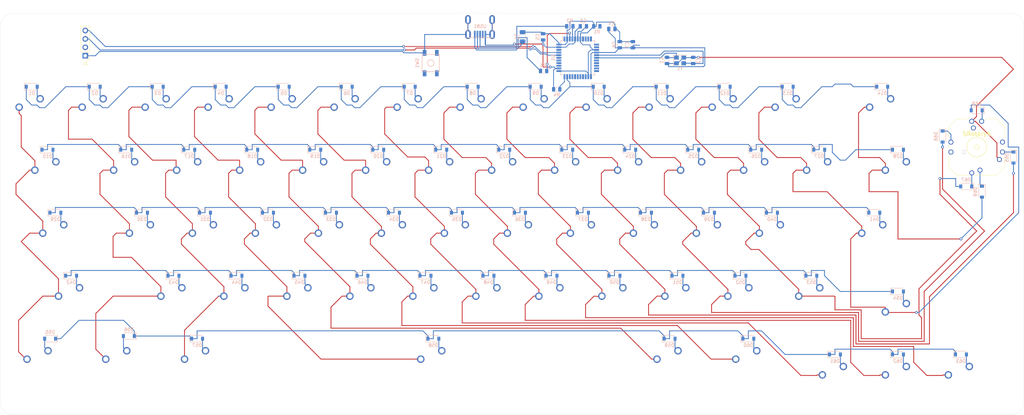
<source format=kicad_pcb>
(kicad_pcb (version 20171130) (host pcbnew "(5.1.5)-3")
  (layers (0 F.Cu signal) (31 B.Cu signal) (34 B.Paste user) (35 F.Paste user) (36 B.SilkS user) (37 F.SilkS user) (38 B.Mask user) (39 F.Mask user) (44 Edge.Cuts user))
  (net 0 "")
  (net 1 GND)
  (net 2 "Net-(C1-Pad1)")
  (net 3 "Net-(C2-Pad1)")
  (net 4 "Net-(C3-Pad1)")
  (net 5 +5V)
  (net 6 "Net-(D1-Pad2)")
  (net 7 ROW0)
  (net 8 "Net-(D2-Pad2)")
  (net 9 "Net-(D3-Pad2)")
  (net 10 "Net-(D4-Pad2)")
  (net 11 "Net-(D5-Pad2)")
  (net 12 "Net-(D6-Pad2)")
  (net 13 "Net-(D7-Pad2)")
  (net 14 "Net-(D8-Pad2)")
  (net 15 "Net-(D9-Pad2)")
  (net 16 "Net-(D10-Pad2)")
  (net 17 "Net-(D11-Pad2)")
  (net 18 "Net-(D12-Pad2)")
  (net 19 "Net-(D13-Pad2)")
  (net 20 "Net-(D14-Pad2)")
  (net 21 "Net-(D15-Pad2)")
  (net 22 ROW1)
  (net 23 "Net-(D16-Pad2)")
  (net 24 "Net-(D17-Pad2)")
  (net 25 "Net-(D18-Pad2)")
  (net 26 "Net-(D19-Pad2)")
  (net 27 "Net-(D20-Pad2)")
  (net 28 "Net-(D21-Pad2)")
  (net 29 "Net-(D22-Pad2)")
  (net 30 "Net-(D23-Pad2)")
  (net 31 "Net-(D24-Pad2)")
  (net 32 "Net-(D25-Pad2)")
  (net 33 "Net-(D26-Pad2)")
  (net 34 "Net-(D27-Pad2)")
  (net 35 "Net-(D28-Pad2)")
  (net 36 "Net-(D29-Pad2)")
  (net 37 ROW2)
  (net 38 "Net-(D30-Pad2)")
  (net 39 "Net-(D31-Pad2)")
  (net 40 "Net-(D32-Pad2)")
  (net 41 "Net-(D33-Pad2)")
  (net 42 "Net-(D34-Pad2)")
  (net 43 "Net-(D35-Pad2)")
  (net 44 "Net-(D36-Pad2)")
  (net 45 "Net-(D37-Pad2)")
  (net 46 "Net-(D38-Pad2)")
  (net 47 "Net-(D39-Pad2)")
  (net 48 "Net-(D40-Pad2)")
  (net 49 "Net-(D41-Pad2)")
  (net 50 "Net-(D42-Pad2)")
  (net 51 ROW3)
  (net 52 "Net-(D43-Pad2)")
  (net 53 "Net-(D44-Pad2)")
  (net 54 "Net-(D45-Pad2)")
  (net 55 "Net-(D46-Pad2)")
  (net 56 "Net-(D47-Pad2)")
  (net 57 "Net-(D48-Pad2)")
  (net 58 "Net-(D49-Pad2)")
  (net 59 "Net-(D50-Pad2)")
  (net 60 "Net-(D51-Pad2)")
  (net 61 "Net-(D52-Pad2)")
  (net 62 "Net-(D53-Pad2)")
  (net 63 "Net-(D54-Pad2)")
  (net 64 "Net-(D55-Pad2)")
  (net 65 ROW4)
  (net 66 "Net-(D56-Pad2)")
  (net 67 "Net-(D57-Pad2)")
  (net 68 "Net-(D58-Pad2)")
  (net 69 "Net-(D59-Pad2)")
  (net 70 "Net-(D60-Pad2)")
  (net 71 "Net-(D61-Pad2)")
  (net 72 "Net-(D62-Pad2)")
  (net 73 "Net-(D63-Pad2)")
  (net 74 COL9)
  (net 75 "Net-(D65-Pad1)")
  (net 76 COL10)
  (net 77 "Net-(D66-Pad1)")
  (net 78 COL11)
  (net 79 "Net-(D67-Pad1)")
  (net 80 COL12)
  (net 81 "Net-(D68-Pad1)")
  (net 82 COL13)
  (net 83 "Net-(D69-Pad1)")
  (net 84 VCC)
  (net 85 SDA)
  (net 86 SCL)
  (net 87 VBUS)
  (net 88 "Net-(R1-Pad2)")
  (net 89 D+)
  (net 90 "Net-(R2-Pad1)")
  (net 91 D-)
  (net 92 "Net-(R3-Pad1)")
  (net 93 "Net-(R4-Pad2)")
  (net 94 COL1)
  (net 95 COL2)
  (net 96 COL3)
  (net 97 COL4)
  (net 98 COL5)
  (net 99 COL6)
  (net 100 COL7)
  (net 101 COL8)
  (net 102 COL0)
  (net 103 EA)
  (net 104 ROW5)
  (net 105 EB)
  (net 106 "Net-(U1-Pad42)")
  (net 107 "Net-(U1-Pad1)")
  (net 108 "Net-(USB1-Pad2)")
  (module MX_Only:MXOnly-1U-NoLED (layer F.Cu) (at 66.675 84.1375)
    (fp_text reference R3-A1)
    (fp_text value MX-NoLED)
    (pad 2 thru_hole circle (at 2.54 -5.08) (size 2.25 2.25) (drill 1.47) (layers *.Cu B.Mask) (net 38 "Net-(D30-Pad2)"))
    (pad "" np_thru_hole circle (at 0 0) (size 3.9878 3.9878) (drill 3.9878) (layers *.Cu *.Mask))
    (pad 1 thru_hole circle (at -3.81 -2.54) (size 2.25 2.25) (drill 1.47) (layers *.Cu B.Mask) (net 94 COL1))
    (pad "" np_thru_hole circle (at -5.08 0 48.0996) (size 1.75 1.75) (drill 1.75) (layers *.Cu *.Mask))
    (pad "" np_thru_hole circle (at 5.08 0 48.0996) (size 1.75 1.75) (drill 1.75) (layers *.Cu *.Mask))
  )
  (module MX_Only:MXOnly-1U-NoLED (layer F.Cu) (at 214.3125 65.0875)
    (fp_text reference R2-O1)
    (fp_text value MX-NoLED)
    (pad 2 thru_hole circle (at 2.54 -5.08) (size 2.25 2.25) (drill 1.47) (layers *.Cu B.Mask) (net 31 "Net-(D24-Pad2)"))
    (pad "" np_thru_hole circle (at 0 0) (size 3.9878 3.9878) (drill 3.9878) (layers *.Cu *.Mask))
    (pad 1 thru_hole circle (at -3.81 -2.54) (size 2.25 2.25) (drill 1.47) (layers *.Cu B.Mask) (net 74 COL9))
    (pad "" np_thru_hole circle (at -5.08 0 48.0996) (size 1.75 1.75) (drill 1.75) (layers *.Cu *.Mask))
    (pad "" np_thru_hole circle (at 5.08 0 48.0996) (size 1.75 1.75) (drill 1.75) (layers *.Cu *.Mask))
  )
  (module MX_Only:MXOnly-6.25U-ReversedStabilizers-NoLED (layer F.Cu) (at 154.78125 122.2375)
    (fp_text reference R5-SPCE1)
    (fp_text value MX-NoLED)
    (pad 2 thru_hole circle (at 2.54 -5.08) (size 2.25 2.25) (drill 1.47) (layers *.Cu B.Mask) (net 68 "Net-(D58-Pad2)"))
    (pad "" np_thru_hole circle (at 0 0) (size 3.9878 3.9878) (drill 3.9878) (layers *.Cu *.Mask))
    (pad 1 thru_hole circle (at -3.81 -2.54) (size 2.25 2.25) (drill 1.47) (layers *.Cu B.Mask) (net 96 COL3))
    (pad "" np_thru_hole circle (at -5.08 0 48.0996) (size 1.75 1.75) (drill 1.75) (layers *.Cu *.Mask))
    (pad "" np_thru_hole circle (at 5.08 0 48.0996) (size 1.75 1.75) (drill 1.75) (layers *.Cu *.Mask))
    (pad "" np_thru_hole circle (at -49.9999 6.985) (size 3.048 3.048) (drill 3.048) (layers *.Cu *.Mask))
    (pad "" np_thru_hole circle (at 49.9999 6.985) (size 3.048 3.048) (drill 3.048) (layers *.Cu *.Mask))
    (pad "" np_thru_hole circle (at -49.9999 -8.255) (size 3.9878 3.9878) (drill 3.9878) (layers *.Cu *.Mask))
    (pad "" np_thru_hole circle (at 49.9999 -8.255) (size 3.9878 3.9878) (drill 3.9878) (layers *.Cu *.Mask))
  )
  (module MX_Only:MXOnly-1U-NoLED (layer F.Cu) (at 295.275 107.95)
    (fp_text reference R4-UP1)
    (fp_text value MX-NoLED)
    (pad 2 thru_hole circle (at 2.54 -5.08) (size 2.25 2.25) (drill 1.47) (layers *.Cu B.Mask) (net 63 "Net-(D54-Pad2)"))
    (pad "" np_thru_hole circle (at 0 0) (size 3.9878 3.9878) (drill 3.9878) (layers *.Cu *.Mask))
    (pad 1 thru_hole circle (at -3.81 -2.54) (size 2.25 2.25) (drill 1.47) (layers *.Cu B.Mask) (net 80 COL12))
    (pad "" np_thru_hole circle (at -5.08 0 48.0996) (size 1.75 1.75) (drill 1.75) (layers *.Cu *.Mask))
    (pad "" np_thru_hole circle (at 5.08 0 48.0996) (size 1.75 1.75) (drill 1.75) (layers *.Cu *.Mask))
  )
  (module MX_Only:MXOnly-2.25U-NoLED (layer F.Cu) (at 45.24375 103.1875)
    (fp_text reference R4-LSFHT1)
    (fp_text value MX-NoLED)
    (pad 2 thru_hole circle (at 2.54 -5.08) (size 2.25 2.25) (drill 1.47) (layers *.Cu B.Mask) (net 50 "Net-(D42-Pad2)"))
    (pad "" np_thru_hole circle (at 0 0) (size 3.9878 3.9878) (drill 3.9878) (layers *.Cu *.Mask))
    (pad 1 thru_hole circle (at -3.81 -2.54) (size 2.25 2.25) (drill 1.47) (layers *.Cu B.Mask) (net 102 COL0))
    (pad "" np_thru_hole circle (at -5.08 0 48.0996) (size 1.75 1.75) (drill 1.75) (layers *.Cu *.Mask))
    (pad "" np_thru_hole circle (at 5.08 0 48.0996) (size 1.75 1.75) (drill 1.75) (layers *.Cu *.Mask))
    (pad "" np_thru_hole circle (at -11.90625 -6.985) (size 3.048 3.048) (drill 3.048) (layers *.Cu *.Mask))
    (pad "" np_thru_hole circle (at 11.90625 -6.985) (size 3.048 3.048) (drill 3.048) (layers *.Cu *.Mask))
    (pad "" np_thru_hole circle (at -11.90625 8.255) (size 3.9878 3.9878) (drill 3.9878) (layers *.Cu *.Mask))
    (pad "" np_thru_hole circle (at 11.90625 8.255) (size 3.9878 3.9878) (drill 3.9878) (layers *.Cu *.Mask))
  )
  (module MX_Only:MXOnly-1.5U-NoLED (layer F.Cu) (at 295.275 65.0875)
    (fp_text reference R2-\1)
    (fp_text value MX-NoLED)
    (pad 2 thru_hole circle (at 2.54 -5.08) (size 2.25 2.25) (drill 1.47) (layers *.Cu B.Mask) (net 35 "Net-(D28-Pad2)"))
    (pad "" np_thru_hole circle (at 0 0) (size 3.9878 3.9878) (drill 3.9878) (layers *.Cu *.Mask))
    (pad 1 thru_hole circle (at -3.81 -2.54) (size 2.25 2.25) (drill 1.47) (layers *.Cu B.Mask) (net 82 COL13))
    (pad "" np_thru_hole circle (at -5.08 0 48.0996) (size 1.75 1.75) (drill 1.75) (layers *.Cu *.Mask))
    (pad "" np_thru_hole circle (at 5.08 0 48.0996) (size 1.75 1.75) (drill 1.75) (layers *.Cu *.Mask))
  )
  (module MX_Only:MXOnly-1U-NoLED (layer F.Cu) (at 204.7875 46.0375)
    (fp_text reference R1-9)
    (fp_text value MX-NoLED)
    (pad 2 thru_hole circle (at 2.54 -5.08) (size 2.25 2.25) (drill 1.47) (layers *.Cu B.Mask) (net 16 "Net-(D10-Pad2)"))
    (pad "" np_thru_hole circle (at 0 0) (size 3.9878 3.9878) (drill 3.9878) (layers *.Cu *.Mask))
    (pad 1 thru_hole circle (at -3.81 -2.54) (size 2.25 2.25) (drill 1.47) (layers *.Cu B.Mask) (net 74 COL9))
    (pad "" np_thru_hole circle (at -5.08 0 48.0996) (size 1.75 1.75) (drill 1.75) (layers *.Cu *.Mask))
    (pad "" np_thru_hole circle (at 5.08 0 48.0996) (size 1.75 1.75) (drill 1.75) (layers *.Cu *.Mask))
  )
  (module MX_Only:MXOnly-1U-NoLED (layer F.Cu) (at 128.5875 46.0375)
    (fp_text reference R1-5)
    (fp_text value MX-NoLED)
    (pad 2 thru_hole circle (at 2.54 -5.08) (size 2.25 2.25) (drill 1.47) (layers *.Cu B.Mask) (net 12 "Net-(D6-Pad2)"))
    (pad "" np_thru_hole circle (at 0 0) (size 3.9878 3.9878) (drill 3.9878) (layers *.Cu *.Mask))
    (pad 1 thru_hole circle (at -3.81 -2.54) (size 2.25 2.25) (drill 1.47) (layers *.Cu B.Mask) (net 98 COL5))
    (pad "" np_thru_hole circle (at -5.08 0 48.0996) (size 1.75 1.75) (drill 1.75) (layers *.Cu *.Mask))
    (pad "" np_thru_hole circle (at 5.08 0 48.0996) (size 1.75 1.75) (drill 1.75) (layers *.Cu *.Mask))
  )
  (module MX_Only:MXOnly-1U-NoLED (layer F.Cu) (at 109.5375 46.0375)
    (fp_text reference R1-4)
    (fp_text value MX-NoLED)
    (pad 2 thru_hole circle (at 2.54 -5.08) (size 2.25 2.25) (drill 1.47) (layers *.Cu B.Mask) (net 11 "Net-(D5-Pad2)"))
    (pad "" np_thru_hole circle (at 0 0) (size 3.9878 3.9878) (drill 3.9878) (layers *.Cu *.Mask))
    (pad 1 thru_hole circle (at -3.81 -2.54) (size 2.25 2.25) (drill 1.47) (layers *.Cu B.Mask) (net 97 COL4))
    (pad "" np_thru_hole circle (at -5.08 0 48.0996) (size 1.75 1.75) (drill 1.75) (layers *.Cu *.Mask))
    (pad "" np_thru_hole circle (at 5.08 0 48.0996) (size 1.75 1.75) (drill 1.75) (layers *.Cu *.Mask))
  )
  (module MX_Only:MXOnly-1U-NoLED (layer F.Cu) (at 90.4875 46.0375)
    (fp_text reference R1-3)
    (fp_text value MX-NoLED)
    (pad 2 thru_hole circle (at 2.54 -5.08) (size 2.25 2.25) (drill 1.47) (layers *.Cu B.Mask) (net 10 "Net-(D4-Pad2)"))
    (pad "" np_thru_hole circle (at 0 0) (size 3.9878 3.9878) (drill 3.9878) (layers *.Cu *.Mask))
    (pad 1 thru_hole circle (at -3.81 -2.54) (size 2.25 2.25) (drill 1.47) (layers *.Cu B.Mask) (net 96 COL3))
    (pad "" np_thru_hole circle (at -5.08 0 48.0996) (size 1.75 1.75) (drill 1.75) (layers *.Cu *.Mask))
    (pad "" np_thru_hole circle (at 5.08 0 48.0996) (size 1.75 1.75) (drill 1.75) (layers *.Cu *.Mask))
  )
  (module MX_Only:MXOnly-1U-NoLED (layer F.Cu) (at 33.3375 46.0375)
    (fp_text reference R1-ESC1)
    (fp_text value MX-NoLED)
    (pad 2 thru_hole circle (at 2.54 -5.08) (size 2.25 2.25) (drill 1.47) (layers *.Cu B.Mask) (net 6 "Net-(D1-Pad2)"))
    (pad "" np_thru_hole circle (at 0 0) (size 3.9878 3.9878) (drill 3.9878) (layers *.Cu *.Mask))
    (pad 1 thru_hole circle (at -3.81 -2.54) (size 2.25 2.25) (drill 1.47) (layers *.Cu B.Mask) (net 102 COL0))
    (pad "" np_thru_hole circle (at -5.08 0 48.0996) (size 1.75 1.75) (drill 1.75) (layers *.Cu *.Mask))
    (pad "" np_thru_hole circle (at 5.08 0 48.0996) (size 1.75 1.75) (drill 1.75) (layers *.Cu *.Mask))
  )
  (module MX_Only:MXOnly-1U-NoLED (layer F.Cu) (at 61.9125 65.0875)
    (fp_text reference R2-Q1)
    (fp_text value MX-NoLED)
    (pad 2 thru_hole circle (at 2.54 -5.08) (size 2.25 2.25) (drill 1.47) (layers *.Cu B.Mask) (net 23 "Net-(D16-Pad2)"))
    (pad "" np_thru_hole circle (at 0 0) (size 3.9878 3.9878) (drill 3.9878) (layers *.Cu *.Mask))
    (pad 1 thru_hole circle (at -3.81 -2.54) (size 2.25 2.25) (drill 1.47) (layers *.Cu B.Mask) (net 94 COL1))
    (pad "" np_thru_hole circle (at -5.08 0 48.0996) (size 1.75 1.75) (drill 1.75) (layers *.Cu *.Mask))
    (pad "" np_thru_hole circle (at 5.08 0 48.0996) (size 1.75 1.75) (drill 1.75) (layers *.Cu *.Mask))
  )
  (module MX_Only:MXOnly-1.5U-NoLED (layer F.Cu) (at 38.1 65.0875)
    (fp_text reference R2-TAB1)
    (fp_text value MX-NoLED)
    (pad 2 thru_hole circle (at 2.54 -5.08) (size 2.25 2.25) (drill 1.47) (layers *.Cu B.Mask) (net 21 "Net-(D15-Pad2)"))
    (pad "" np_thru_hole circle (at 0 0) (size 3.9878 3.9878) (drill 3.9878) (layers *.Cu *.Mask))
    (pad 1 thru_hole circle (at -3.81 -2.54) (size 2.25 2.25) (drill 1.47) (layers *.Cu B.Mask) (net 102 COL0))
    (pad "" np_thru_hole circle (at -5.08 0 48.0996) (size 1.75 1.75) (drill 1.75) (layers *.Cu *.Mask))
    (pad "" np_thru_hole circle (at 5.08 0 48.0996) (size 1.75 1.75) (drill 1.75) (layers *.Cu *.Mask))
  )
  (module MX_Only:MXOnly-1U-NoLED (layer F.Cu) (at 166.6875 46.0375)
    (fp_text reference R1-7)
    (fp_text value MX-NoLED)
    (pad 2 thru_hole circle (at 2.54 -5.08) (size 2.25 2.25) (drill 1.47) (layers *.Cu B.Mask) (net 14 "Net-(D8-Pad2)"))
    (pad "" np_thru_hole circle (at 0 0) (size 3.9878 3.9878) (drill 3.9878) (layers *.Cu *.Mask))
    (pad 1 thru_hole circle (at -3.81 -2.54) (size 2.25 2.25) (drill 1.47) (layers *.Cu B.Mask) (net 100 COL7))
    (pad "" np_thru_hole circle (at -5.08 0 48.0996) (size 1.75 1.75) (drill 1.75) (layers *.Cu *.Mask))
    (pad "" np_thru_hole circle (at 5.08 0 48.0996) (size 1.75 1.75) (drill 1.75) (layers *.Cu *.Mask))
  )
  (module MX_Only:MXOnly-1.25U-NoLED (layer F.Cu) (at 269.08125 103.1875)
    (fp_text reference R4-RSHFT1)
    (fp_text value MX-NoLED)
    (pad 2 thru_hole circle (at 2.54 -5.08) (size 2.25 2.25) (drill 1.47) (layers *.Cu B.Mask) (net 62 "Net-(D53-Pad2)"))
    (pad "" np_thru_hole circle (at 0 0) (size 3.9878 3.9878) (drill 3.9878) (layers *.Cu *.Mask))
    (pad 1 thru_hole circle (at -3.81 -2.54) (size 2.25 2.25) (drill 1.47) (layers *.Cu B.Mask) (net 78 COL11))
    (pad "" np_thru_hole circle (at -5.08 0 48.0996) (size 1.75 1.75) (drill 1.75) (layers *.Cu *.Mask))
    (pad "" np_thru_hole circle (at 5.08 0 48.0996) (size 1.75 1.75) (drill 1.75) (layers *.Cu *.Mask))
  )
  (module MX_Only:MXOnly-1.25U-NoLED (layer F.Cu) (at 226.21875 122.2375)
    (fp_text reference R5-MENU1)
    (fp_text value MX-NoLED)
    (pad 2 thru_hole circle (at 2.54 -5.08) (size 2.25 2.25) (drill 1.47) (layers *.Cu B.Mask) (net 69 "Net-(D59-Pad2)"))
    (pad "" np_thru_hole circle (at 0 0) (size 3.9878 3.9878) (drill 3.9878) (layers *.Cu *.Mask))
    (pad 1 thru_hole circle (at -3.81 -2.54) (size 2.25 2.25) (drill 1.47) (layers *.Cu B.Mask) (net 97 COL4))
    (pad "" np_thru_hole circle (at -5.08 0 48.0996) (size 1.75 1.75) (drill 1.75) (layers *.Cu *.Mask))
    (pad "" np_thru_hole circle (at 5.08 0 48.0996) (size 1.75 1.75) (drill 1.75) (layers *.Cu *.Mask))
  )
  (module Crystal:Crystal_SMD_3225-4Pin_3.2x2.5mm (layer B.Cu) (at 229.39375 29.36875)
    (fp_text reference Y1 (at 0 2.45) (layer B.SilkS) (effects (justify mirror)))
    (fp_text value 16Mhz)
    (pad 4 smd rect (at -1.1 0.85) (size 1.4 1.2) (layers B.Cu B.Paste B.Mask) (net 1 GND))
    (pad 3 smd rect (at 1.1 0.85) (size 1.4 1.2) (layers B.Cu B.Paste B.Mask) (net 3 "Net-(C2-Pad1)"))
    (pad 2 smd rect (at 1.1 -0.85) (size 1.4 1.2) (layers B.Cu B.Paste B.Mask) (net 1 GND))
    (pad 1 smd rect (at -1.1 -0.85) (size 1.4 1.2) (layers B.Cu B.Paste B.Mask) (net 2 "Net-(C1-Pad1)"))
  )
  (module random-keyboard-parts:Molex-0548190589 (layer B.Cu) (at 168.91 17.018 270)
    (fp_text reference USB1 (at 2.032 0) (layer B.SilkS) (effects (justify mirror)))
    (fp_text value Molex-0548190589)
    (pad 6 thru_hole oval (at 0 3.65 270) (size 2.7 1.7) (drill oval 1.9 0.7) (layers *.Cu *.Mask) (net 1 GND))
    (pad 6 thru_hole oval (at 0 -3.65 270) (size 2.7 1.7) (drill oval 1.9 0.7) (layers *.Cu *.Mask) (net 1 GND))
    (pad 6 thru_hole oval (at 4.5 -3.65 270) (size 2.7 1.7) (drill oval 1.9 0.7) (layers *.Cu *.Mask) (net 1 GND))
    (pad 6 thru_hole oval (at 4.5 3.65 270) (size 2.7 1.7) (drill oval 1.9 0.7) (layers *.Cu *.Mask) (net 1 GND))
    (pad 5 smd rect (at 4.5 1.6 270) (size 2.25 0.5) (layers B.Cu B.Paste B.Mask) (net 84 VCC))
    (pad 4 smd rect (at 4.5 0.8 270) (size 2.25 0.5) (layers B.Cu B.Paste B.Mask) (net 91 D-))
    (pad 3 smd rect (at 4.5 0 270) (size 2.25 0.5) (layers B.Cu B.Paste B.Mask) (net 89 D+))
    (pad 2 smd rect (at 4.5 -0.8 270) (size 2.25 0.5) (layers B.Cu B.Paste B.Mask) (net 108 "Net-(USB1-Pad2)"))
    (pad 1 smd rect (at 4.5 -1.6 270) (size 2.25 0.5) (layers B.Cu B.Paste B.Mask) (net 1 GND))
  )
  (module Package_QFP:TQFP-44_10x10mm_P0.8mm (layer B.Cu) (at 198.4375 28.575 270)
    (fp_text reference U1 (at 0 7.45 270) (layer B.SilkS) (effects (justify mirror)))
    (fp_text value ATmega32U4-AU)
    (pad 44 smd rect (at -4 5.7 180) (size 1.5 0.55) (layers B.Cu B.Paste B.Mask) (net 5 +5V))
    (pad 43 smd rect (at -3.2 5.7 180) (size 1.5 0.55) (layers B.Cu B.Paste B.Mask) (net 1 GND))
    (pad 42 smd rect (at -2.4 5.7 180) (size 1.5 0.55) (layers B.Cu B.Paste B.Mask) (net 106 "Net-(U1-Pad42)"))
    (pad 41 smd rect (at -1.6 5.7 180) (size 1.5 0.55) (layers B.Cu B.Paste B.Mask) (net 85 SDA))
    (pad 40 smd rect (at -0.8 5.7 180) (size 1.5 0.55) (layers B.Cu B.Paste B.Mask) (net 86 SCL))
    (pad 39 smd rect (at 0 5.7 180) (size 1.5 0.55) (layers B.Cu B.Paste B.Mask) (net 102 COL0))
    (pad 38 smd rect (at 0.8 5.7 180) (size 1.5 0.55) (layers B.Cu B.Paste B.Mask) (net 94 COL1))
    (pad 37 smd rect (at 1.6 5.7 180) (size 1.5 0.55) (layers B.Cu B.Paste B.Mask) (net 95 COL2))
    (pad 36 smd rect (at 2.4 5.7 180) (size 1.5 0.55) (layers B.Cu B.Paste B.Mask) (net 96 COL3))
    (pad 35 smd rect (at 3.2 5.7 180) (size 1.5 0.55) (layers B.Cu B.Paste B.Mask) (net 1 GND))
    (pad 34 smd rect (at 4 5.7 180) (size 1.5 0.55) (layers B.Cu B.Paste B.Mask) (net 5 +5V))
    (pad 33 smd rect (at 5.7 4 270) (size 1.5 0.55) (layers B.Cu B.Paste B.Mask) (net 93 "Net-(R4-Pad2)"))
    (pad 32 smd rect (at 5.7 3.2 270) (size 1.5 0.55) (layers B.Cu B.Paste B.Mask) (net 7 ROW0))
    (pad 31 smd rect (at 5.7 2.4 270) (size 1.5 0.55) (layers B.Cu B.Paste B.Mask) (net 97 COL4))
    (pad 30 smd rect (at 5.7 1.6 270) (size 1.5 0.55) (layers B.Cu B.Paste B.Mask) (net 98 COL5))
    (pad 29 smd rect (at 5.7 0.8 270) (size 1.5 0.55) (layers B.Cu B.Paste B.Mask) (net 99 COL6))
    (pad 28 smd rect (at 5.7 0 270) (size 1.5 0.55) (layers B.Cu B.Paste B.Mask) (net 22 ROW1))
    (pad 27 smd rect (at 5.7 -0.8 270) (size 1.5 0.55) (layers B.Cu B.Paste B.Mask) (net 37 ROW2))
    (pad 26 smd rect (at 5.7 -1.6 270) (size 1.5 0.55) (layers B.Cu B.Paste B.Mask) (net 74 COL9))
    (pad 25 smd rect (at 5.7 -2.4 270) (size 1.5 0.55) (layers B.Cu B.Paste B.Mask) (net 51 ROW3))
    (pad 24 smd rect (at 5.7 -3.2 270) (size 1.5 0.55) (layers B.Cu B.Paste B.Mask) (net 5 +5V))
    (pad 23 smd rect (at 5.7 -4 270) (size 1.5 0.55) (layers B.Cu B.Paste B.Mask) (net 1 GND))
    (pad 22 smd rect (at 4 -5.7 180) (size 1.5 0.55) (layers B.Cu B.Paste B.Mask) (net 78 COL11))
    (pad 21 smd rect (at 3.2 -5.7 180) (size 1.5 0.55) (layers B.Cu B.Paste B.Mask) (net 82 COL13))
    (pad 20 smd rect (at 2.4 -5.7 180) (size 1.5 0.55) (layers B.Cu B.Paste B.Mask) (net 76 COL10))
    (pad 19 smd rect (at 1.6 -5.7 180) (size 1.5 0.55) (layers B.Cu B.Paste B.Mask) (net 103 EA))
    (pad 18 smd rect (at 0.8 -5.7 180) (size 1.5 0.55) (layers B.Cu B.Paste B.Mask) (net 105 EB))
    (pad 17 smd rect (at 0 -5.7 180) (size 1.5 0.55) (layers B.Cu B.Paste B.Mask) (net 2 "Net-(C1-Pad1)"))
    (pad 16 smd rect (at -0.8 -5.7 180) (size 1.5 0.55) (layers B.Cu B.Paste B.Mask) (net 3 "Net-(C2-Pad1)"))
    (pad 15 smd rect (at -1.6 -5.7 180) (size 1.5 0.55) (layers B.Cu B.Paste B.Mask) (net 1 GND))
    (pad 14 smd rect (at -2.4 -5.7 180) (size 1.5 0.55) (layers B.Cu B.Paste B.Mask) (net 5 +5V))
    (pad 13 smd rect (at -3.2 -5.7 180) (size 1.5 0.55) (layers B.Cu B.Paste B.Mask) (net 88 "Net-(R1-Pad2)"))
    (pad 12 smd rect (at -4 -5.7 180) (size 1.5 0.55) (layers B.Cu B.Paste B.Mask) (net 65 ROW4))
    (pad 11 smd rect (at -5.7 -4 270) (size 1.5 0.55) (layers B.Cu B.Paste B.Mask) (net 80 COL12))
    (pad 10 smd rect (at -5.7 -3.2 270) (size 1.5 0.55) (layers B.Cu B.Paste B.Mask) (net 100 COL7))
    (pad 9 smd rect (at -5.7 -2.4 270) (size 1.5 0.55) (layers B.Cu B.Paste B.Mask) (net 101 COL8))
    (pad 8 smd rect (at -5.7 -1.6 270) (size 1.5 0.55) (layers B.Cu B.Paste B.Mask) (net 104 ROW5))
    (pad 7 smd rect (at -5.7 -0.8 270) (size 1.5 0.55) (layers B.Cu B.Paste B.Mask) (net 5 +5V))
    (pad 6 smd rect (at -5.7 0 270) (size 1.5 0.55) (layers B.Cu B.Paste B.Mask) (net 4 "Net-(C3-Pad1)"))
    (pad 5 smd rect (at -5.7 0.8 270) (size 1.5 0.55) (layers B.Cu B.Paste B.Mask) (net 1 GND))
    (pad 4 smd rect (at -5.7 1.6 270) (size 1.5 0.55) (layers B.Cu B.Paste B.Mask) (net 90 "Net-(R2-Pad1)"))
    (pad 3 smd rect (at -5.7 2.4 270) (size 1.5 0.55) (layers B.Cu B.Paste B.Mask) (net 92 "Net-(R3-Pad1)"))
    (pad 2 smd rect (at -5.7 3.2 270) (size 1.5 0.55) (layers B.Cu B.Paste B.Mask) (net 5 +5V))
    (pad 1 smd rect (at -5.7 4 270) (size 1.5 0.55) (layers B.Cu B.Paste B.Mask) (net 107 "Net-(U1-Pad1)"))
  )
  (module random-keyboard-parts:SKQG-1155865 (layer B.Cu) (at 153.9875 30.1625 90)
    (fp_text reference SW1 (at 0 -4.064 90) (layer B.SilkS) (effects (justify mirror)))
    (fp_text value SW_Push)
    (pad 4 smd rect (at -3.1 -1.85 90) (size 1.8 1.1) (layers B.Cu B.Paste B.Mask))
    (pad 3 smd rect (at 3.1 1.85 90) (size 1.8 1.1) (layers B.Cu B.Paste B.Mask))
    (pad 2 smd rect (at -3.1 1.85 90) (size 1.8 1.1) (layers B.Cu B.Paste B.Mask) (net 88 "Net-(R1-Pad2)"))
    (pad 1 smd rect (at 3.1 -1.85 90) (size 1.8 1.1) (layers B.Cu B.Paste B.Mask) (net 1 GND))
  )
  (module ALPS_Joystick:RKJXT1F42001 (layer F.Cu) (at 319.0875 55.5625)
    (fp_text reference SRotary4 (at 0 -4) (layer F.SilkS) (effects (font (size 1.27 1.27) (thickness 0.254))))
    (fp_text value RKJXT1F42001 hide)
    (pad "" thru_hole circle (at -3.8 1.5 90) (size 1.1 1.1) (drill 1.1) (layers *.Cu *.Mask))
    (pad 10 thru_hole circle (at -7.8 1.5 90) (size 1.5 1.5) (drill 1) (layers *.Cu *.Mask) (net 103 EA))
    (pad 9 thru_hole circle (at -7.8 -1.5 90) (size 1.5 1.5) (drill 1) (layers *.Cu *.Mask) (net 77 "Net-(D66-Pad1)"))
    (pad 8 thru_hole circle (at -1.5 -7.8 90) (size 1.5 1.5) (drill 1) (layers *.Cu *.Mask) (net 1 GND))
    (pad 7 thru_hole circle (at -1 -5.78 90) (size 1.5 1.5) (drill 1) (layers *.Cu *.Mask) (net 104 ROW5))
    (pad 6 thru_hole circle (at 1.5 -7.8 90) (size 1.5 1.5) (drill 1) (layers *.Cu *.Mask) (net 81 "Net-(D68-Pad1)"))
    (pad 5 thru_hole circle (at 7.8 -1.5 90) (size 1.5 1.5) (drill 1) (layers *.Cu *.Mask) (net 105 EB))
    (pad 4 thru_hole circle (at 7.8 1.5 90) (size 1.5 1.5) (drill 1) (layers *.Cu *.Mask) (net 75 "Net-(D65-Pad1)"))
    (pad 3 thru_hole circle (at 6.86 3.75 90) (size 1.5 1.5) (drill 1) (layers *.Cu *.Mask) (net 1 GND))
    (pad 2 thru_hole circle (at 1 6.98 90) (size 1.5 1.5) (drill 1) (layers *.Cu *.Mask) (net 83 "Net-(D69-Pad1)"))
    (pad 1 thru_hole circle (at -1.5 7.8 90) (size 1.5 1.5) (drill 1) (layers *.Cu *.Mask) (net 79 "Net-(D67-Pad1)"))
  )
  (module MX_Only:MXOnly-1.25U-NoLED (layer F.Cu) (at 59.53125 122.2375)
    (fp_text reference R5-WK1)
    (fp_text value MX-NoLED)
    (pad 2 thru_hole circle (at 2.54 -5.08) (size 2.25 2.25) (drill 1.47) (layers *.Cu B.Mask) (net 66 "Net-(D56-Pad2)"))
    (pad "" np_thru_hole circle (at 0 0) (size 3.9878 3.9878) (drill 3.9878) (layers *.Cu *.Mask))
    (pad 1 thru_hole circle (at -3.81 -2.54) (size 2.25 2.25) (drill 1.47) (layers *.Cu B.Mask) (net 94 COL1))
    (pad "" np_thru_hole circle (at -5.08 0 48.0996) (size 1.75 1.75) (drill 1.75) (layers *.Cu *.Mask))
    (pad "" np_thru_hole circle (at 5.08 0 48.0996) (size 1.75 1.75) (drill 1.75) (layers *.Cu *.Mask))
  )
  (module MX_Only:MXOnly-1U-NoLED (layer F.Cu) (at 314.325 127)
    (fp_text reference R5-RIGHT1)
    (fp_text value MX-NoLED)
    (pad 2 thru_hole circle (at 2.54 -5.08) (size 2.25 2.25) (drill 1.47) (layers *.Cu B.Mask) (net 73 "Net-(D63-Pad2)"))
    (pad "" np_thru_hole circle (at 0 0) (size 3.9878 3.9878) (drill 3.9878) (layers *.Cu *.Mask))
    (pad 1 thru_hole circle (at -3.81 -2.54) (size 2.25 2.25) (drill 1.47) (layers *.Cu B.Mask) (net 101 COL8))
    (pad "" np_thru_hole circle (at -5.08 0 48.0996) (size 1.75 1.75) (drill 1.75) (layers *.Cu *.Mask))
    (pad "" np_thru_hole circle (at 5.08 0 48.0996) (size 1.75 1.75) (drill 1.75) (layers *.Cu *.Mask))
  )
  (module MX_Only:MXOnly-1U-NoLED (layer F.Cu) (at 276.225 127)
    (fp_text reference R5-LEFT1)
    (fp_text value MX-NoLED)
    (pad 2 thru_hole circle (at 2.54 -5.08) (size 2.25 2.25) (drill 1.47) (layers *.Cu B.Mask) (net 71 "Net-(D61-Pad2)"))
    (pad "" np_thru_hole circle (at 0 0) (size 3.9878 3.9878) (drill 3.9878) (layers *.Cu *.Mask))
    (pad 1 thru_hole circle (at -3.81 -2.54) (size 2.25 2.25) (drill 1.47) (layers *.Cu B.Mask) (net 99 COL6))
    (pad "" np_thru_hole circle (at -5.08 0 48.0996) (size 1.75 1.75) (drill 1.75) (layers *.Cu *.Mask))
    (pad "" np_thru_hole circle (at 5.08 0 48.0996) (size 1.75 1.75) (drill 1.75) (layers *.Cu *.Mask))
  )
  (module MX_Only:MXOnly-1.25U-NoLED (layer F.Cu) (at 35.71875 122.2375)
    (fp_text reference R5-LCTRL1)
    (fp_text value MX-NoLED)
    (pad 2 thru_hole circle (at 2.54 -5.08) (size 2.25 2.25) (drill 1.47) (layers *.Cu B.Mask) (net 64 "Net-(D55-Pad2)"))
    (pad "" np_thru_hole circle (at 0 0) (size 3.9878 3.9878) (drill 3.9878) (layers *.Cu *.Mask))
    (pad 1 thru_hole circle (at -3.81 -2.54) (size 2.25 2.25) (drill 1.47) (layers *.Cu B.Mask) (net 102 COL0))
    (pad "" np_thru_hole circle (at -5.08 0 48.0996) (size 1.75 1.75) (drill 1.75) (layers *.Cu *.Mask))
    (pad "" np_thru_hole circle (at 5.08 0 48.0996) (size 1.75 1.75) (drill 1.75) (layers *.Cu *.Mask))
  )
  (module MX_Only:MXOnly-1.25U-NoLED (layer F.Cu) (at 83.34375 122.2375)
    (fp_text reference R5-LALT1)
    (fp_text value MX-NoLED)
    (pad 2 thru_hole circle (at 2.54 -5.08) (size 2.25 2.25) (drill 1.47) (layers *.Cu B.Mask) (net 67 "Net-(D57-Pad2)"))
    (pad "" np_thru_hole circle (at 0 0) (size 3.9878 3.9878) (drill 3.9878) (layers *.Cu *.Mask))
    (pad 1 thru_hole circle (at -3.81 -2.54) (size 2.25 2.25) (drill 1.47) (layers *.Cu B.Mask) (net 95 COL2))
    (pad "" np_thru_hole circle (at -5.08 0 48.0996) (size 1.75 1.75) (drill 1.75) (layers *.Cu *.Mask))
    (pad "" np_thru_hole circle (at 5.08 0 48.0996) (size 1.75 1.75) (drill 1.75) (layers *.Cu *.Mask))
  )
  (module MX_Only:MXOnly-1.25U-NoLED (layer F.Cu) (at 250.03125 122.2375)
    (fp_text reference R5-FN1)
    (fp_text value MX-NoLED)
    (pad 2 thru_hole circle (at 2.54 -5.08) (size 2.25 2.25) (drill 1.47) (layers *.Cu B.Mask) (net 70 "Net-(D60-Pad2)"))
    (pad "" np_thru_hole circle (at 0 0) (size 3.9878 3.9878) (drill 3.9878) (layers *.Cu *.Mask))
    (pad 1 thru_hole circle (at -3.81 -2.54) (size 2.25 2.25) (drill 1.47) (layers *.Cu B.Mask) (net 98 COL5))
    (pad "" np_thru_hole circle (at -5.08 0 48.0996) (size 1.75 1.75) (drill 1.75) (layers *.Cu *.Mask))
    (pad "" np_thru_hole circle (at 5.08 0 48.0996) (size 1.75 1.75) (drill 1.75) (layers *.Cu *.Mask))
  )
  (module MX_Only:MXOnly-1U-NoLED (layer F.Cu) (at 295.275 127)
    (fp_text reference R5-DOWN1)
    (fp_text value MX-NoLED)
    (pad 2 thru_hole circle (at 2.54 -5.08) (size 2.25 2.25) (drill 1.47) (layers *.Cu B.Mask) (net 72 "Net-(D62-Pad2)"))
    (pad "" np_thru_hole circle (at 0 0) (size 3.9878 3.9878) (drill 3.9878) (layers *.Cu *.Mask))
    (pad 1 thru_hole circle (at -3.81 -2.54) (size 2.25 2.25) (drill 1.47) (layers *.Cu B.Mask) (net 100 COL7))
    (pad "" np_thru_hole circle (at -5.08 0 48.0996) (size 1.75 1.75) (drill 1.75) (layers *.Cu *.Mask))
    (pad "" np_thru_hole circle (at 5.08 0 48.0996) (size 1.75 1.75) (drill 1.75) (layers *.Cu *.Mask))
  )
  (module MX_Only:MXOnly-1U-NoLED (layer F.Cu) (at 76.2 103.1875)
    (fp_text reference R4-Z1)
    (fp_text value MX-NoLED)
    (pad 2 thru_hole circle (at 2.54 -5.08) (size 2.25 2.25) (drill 1.47) (layers *.Cu B.Mask) (net 52 "Net-(D43-Pad2)"))
    (pad "" np_thru_hole circle (at 0 0) (size 3.9878 3.9878) (drill 3.9878) (layers *.Cu *.Mask))
    (pad 1 thru_hole circle (at -3.81 -2.54) (size 2.25 2.25) (drill 1.47) (layers *.Cu B.Mask) (net 94 COL1))
    (pad "" np_thru_hole circle (at -5.08 0 48.0996) (size 1.75 1.75) (drill 1.75) (layers *.Cu *.Mask))
    (pad "" np_thru_hole circle (at 5.08 0 48.0996) (size 1.75 1.75) (drill 1.75) (layers *.Cu *.Mask))
  )
  (module MX_Only:MXOnly-1U-NoLED (layer F.Cu) (at 95.25 103.1875)
    (fp_text reference R4-X1)
    (fp_text value MX-NoLED)
    (pad 2 thru_hole circle (at 2.54 -5.08) (size 2.25 2.25) (drill 1.47) (layers *.Cu B.Mask) (net 53 "Net-(D44-Pad2)"))
    (pad "" np_thru_hole circle (at 0 0) (size 3.9878 3.9878) (drill 3.9878) (layers *.Cu *.Mask))
    (pad 1 thru_hole circle (at -3.81 -2.54) (size 2.25 2.25) (drill 1.47) (layers *.Cu B.Mask) (net 95 COL2))
    (pad "" np_thru_hole circle (at -5.08 0 48.0996) (size 1.75 1.75) (drill 1.75) (layers *.Cu *.Mask))
    (pad "" np_thru_hole circle (at 5.08 0 48.0996) (size 1.75 1.75) (drill 1.75) (layers *.Cu *.Mask))
  )
  (module MX_Only:MXOnly-1U-NoLED (layer F.Cu) (at 133.35 103.1875)
    (fp_text reference R4-V1)
    (fp_text value MX-NoLED)
    (pad 2 thru_hole circle (at 2.54 -5.08) (size 2.25 2.25) (drill 1.47) (layers *.Cu B.Mask) (net 55 "Net-(D46-Pad2)"))
    (pad "" np_thru_hole circle (at 0 0) (size 3.9878 3.9878) (drill 3.9878) (layers *.Cu *.Mask))
    (pad 1 thru_hole circle (at -3.81 -2.54) (size 2.25 2.25) (drill 1.47) (layers *.Cu B.Mask) (net 97 COL4))
    (pad "" np_thru_hole circle (at -5.08 0 48.0996) (size 1.75 1.75) (drill 1.75) (layers *.Cu *.Mask))
    (pad "" np_thru_hole circle (at 5.08 0 48.0996) (size 1.75 1.75) (drill 1.75) (layers *.Cu *.Mask))
  )
  (module MX_Only:MXOnly-1U-NoLED (layer F.Cu) (at 247.65 103.1875)
    (fp_text reference R4-QSTN1)
    (fp_text value MX-NoLED)
    (pad 2 thru_hole circle (at 2.54 -5.08) (size 2.25 2.25) (drill 1.47) (layers *.Cu B.Mask) (net 61 "Net-(D52-Pad2)"))
    (pad "" np_thru_hole circle (at 0 0) (size 3.9878 3.9878) (drill 3.9878) (layers *.Cu *.Mask))
    (pad 1 thru_hole circle (at -3.81 -2.54) (size 2.25 2.25) (drill 1.47) (layers *.Cu B.Mask) (net 76 COL10))
    (pad "" np_thru_hole circle (at -5.08 0 48.0996) (size 1.75 1.75) (drill 1.75) (layers *.Cu *.Mask))
    (pad "" np_thru_hole circle (at 5.08 0 48.0996) (size 1.75 1.75) (drill 1.75) (layers *.Cu *.Mask))
  )
  (module MX_Only:MXOnly-1U-NoLED (layer F.Cu) (at 228.6 103.1875)
    (fp_text reference R4-PRD1)
    (fp_text value MX-NoLED)
    (pad 2 thru_hole circle (at 2.54 -5.08) (size 2.25 2.25) (drill 1.47) (layers *.Cu B.Mask) (net 60 "Net-(D51-Pad2)"))
    (pad "" np_thru_hole circle (at 0 0) (size 3.9878 3.9878) (drill 3.9878) (layers *.Cu *.Mask))
    (pad 1 thru_hole circle (at -3.81 -2.54) (size 2.25 2.25) (drill 1.47) (layers *.Cu B.Mask) (net 74 COL9))
    (pad "" np_thru_hole circle (at -5.08 0 48.0996) (size 1.75 1.75) (drill 1.75) (layers *.Cu *.Mask))
    (pad "" np_thru_hole circle (at 5.08 0 48.0996) (size 1.75 1.75) (drill 1.75) (layers *.Cu *.Mask))
  )
  (module MX_Only:MXOnly-1U-NoLED (layer F.Cu) (at 171.45 103.1875)
    (fp_text reference R4-N1)
    (fp_text value MX-NoLED)
    (pad 2 thru_hole circle (at 2.54 -5.08) (size 2.25 2.25) (drill 1.47) (layers *.Cu B.Mask) (net 57 "Net-(D48-Pad2)"))
    (pad "" np_thru_hole circle (at 0 0) (size 3.9878 3.9878) (drill 3.9878) (layers *.Cu *.Mask))
    (pad 1 thru_hole circle (at -3.81 -2.54) (size 2.25 2.25) (drill 1.47) (layers *.Cu B.Mask) (net 99 COL6))
    (pad "" np_thru_hole circle (at -5.08 0 48.0996) (size 1.75 1.75) (drill 1.75) (layers *.Cu *.Mask))
    (pad "" np_thru_hole circle (at 5.08 0 48.0996) (size 1.75 1.75) (drill 1.75) (layers *.Cu *.Mask))
  )
  (module MX_Only:MXOnly-1U-NoLED (layer F.Cu) (at 190.5 103.1875)
    (fp_text reference R4-M1)
    (fp_text value MX-NoLED)
    (pad 2 thru_hole circle (at 2.54 -5.08) (size 2.25 2.25) (drill 1.47) (layers *.Cu B.Mask) (net 58 "Net-(D49-Pad2)"))
    (pad "" np_thru_hole circle (at 0 0) (size 3.9878 3.9878) (drill 3.9878) (layers *.Cu *.Mask))
    (pad 1 thru_hole circle (at -3.81 -2.54) (size 2.25 2.25) (drill 1.47) (layers *.Cu B.Mask) (net 100 COL7))
    (pad "" np_thru_hole circle (at -5.08 0 48.0996) (size 1.75 1.75) (drill 1.75) (layers *.Cu *.Mask))
    (pad "" np_thru_hole circle (at 5.08 0 48.0996) (size 1.75 1.75) (drill 1.75) (layers *.Cu *.Mask))
  )
  (module MX_Only:MXOnly-1U-NoLED (layer F.Cu) (at 209.55 103.1875)
    (fp_text reference R4-CMMA1)
    (fp_text value MX-NoLED)
    (pad 2 thru_hole circle (at 2.54 -5.08) (size 2.25 2.25) (drill 1.47) (layers *.Cu B.Mask) (net 59 "Net-(D50-Pad2)"))
    (pad "" np_thru_hole circle (at 0 0) (size 3.9878 3.9878) (drill 3.9878) (layers *.Cu *.Mask))
    (pad 1 thru_hole circle (at -3.81 -2.54) (size 2.25 2.25) (drill 1.47) (layers *.Cu B.Mask) (net 101 COL8))
    (pad "" np_thru_hole circle (at -5.08 0 48.0996) (size 1.75 1.75) (drill 1.75) (layers *.Cu *.Mask))
    (pad "" np_thru_hole circle (at 5.08 0 48.0996) (size 1.75 1.75) (drill 1.75) (layers *.Cu *.Mask))
  )
  (module MX_Only:MXOnly-1U-NoLED (layer F.Cu) (at 114.3 103.1875)
    (fp_text reference R4-C1)
    (fp_text value MX-NoLED)
    (pad 2 thru_hole circle (at 2.54 -5.08) (size 2.25 2.25) (drill 1.47) (layers *.Cu B.Mask) (net 54 "Net-(D45-Pad2)"))
    (pad "" np_thru_hole circle (at 0 0) (size 3.9878 3.9878) (drill 3.9878) (layers *.Cu *.Mask))
    (pad 1 thru_hole circle (at -3.81 -2.54) (size 2.25 2.25) (drill 1.47) (layers *.Cu B.Mask) (net 96 COL3))
    (pad "" np_thru_hole circle (at -5.08 0 48.0996) (size 1.75 1.75) (drill 1.75) (layers *.Cu *.Mask))
    (pad "" np_thru_hole circle (at 5.08 0 48.0996) (size 1.75 1.75) (drill 1.75) (layers *.Cu *.Mask))
  )
  (module MX_Only:MXOnly-1U-NoLED (layer F.Cu) (at 152.4 103.1875)
    (fp_text reference R4-B1)
    (fp_text value MX-NoLED)
    (pad 2 thru_hole circle (at 2.54 -5.08) (size 2.25 2.25) (drill 1.47) (layers *.Cu B.Mask) (net 56 "Net-(D47-Pad2)"))
    (pad "" np_thru_hole circle (at 0 0) (size 3.9878 3.9878) (drill 3.9878) (layers *.Cu *.Mask))
    (pad 1 thru_hole circle (at -3.81 -2.54) (size 2.25 2.25) (drill 1.47) (layers *.Cu B.Mask) (net 98 COL5))
    (pad "" np_thru_hole circle (at -5.08 0 48.0996) (size 1.75 1.75) (drill 1.75) (layers *.Cu *.Mask))
    (pad "" np_thru_hole circle (at 5.08 0 48.0996) (size 1.75 1.75) (drill 1.75) (layers *.Cu *.Mask))
  )
  (module MX_Only:MXOnly-1U-NoLED (layer F.Cu) (at 85.725 84.1375)
    (fp_text reference R3-S1)
    (fp_text value MX-NoLED)
    (pad 2 thru_hole circle (at 2.54 -5.08) (size 2.25 2.25) (drill 1.47) (layers *.Cu B.Mask) (net 39 "Net-(D31-Pad2)"))
    (pad "" np_thru_hole circle (at 0 0) (size 3.9878 3.9878) (drill 3.9878) (layers *.Cu *.Mask))
    (pad 1 thru_hole circle (at -3.81 -2.54) (size 2.25 2.25) (drill 1.47) (layers *.Cu B.Mask) (net 95 COL2))
    (pad "" np_thru_hole circle (at -5.08 0 48.0996) (size 1.75 1.75) (drill 1.75) (layers *.Cu *.Mask))
    (pad "" np_thru_hole circle (at 5.08 0 48.0996) (size 1.75 1.75) (drill 1.75) (layers *.Cu *.Mask))
  )
  (module MX_Only:MXOnly-1U-NoLED (layer F.Cu) (at 219.075 84.1375)
    (fp_text reference R3-L1)
    (fp_text value MX-NoLED)
    (pad 2 thru_hole circle (at 2.54 -5.08) (size 2.25 2.25) (drill 1.47) (layers *.Cu B.Mask) (net 46 "Net-(D38-Pad2)"))
    (pad "" np_thru_hole circle (at 0 0) (size 3.9878 3.9878) (drill 3.9878) (layers *.Cu *.Mask))
    (pad 1 thru_hole circle (at -3.81 -2.54) (size 2.25 2.25) (drill 1.47) (layers *.Cu B.Mask) (net 74 COL9))
    (pad "" np_thru_hole circle (at -5.08 0 48.0996) (size 1.75 1.75) (drill 1.75) (layers *.Cu *.Mask))
    (pad "" np_thru_hole circle (at 5.08 0 48.0996) (size 1.75 1.75) (drill 1.75) (layers *.Cu *.Mask))
  )
  (module MX_Only:MXOnly-1U-NoLED (layer F.Cu) (at 200.025 84.1375)
    (fp_text reference R3-K1)
    (fp_text value MX-NoLED)
    (pad 2 thru_hole circle (at 2.54 -5.08) (size 2.25 2.25) (drill 1.47) (layers *.Cu B.Mask) (net 45 "Net-(D37-Pad2)"))
    (pad "" np_thru_hole circle (at 0 0) (size 3.9878 3.9878) (drill 3.9878) (layers *.Cu *.Mask))
    (pad 1 thru_hole circle (at -3.81 -2.54) (size 2.25 2.25) (drill 1.47) (layers *.Cu B.Mask) (net 101 COL8))
    (pad "" np_thru_hole circle (at -5.08 0 48.0996) (size 1.75 1.75) (drill 1.75) (layers *.Cu *.Mask))
    (pad "" np_thru_hole circle (at 5.08 0 48.0996) (size 1.75 1.75) (drill 1.75) (layers *.Cu *.Mask))
  )
  (module MX_Only:MXOnly-1U-NoLED (layer F.Cu) (at 180.975 84.1375)
    (fp_text reference R3-J1)
    (fp_text value MX-NoLED)
    (pad 2 thru_hole circle (at 2.54 -5.08) (size 2.25 2.25) (drill 1.47) (layers *.Cu B.Mask) (net 44 "Net-(D36-Pad2)"))
    (pad "" np_thru_hole circle (at 0 0) (size 3.9878 3.9878) (drill 3.9878) (layers *.Cu *.Mask))
    (pad 1 thru_hole circle (at -3.81 -2.54) (size 2.25 2.25) (drill 1.47) (layers *.Cu B.Mask) (net 100 COL7))
    (pad "" np_thru_hole circle (at -5.08 0 48.0996) (size 1.75 1.75) (drill 1.75) (layers *.Cu *.Mask))
    (pad "" np_thru_hole circle (at 5.08 0 48.0996) (size 1.75 1.75) (drill 1.75) (layers *.Cu *.Mask))
  )
  (module MX_Only:MXOnly-1U-NoLED (layer F.Cu) (at 161.925 84.1375)
    (fp_text reference R3-H1)
    (fp_text value MX-NoLED)
    (pad 2 thru_hole circle (at 2.54 -5.08) (size 2.25 2.25) (drill 1.47) (layers *.Cu B.Mask) (net 43 "Net-(D35-Pad2)"))
    (pad "" np_thru_hole circle (at 0 0) (size 3.9878 3.9878) (drill 3.9878) (layers *.Cu *.Mask))
    (pad 1 thru_hole circle (at -3.81 -2.54) (size 2.25 2.25) (drill 1.47) (layers *.Cu B.Mask) (net 99 COL6))
    (pad "" np_thru_hole circle (at -5.08 0 48.0996) (size 1.75 1.75) (drill 1.75) (layers *.Cu *.Mask))
    (pad "" np_thru_hole circle (at 5.08 0 48.0996) (size 1.75 1.75) (drill 1.75) (layers *.Cu *.Mask))
  )
  (module MX_Only:MXOnly-1U-NoLED (layer F.Cu) (at 142.875 84.1375)
    (fp_text reference R3-G1)
    (fp_text value MX-NoLED)
    (pad 2 thru_hole circle (at 2.54 -5.08) (size 2.25 2.25) (drill 1.47) (layers *.Cu B.Mask) (net 42 "Net-(D34-Pad2)"))
    (pad "" np_thru_hole circle (at 0 0) (size 3.9878 3.9878) (drill 3.9878) (layers *.Cu *.Mask))
    (pad 1 thru_hole circle (at -3.81 -2.54) (size 2.25 2.25) (drill 1.47) (layers *.Cu B.Mask) (net 98 COL5))
    (pad "" np_thru_hole circle (at -5.08 0 48.0996) (size 1.75 1.75) (drill 1.75) (layers *.Cu *.Mask))
    (pad "" np_thru_hole circle (at 5.08 0 48.0996) (size 1.75 1.75) (drill 1.75) (layers *.Cu *.Mask))
  )
  (module MX_Only:MXOnly-1U-NoLED (layer F.Cu) (at 123.825 84.1375)
    (fp_text reference R3-F1)
    (fp_text value MX-NoLED)
    (pad 2 thru_hole circle (at 2.54 -5.08) (size 2.25 2.25) (drill 1.47) (layers *.Cu B.Mask) (net 41 "Net-(D33-Pad2)"))
    (pad "" np_thru_hole circle (at 0 0) (size 3.9878 3.9878) (drill 3.9878) (layers *.Cu *.Mask))
    (pad 1 thru_hole circle (at -3.81 -2.54) (size 2.25 2.25) (drill 1.47) (layers *.Cu B.Mask) (net 97 COL4))
    (pad "" np_thru_hole circle (at -5.08 0 48.0996) (size 1.75 1.75) (drill 1.75) (layers *.Cu *.Mask))
    (pad "" np_thru_hole circle (at 5.08 0 48.0996) (size 1.75 1.75) (drill 1.75) (layers *.Cu *.Mask))
  )
  (module MX_Only:MXOnly-2.25U-NoLED (layer F.Cu) (at 288.13125 84.1375)
    (fp_text reference R3-ENT1)
    (fp_text value MX-NoLED)
    (pad 2 thru_hole circle (at 2.54 -5.08) (size 2.25 2.25) (drill 1.47) (layers *.Cu B.Mask) (net 49 "Net-(D41-Pad2)"))
    (pad "" np_thru_hole circle (at 0 0) (size 3.9878 3.9878) (drill 3.9878) (layers *.Cu *.Mask))
    (pad 1 thru_hole circle (at -3.81 -2.54) (size 2.25 2.25) (drill 1.47) (layers *.Cu B.Mask) (net 80 COL12))
    (pad "" np_thru_hole circle (at -5.08 0 48.0996) (size 1.75 1.75) (drill 1.75) (layers *.Cu *.Mask))
    (pad "" np_thru_hole circle (at 5.08 0 48.0996) (size 1.75 1.75) (drill 1.75) (layers *.Cu *.Mask))
    (pad "" np_thru_hole circle (at -11.90625 -6.985) (size 3.048 3.048) (drill 3.048) (layers *.Cu *.Mask))
    (pad "" np_thru_hole circle (at 11.90625 -6.985) (size 3.048 3.048) (drill 3.048) (layers *.Cu *.Mask))
    (pad "" np_thru_hole circle (at -11.90625 8.255) (size 3.9878 3.9878) (drill 3.9878) (layers *.Cu *.Mask))
    (pad "" np_thru_hole circle (at 11.90625 8.255) (size 3.9878 3.9878) (drill 3.9878) (layers *.Cu *.Mask))
  )
  (module MX_Only:MXOnly-1U-NoLED (layer F.Cu) (at 104.775 84.1375)
    (fp_text reference R3-D1)
    (fp_text value MX-NoLED)
    (pad 2 thru_hole circle (at 2.54 -5.08) (size 2.25 2.25) (drill 1.47) (layers *.Cu B.Mask) (net 40 "Net-(D32-Pad2)"))
    (pad "" np_thru_hole circle (at 0 0) (size 3.9878 3.9878) (drill 3.9878) (layers *.Cu *.Mask))
    (pad 1 thru_hole circle (at -3.81 -2.54) (size 2.25 2.25) (drill 1.47) (layers *.Cu B.Mask) (net 96 COL3))
    (pad "" np_thru_hole circle (at -5.08 0 48.0996) (size 1.75 1.75) (drill 1.75) (layers *.Cu *.Mask))
    (pad "" np_thru_hole circle (at 5.08 0 48.0996) (size 1.75 1.75) (drill 1.75) (layers *.Cu *.Mask))
  )
  (module MX_Only:MXOnly-1.75U-NoLED (layer F.Cu) (at 40.48125 84.1375)
    (fp_text reference R3-CPSLK1)
    (fp_text value MX-NoLED)
    (pad 2 thru_hole circle (at 2.54 -5.08) (size 2.25 2.25) (drill 1.47) (layers *.Cu B.Mask) (net 36 "Net-(D29-Pad2)"))
    (pad "" np_thru_hole circle (at 0 0) (size 3.9878 3.9878) (drill 3.9878) (layers *.Cu *.Mask))
    (pad 1 thru_hole circle (at -3.81 -2.54) (size 2.25 2.25) (drill 1.47) (layers *.Cu B.Mask) (net 102 COL0))
    (pad "" np_thru_hole circle (at -5.08 0 48.0996) (size 1.75 1.75) (drill 1.75) (layers *.Cu *.Mask))
    (pad "" np_thru_hole circle (at 5.08 0 48.0996) (size 1.75 1.75) (drill 1.75) (layers *.Cu *.Mask))
  )
  (module MX_Only:MXOnly-1U-NoLED (layer F.Cu) (at 257.175 84.1375)
    (fp_text reference R3-APOS1)
    (fp_text value MX-NoLED)
    (pad 2 thru_hole circle (at 2.54 -5.08) (size 2.25 2.25) (drill 1.47) (layers *.Cu B.Mask) (net 48 "Net-(D40-Pad2)"))
    (pad "" np_thru_hole circle (at 0 0) (size 3.9878 3.9878) (drill 3.9878) (layers *.Cu *.Mask))
    (pad 1 thru_hole circle (at -3.81 -2.54) (size 2.25 2.25) (drill 1.47) (layers *.Cu B.Mask) (net 78 COL11))
    (pad "" np_thru_hole circle (at -5.08 0 48.0996) (size 1.75 1.75) (drill 1.75) (layers *.Cu *.Mask))
    (pad "" np_thru_hole circle (at 5.08 0 48.0996) (size 1.75 1.75) (drill 1.75) (layers *.Cu *.Mask))
  )
  (module MX_Only:MXOnly-1U-NoLED (layer F.Cu) (at 238.125 84.1375)
    (fp_text reference R3-;1)
    (fp_text value MX-NoLED)
    (pad 2 thru_hole circle (at 2.54 -5.08) (size 2.25 2.25) (drill 1.47) (layers *.Cu B.Mask) (net 47 "Net-(D39-Pad2)"))
    (pad "" np_thru_hole circle (at 0 0) (size 3.9878 3.9878) (drill 3.9878) (layers *.Cu *.Mask))
    (pad 1 thru_hole circle (at -3.81 -2.54) (size 2.25 2.25) (drill 1.47) (layers *.Cu B.Mask) (net 76 COL10))
    (pad "" np_thru_hole circle (at -5.08 0 48.0996) (size 1.75 1.75) (drill 1.75) (layers *.Cu *.Mask))
    (pad "" np_thru_hole circle (at 5.08 0 48.0996) (size 1.75 1.75) (drill 1.75) (layers *.Cu *.Mask))
  )
  (module MX_Only:MXOnly-1U-NoLED (layer F.Cu) (at 157.1625 65.0875)
    (fp_text reference R2-Y1)
    (fp_text value MX-NoLED)
    (pad 2 thru_hole circle (at 2.54 -5.08) (size 2.25 2.25) (drill 1.47) (layers *.Cu B.Mask) (net 28 "Net-(D21-Pad2)"))
    (pad "" np_thru_hole circle (at 0 0) (size 3.9878 3.9878) (drill 3.9878) (layers *.Cu *.Mask))
    (pad 1 thru_hole circle (at -3.81 -2.54) (size 2.25 2.25) (drill 1.47) (layers *.Cu B.Mask) (net 99 COL6))
    (pad "" np_thru_hole circle (at -5.08 0 48.0996) (size 1.75 1.75) (drill 1.75) (layers *.Cu *.Mask))
    (pad "" np_thru_hole circle (at 5.08 0 48.0996) (size 1.75 1.75) (drill 1.75) (layers *.Cu *.Mask))
  )
  (module MX_Only:MXOnly-1U-NoLED (layer F.Cu) (at 80.9625 65.0875)
    (fp_text reference R2-W1)
    (fp_text value MX-NoLED)
    (pad 2 thru_hole circle (at 2.54 -5.08) (size 2.25 2.25) (drill 1.47) (layers *.Cu B.Mask) (net 24 "Net-(D17-Pad2)"))
    (pad "" np_thru_hole circle (at 0 0) (size 3.9878 3.9878) (drill 3.9878) (layers *.Cu *.Mask))
    (pad 1 thru_hole circle (at -3.81 -2.54) (size 2.25 2.25) (drill 1.47) (layers *.Cu B.Mask) (net 95 COL2))
    (pad "" np_thru_hole circle (at -5.08 0 48.0996) (size 1.75 1.75) (drill 1.75) (layers *.Cu *.Mask))
    (pad "" np_thru_hole circle (at 5.08 0 48.0996) (size 1.75 1.75) (drill 1.75) (layers *.Cu *.Mask))
  )
  (module MX_Only:MXOnly-1U-NoLED (layer F.Cu) (at 176.2125 65.0875)
    (fp_text reference R2-U1)
    (fp_text value MX-NoLED)
    (pad 2 thru_hole circle (at 2.54 -5.08) (size 2.25 2.25) (drill 1.47) (layers *.Cu B.Mask) (net 29 "Net-(D22-Pad2)"))
    (pad "" np_thru_hole circle (at 0 0) (size 3.9878 3.9878) (drill 3.9878) (layers *.Cu *.Mask))
    (pad 1 thru_hole circle (at -3.81 -2.54) (size 2.25 2.25) (drill 1.47) (layers *.Cu B.Mask) (net 100 COL7))
    (pad "" np_thru_hole circle (at -5.08 0 48.0996) (size 1.75 1.75) (drill 1.75) (layers *.Cu *.Mask))
    (pad "" np_thru_hole circle (at 5.08 0 48.0996) (size 1.75 1.75) (drill 1.75) (layers *.Cu *.Mask))
  )
  (module MX_Only:MXOnly-1U-NoLED (layer F.Cu) (at 138.1125 65.0875)
    (fp_text reference R2-T1)
    (fp_text value MX-NoLED)
    (pad 2 thru_hole circle (at 2.54 -5.08) (size 2.25 2.25) (drill 1.47) (layers *.Cu B.Mask) (net 27 "Net-(D20-Pad2)"))
    (pad "" np_thru_hole circle (at 0 0) (size 3.9878 3.9878) (drill 3.9878) (layers *.Cu *.Mask))
    (pad 1 thru_hole circle (at -3.81 -2.54) (size 2.25 2.25) (drill 1.47) (layers *.Cu B.Mask) (net 98 COL5))
    (pad "" np_thru_hole circle (at -5.08 0 48.0996) (size 1.75 1.75) (drill 1.75) (layers *.Cu *.Mask))
    (pad "" np_thru_hole circle (at 5.08 0 48.0996) (size 1.75 1.75) (drill 1.75) (layers *.Cu *.Mask))
  )
  (module MX_Only:MXOnly-1U-NoLED (layer F.Cu) (at 119.0625 65.0875)
    (fp_text reference R2-R1)
    (fp_text value MX-NoLED)
    (pad 2 thru_hole circle (at 2.54 -5.08) (size 2.25 2.25) (drill 1.47) (layers *.Cu B.Mask) (net 26 "Net-(D19-Pad2)"))
    (pad "" np_thru_hole circle (at 0 0) (size 3.9878 3.9878) (drill 3.9878) (layers *.Cu *.Mask))
    (pad 1 thru_hole circle (at -3.81 -2.54) (size 2.25 2.25) (drill 1.47) (layers *.Cu B.Mask) (net 97 COL4))
    (pad "" np_thru_hole circle (at -5.08 0 48.0996) (size 1.75 1.75) (drill 1.75) (layers *.Cu *.Mask))
    (pad "" np_thru_hole circle (at 5.08 0 48.0996) (size 1.75 1.75) (drill 1.75) (layers *.Cu *.Mask))
  )
  (module MX_Only:MXOnly-1U-NoLED (layer F.Cu) (at 233.3625 65.0875)
    (fp_text reference R2-P1)
    (fp_text value MX-NoLED)
    (pad 2 thru_hole circle (at 2.54 -5.08) (size 2.25 2.25) (drill 1.47) (layers *.Cu B.Mask) (net 32 "Net-(D25-Pad2)"))
    (pad "" np_thru_hole circle (at 0 0) (size 3.9878 3.9878) (drill 3.9878) (layers *.Cu *.Mask))
    (pad 1 thru_hole circle (at -3.81 -2.54) (size 2.25 2.25) (drill 1.47) (layers *.Cu B.Mask) (net 76 COL10))
    (pad "" np_thru_hole circle (at -5.08 0 48.0996) (size 1.75 1.75) (drill 1.75) (layers *.Cu *.Mask))
    (pad "" np_thru_hole circle (at 5.08 0 48.0996) (size 1.75 1.75) (drill 1.75) (layers *.Cu *.Mask))
  )
  (module MX_Only:MXOnly-1U-NoLED (layer F.Cu) (at 195.2625 65.0875)
    (fp_text reference R2-I1)
    (fp_text value MX-NoLED)
    (pad 2 thru_hole circle (at 2.54 -5.08) (size 2.25 2.25) (drill 1.47) (layers *.Cu B.Mask) (net 30 "Net-(D23-Pad2)"))
    (pad "" np_thru_hole circle (at 0 0) (size 3.9878 3.9878) (drill 3.9878) (layers *.Cu *.Mask))
    (pad 1 thru_hole circle (at -3.81 -2.54) (size 2.25 2.25) (drill 1.47) (layers *.Cu B.Mask) (net 101 COL8))
    (pad "" np_thru_hole circle (at -5.08 0 48.0996) (size 1.75 1.75) (drill 1.75) (layers *.Cu *.Mask))
    (pad "" np_thru_hole circle (at 5.08 0 48.0996) (size 1.75 1.75) (drill 1.75) (layers *.Cu *.Mask))
  )
  (module MX_Only:MXOnly-1U-NoLED (layer F.Cu) (at 100.0125 65.0875)
    (fp_text reference R2-E1)
    (fp_text value MX-NoLED)
    (pad 2 thru_hole circle (at 2.54 -5.08) (size 2.25 2.25) (drill 1.47) (layers *.Cu B.Mask) (net 25 "Net-(D18-Pad2)"))
    (pad "" np_thru_hole circle (at 0 0) (size 3.9878 3.9878) (drill 3.9878) (layers *.Cu *.Mask))
    (pad 1 thru_hole circle (at -3.81 -2.54) (size 2.25 2.25) (drill 1.47) (layers *.Cu B.Mask) (net 96 COL3))
    (pad "" np_thru_hole circle (at -5.08 0 48.0996) (size 1.75 1.75) (drill 1.75) (layers *.Cu *.Mask))
    (pad "" np_thru_hole circle (at 5.08 0 48.0996) (size 1.75 1.75) (drill 1.75) (layers *.Cu *.Mask))
  )
  (module MX_Only:MXOnly-1U-NoLED (layer F.Cu) (at 271.4625 65.0875)
    (fp_text reference R2-]1)
    (fp_text value MX-NoLED)
    (pad 2 thru_hole circle (at 2.54 -5.08) (size 2.25 2.25) (drill 1.47) (layers *.Cu B.Mask) (net 34 "Net-(D27-Pad2)"))
    (pad "" np_thru_hole circle (at 0 0) (size 3.9878 3.9878) (drill 3.9878) (layers *.Cu *.Mask))
    (pad 1 thru_hole circle (at -3.81 -2.54) (size 2.25 2.25) (drill 1.47) (layers *.Cu B.Mask) (net 80 COL12))
    (pad "" np_thru_hole circle (at -5.08 0 48.0996) (size 1.75 1.75) (drill 1.75) (layers *.Cu *.Mask))
    (pad "" np_thru_hole circle (at 5.08 0 48.0996) (size 1.75 1.75) (drill 1.75) (layers *.Cu *.Mask))
  )
  (module MX_Only:MXOnly-1U-NoLED (layer F.Cu) (at 252.4125 65.0875)
    (fp_text reference R2-[1)
    (fp_text value MX-NoLED)
    (pad 2 thru_hole circle (at 2.54 -5.08) (size 2.25 2.25) (drill 1.47) (layers *.Cu B.Mask) (net 33 "Net-(D26-Pad2)"))
    (pad "" np_thru_hole circle (at 0 0) (size 3.9878 3.9878) (drill 3.9878) (layers *.Cu *.Mask))
    (pad 1 thru_hole circle (at -3.81 -2.54) (size 2.25 2.25) (drill 1.47) (layers *.Cu B.Mask) (net 78 COL11))
    (pad "" np_thru_hole circle (at -5.08 0 48.0996) (size 1.75 1.75) (drill 1.75) (layers *.Cu *.Mask))
    (pad "" np_thru_hole circle (at 5.08 0 48.0996) (size 1.75 1.75) (drill 1.75) (layers *.Cu *.Mask))
  )
  (module MX_Only:MXOnly-1U-NoLED (layer F.Cu) (at 242.8875 46.0375)
    (fp_text reference R1-DSH1)
    (fp_text value MX-NoLED)
    (pad 2 thru_hole circle (at 2.54 -5.08) (size 2.25 2.25) (drill 1.47) (layers *.Cu B.Mask) (net 18 "Net-(D12-Pad2)"))
    (pad "" np_thru_hole circle (at 0 0) (size 3.9878 3.9878) (drill 3.9878) (layers *.Cu *.Mask))
    (pad 1 thru_hole circle (at -3.81 -2.54) (size 2.25 2.25) (drill 1.47) (layers *.Cu B.Mask) (net 78 COL11))
    (pad "" np_thru_hole circle (at -5.08 0 48.0996) (size 1.75 1.75) (drill 1.75) (layers *.Cu *.Mask))
    (pad "" np_thru_hole circle (at 5.08 0 48.0996) (size 1.75 1.75) (drill 1.75) (layers *.Cu *.Mask))
  )
  (module MX_Only:MXOnly-2U-NoLED (layer F.Cu) (at 290.5125 46.0375)
    (fp_text reference R1-BKSPC1)
    (fp_text value MX-NoLED)
    (pad 2 thru_hole circle (at 2.54 -5.08) (size 2.25 2.25) (drill 1.47) (layers *.Cu B.Mask) (net 20 "Net-(D14-Pad2)"))
    (pad "" np_thru_hole circle (at 0 0) (size 3.9878 3.9878) (drill 3.9878) (layers *.Cu *.Mask))
    (pad 1 thru_hole circle (at -3.81 -2.54) (size 2.25 2.25) (drill 1.47) (layers *.Cu B.Mask) (net 82 COL13))
    (pad "" np_thru_hole circle (at -5.08 0 48.0996) (size 1.75 1.75) (drill 1.75) (layers *.Cu *.Mask))
    (pad "" np_thru_hole circle (at 5.08 0 48.0996) (size 1.75 1.75) (drill 1.75) (layers *.Cu *.Mask))
    (pad "" np_thru_hole circle (at -11.90625 -6.985) (size 3.048 3.048) (drill 3.048) (layers *.Cu *.Mask))
    (pad "" np_thru_hole circle (at 11.90625 -6.985) (size 3.048 3.048) (drill 3.048) (layers *.Cu *.Mask))
    (pad "" np_thru_hole circle (at -11.90625 8.255) (size 3.9878 3.9878) (drill 3.9878) (layers *.Cu *.Mask))
    (pad "" np_thru_hole circle (at 11.90625 8.255) (size 3.9878 3.9878) (drill 3.9878) (layers *.Cu *.Mask))
  )
  (module MX_Only:MXOnly-1U-NoLED (layer F.Cu) (at 261.9375 46.0375)
    (fp_text reference R1-ADD1)
    (fp_text value MX-NoLED)
    (pad 2 thru_hole circle (at 2.54 -5.08) (size 2.25 2.25) (drill 1.47) (layers *.Cu B.Mask) (net 19 "Net-(D13-Pad2)"))
    (pad "" np_thru_hole circle (at 0 0) (size 3.9878 3.9878) (drill 3.9878) (layers *.Cu *.Mask))
    (pad 1 thru_hole circle (at -3.81 -2.54) (size 2.25 2.25) (drill 1.47) (layers *.Cu B.Mask) (net 80 COL12))
    (pad "" np_thru_hole circle (at -5.08 0 48.0996) (size 1.75 1.75) (drill 1.75) (layers *.Cu *.Mask))
    (pad "" np_thru_hole circle (at 5.08 0 48.0996) (size 1.75 1.75) (drill 1.75) (layers *.Cu *.Mask))
  )
  (module MX_Only:MXOnly-1U-NoLED (layer F.Cu) (at 185.7375 46.0375)
    (fp_text reference R1-8)
    (fp_text value MX-NoLED)
    (pad 2 thru_hole circle (at 2.54 -5.08) (size 2.25 2.25) (drill 1.47) (layers *.Cu B.Mask) (net 15 "Net-(D9-Pad2)"))
    (pad "" np_thru_hole circle (at 0 0) (size 3.9878 3.9878) (drill 3.9878) (layers *.Cu *.Mask))
    (pad 1 thru_hole circle (at -3.81 -2.54) (size 2.25 2.25) (drill 1.47) (layers *.Cu B.Mask) (net 101 COL8))
    (pad "" np_thru_hole circle (at -5.08 0 48.0996) (size 1.75 1.75) (drill 1.75) (layers *.Cu *.Mask))
    (pad "" np_thru_hole circle (at 5.08 0 48.0996) (size 1.75 1.75) (drill 1.75) (layers *.Cu *.Mask))
  )
  (module MX_Only:MXOnly-1U-NoLED (layer F.Cu) (at 147.6375 46.0375)
    (fp_text reference R1-6)
    (fp_text value MX-NoLED)
    (pad 2 thru_hole circle (at 2.54 -5.08) (size 2.25 2.25) (drill 1.47) (layers *.Cu B.Mask) (net 13 "Net-(D7-Pad2)"))
    (pad "" np_thru_hole circle (at 0 0) (size 3.9878 3.9878) (drill 3.9878) (layers *.Cu *.Mask))
    (pad 1 thru_hole circle (at -3.81 -2.54) (size 2.25 2.25) (drill 1.47) (layers *.Cu B.Mask) (net 99 COL6))
    (pad "" np_thru_hole circle (at -5.08 0 48.0996) (size 1.75 1.75) (drill 1.75) (layers *.Cu *.Mask))
    (pad "" np_thru_hole circle (at 5.08 0 48.0996) (size 1.75 1.75) (drill 1.75) (layers *.Cu *.Mask))
  )
  (module MX_Only:MXOnly-1U-NoLED (layer F.Cu) (at 71.4375 46.0375)
    (fp_text reference R1-2)
    (fp_text value MX-NoLED)
    (pad 2 thru_hole circle (at 2.54 -5.08) (size 2.25 2.25) (drill 1.47) (layers *.Cu B.Mask) (net 9 "Net-(D3-Pad2)"))
    (pad "" np_thru_hole circle (at 0 0) (size 3.9878 3.9878) (drill 3.9878) (layers *.Cu *.Mask))
    (pad 1 thru_hole circle (at -3.81 -2.54) (size 2.25 2.25) (drill 1.47) (layers *.Cu B.Mask) (net 95 COL2))
    (pad "" np_thru_hole circle (at -5.08 0 48.0996) (size 1.75 1.75) (drill 1.75) (layers *.Cu *.Mask))
    (pad "" np_thru_hole circle (at 5.08 0 48.0996) (size 1.75 1.75) (drill 1.75) (layers *.Cu *.Mask))
  )
  (module MX_Only:MXOnly-1U-NoLED (layer F.Cu) (at 52.3875 46.0375)
    (fp_text reference R1-1)
    (fp_text value MX-NoLED)
    (pad 2 thru_hole circle (at 2.54 -5.08) (size 2.25 2.25) (drill 1.47) (layers *.Cu B.Mask) (net 8 "Net-(D2-Pad2)"))
    (pad "" np_thru_hole circle (at 0 0) (size 3.9878 3.9878) (drill 3.9878) (layers *.Cu *.Mask))
    (pad 1 thru_hole circle (at -3.81 -2.54) (size 2.25 2.25) (drill 1.47) (layers *.Cu B.Mask) (net 94 COL1))
    (pad "" np_thru_hole circle (at -5.08 0 48.0996) (size 1.75 1.75) (drill 1.75) (layers *.Cu *.Mask))
    (pad "" np_thru_hole circle (at 5.08 0 48.0996) (size 1.75 1.75) (drill 1.75) (layers *.Cu *.Mask))
  )
  (module MX_Only:MXOnly-1U-NoLED (layer F.Cu) (at 223.8375 46.0375)
    (fp_text reference R1-0)
    (fp_text value MX-NoLED)
    (pad 2 thru_hole circle (at 2.54 -5.08) (size 2.25 2.25) (drill 1.47) (layers *.Cu B.Mask) (net 17 "Net-(D11-Pad2)"))
    (pad "" np_thru_hole circle (at 0 0) (size 3.9878 3.9878) (drill 3.9878) (layers *.Cu *.Mask))
    (pad 1 thru_hole circle (at -3.81 -2.54) (size 2.25 2.25) (drill 1.47) (layers *.Cu B.Mask) (net 76 COL10))
    (pad "" np_thru_hole circle (at -5.08 0 48.0996) (size 1.75 1.75) (drill 1.75) (layers *.Cu *.Mask))
    (pad "" np_thru_hole circle (at 5.08 0 48.0996) (size 1.75 1.75) (drill 1.75) (layers *.Cu *.Mask))
  )
  (module Resistor_SMD:R_0805_2012Metric (layer B.Cu) (at 192.0875 38.1)
    (fp_text reference R4 (at 0 1.65) (layer B.SilkS) (effects (justify mirror)))
    (fp_text value 10k)
    (pad 2 smd roundrect (at 0.9375 0) (size 0.975 1.4) (layers B.Cu B.Paste B.Mask) (net 93 "Net-(R4-Pad2)"))
    (pad 1 smd roundrect (at -0.9375 0) (size 0.975 1.4) (layers B.Cu B.Paste B.Mask) (net 1 GND))
  )
  (module Resistor_SMD:R_0805_2012Metric (layer B.Cu) (at 188.11875 32.54375 180)
    (fp_text reference R3 (at 0 1.65) (layer B.SilkS) (effects (justify mirror)))
    (fp_text value 22)
    (pad 2 smd roundrect (at 0.9375 0 180) (size 0.975 1.4) (layers B.Cu B.Paste B.Mask) (net 91 D-))
    (pad 1 smd roundrect (at -0.9375 0 180) (size 0.975 1.4) (layers B.Cu B.Paste B.Mask) (net 92 "Net-(R3-Pad1)"))
  )
  (module Resistor_SMD:R_0805_2012Metric (layer B.Cu) (at 196.05625 19.05 180)
    (fp_text reference R2 (at 0 1.65) (layer B.SilkS) (effects (justify mirror)))
    (fp_text value 22)
    (pad 2 smd roundrect (at 0.9375 0 180) (size 0.975 1.4) (layers B.Cu B.Paste B.Mask) (net 89 D+))
    (pad 1 smd roundrect (at -0.9375 0 180) (size 0.975 1.4) (layers B.Cu B.Paste B.Mask) (net 90 "Net-(R2-Pad1)"))
  )
  (module Resistor_SMD:R_0805_2012Metric (layer B.Cu) (at 204.216 19.05)
    (fp_text reference R1 (at 0 1.65) (layer B.SilkS) (effects (justify mirror)))
    (fp_text value 10k)
    (pad 2 smd roundrect (at 0.9375 0) (size 0.975 1.4) (layers B.Cu B.Paste B.Mask) (net 88 "Net-(R1-Pad2)"))
    (pad 1 smd roundrect (at -0.9375 0) (size 0.975 1.4) (layers B.Cu B.Paste B.Mask) (net 5 +5V))
  )
  (module Connector_PinHeader_2.54mm:PinHeader_1x04_P2.54mm_Vertical (layer F.Cu) (at 49.53 27.94 180)
    (fp_text reference J1 (at 0 -2.33) (layer F.SilkS))
    (fp_text value Conn_01x04_Male)
    (pad 4 thru_hole oval (at 0 7.62 180) (size 1.7 1.7) (drill 1) (layers *.Cu *.Mask) (net 85 SDA))
    (pad 3 thru_hole oval (at 0 5.08 180) (size 1.7 1.7) (drill 1) (layers *.Cu *.Mask) (net 86 SCL))
    (pad 2 thru_hole oval (at 0 2.54 180) (size 1.7 1.7) (drill 1) (layers *.Cu *.Mask) (net 87 VBUS))
    (pad 1 thru_hole rect (at 0 0 180) (size 1.7 1.7) (drill 1) (layers *.Cu *.Mask) (net 1 GND))
  )
  (module Fuse:Fuse_1206_3216Metric (layer B.Cu) (at 181.76875 22.225 270)
    (fp_text reference F1 (at 0 1.82 90) (layer B.SilkS) (effects (justify mirror)))
    (fp_text value 500mA)
    (pad 2 smd roundrect (at 1.4 0 270) (size 1.25 1.75) (layers B.Cu B.Paste B.Mask) (roundrect_rratio 0.2) (net 84 VCC))
    (pad 1 smd roundrect (at -1.4 0 270) (size 1.25 1.75) (layers B.Cu B.Paste B.Mask) (roundrect_rratio 0.2) (net 5 +5V))
  )
  (module Diode_SMD:D_SOD-123 (layer B.Cu) (at 320.675 69.05625 270)
    (fp_text reference D69 (at 0 2 270) (layer B.SilkS) (effects (justify mirror)))
    (fp_text value SOD-123)
    (pad 2 smd rect (at 1.65 0 270) (size 0.9 1.2) (layers B.Cu B.Paste B.Mask) (net 82 COL13))
    (pad 1 smd rect (at -1.65 0 270) (size 0.9 1.2) (layers B.Cu B.Paste B.Mask) (net 83 "Net-(D69-Pad1)"))
  )
  (module Diode_SMD:D_SOD-123 (layer B.Cu) (at 319.0875 44.45 180)
    (fp_text reference D68 (at 0 2) (layer B.SilkS) (effects (justify mirror)))
    (fp_text value SOD-123)
    (pad 2 smd rect (at 1.65 0 180) (size 0.9 1.2) (layers B.Cu B.Paste B.Mask) (net 80 COL12))
    (pad 1 smd rect (at -1.65 0 180) (size 0.9 1.2) (layers B.Cu B.Paste B.Mask) (net 81 "Net-(D68-Pad1)"))
  )
  (module Diode_SMD:D_SOD-123 (layer B.Cu) (at 315.9125 67.46875 180)
    (fp_text reference D67 (at 0 2 180) (layer B.SilkS) (effects (justify mirror)))
    (fp_text value SOD-123)
    (pad 2 smd rect (at 1.65 0 180) (size 0.9 1.2) (layers B.Cu B.Paste B.Mask) (net 78 COL11))
    (pad 1 smd rect (at -1.65 0 180) (size 0.9 1.2) (layers B.Cu B.Paste B.Mask) (net 79 "Net-(D67-Pad1)"))
  )
  (module Diode_SMD:D_SOD-123 (layer B.Cu) (at 308.76875 52.3875 270)
    (fp_text reference D66 (at 0 2 270) (layer B.SilkS) (effects (justify mirror)))
    (fp_text value SOD-123)
    (pad 2 smd rect (at 1.65 0 270) (size 0.9 1.2) (layers B.Cu B.Paste B.Mask) (net 76 COL10))
    (pad 1 smd rect (at -1.65 0 270) (size 0.9 1.2) (layers B.Cu B.Paste B.Mask) (net 77 "Net-(D66-Pad1)"))
  )
  (module Diode_SMD:D_SOD-123 (layer B.Cu) (at 330.2 58.7375 270)
    (fp_text reference D65 (at 0 2 270) (layer B.SilkS) (effects (justify mirror)))
    (fp_text value SOD-123)
    (pad 2 smd rect (at 1.65 0 270) (size 0.9 1.2) (layers B.Cu B.Paste B.Mask) (net 74 COL9))
    (pad 1 smd rect (at -1.65 0 270) (size 0.9 1.2) (layers B.Cu B.Paste B.Mask) (net 75 "Net-(D65-Pad1)"))
  )
  (module Diode_SMD:D_SOD-123 (layer B.Cu) (at 314.325 118.26875)
    (fp_text reference D63 (at 0 2) (layer B.SilkS) (effects (justify mirror)))
    (fp_text value SOD-123)
    (pad 2 smd rect (at 1.65 0) (size 0.9 1.2) (layers B.Cu B.Paste B.Mask) (net 73 "Net-(D63-Pad2)"))
    (pad 1 smd rect (at -1.65 0) (size 0.9 1.2) (layers B.Cu B.Paste B.Mask) (net 65 ROW4))
  )
  (module Diode_SMD:D_SOD-123 (layer B.Cu) (at 295.275 118.26875)
    (fp_text reference D62 (at 0 2) (layer B.SilkS) (effects (justify mirror)))
    (fp_text value SOD-123)
    (pad 2 smd rect (at 1.65 0) (size 0.9 1.2) (layers B.Cu B.Paste B.Mask) (net 72 "Net-(D62-Pad2)"))
    (pad 1 smd rect (at -1.65 0) (size 0.9 1.2) (layers B.Cu B.Paste B.Mask) (net 65 ROW4))
  )
  (module Diode_SMD:D_SOD-123 (layer B.Cu) (at 276.225 118.26875)
    (fp_text reference D61 (at 0 2) (layer B.SilkS) (effects (justify mirror)))
    (fp_text value SOD-123)
    (pad 2 smd rect (at 1.65 0) (size 0.9 1.2) (layers B.Cu B.Paste B.Mask) (net 71 "Net-(D61-Pad2)"))
    (pad 1 smd rect (at -1.65 0) (size 0.9 1.2) (layers B.Cu B.Paste B.Mask) (net 65 ROW4))
  )
  (module Diode_SMD:D_SOD-123 (layer B.Cu) (at 250.03125 113.50625)
    (fp_text reference D60 (at 0 2) (layer B.SilkS) (effects (justify mirror)))
    (fp_text value SOD-123)
    (pad 2 smd rect (at 1.65 0) (size 0.9 1.2) (layers B.Cu B.Paste B.Mask) (net 70 "Net-(D60-Pad2)"))
    (pad 1 smd rect (at -1.65 0) (size 0.9 1.2) (layers B.Cu B.Paste B.Mask) (net 65 ROW4))
  )
  (module Diode_SMD:D_SOD-123 (layer B.Cu) (at 226.21875 113.50625)
    (fp_text reference D59 (at 0 2) (layer B.SilkS) (effects (justify mirror)))
    (fp_text value SOD-123)
    (pad 2 smd rect (at 1.65 0) (size 0.9 1.2) (layers B.Cu B.Paste B.Mask) (net 69 "Net-(D59-Pad2)"))
    (pad 1 smd rect (at -1.65 0) (size 0.9 1.2) (layers B.Cu B.Paste B.Mask) (net 65 ROW4))
  )
  (module Diode_SMD:D_SOD-123 (layer B.Cu) (at 154.78125 113.50625)
    (fp_text reference D58 (at 0 2) (layer B.SilkS) (effects (justify mirror)))
    (fp_text value SOD-123)
    (pad 2 smd rect (at 1.65 0) (size 0.9 1.2) (layers B.Cu B.Paste B.Mask) (net 68 "Net-(D58-Pad2)"))
    (pad 1 smd rect (at -1.65 0) (size 0.9 1.2) (layers B.Cu B.Paste B.Mask) (net 65 ROW4))
  )
  (module Diode_SMD:D_SOD-123 (layer B.Cu) (at 83.34375 113.50625)
    (fp_text reference D57 (at 0 2) (layer B.SilkS) (effects (justify mirror)))
    (fp_text value SOD-123)
    (pad 2 smd rect (at 1.65 0) (size 0.9 1.2) (layers B.Cu B.Paste B.Mask) (net 67 "Net-(D57-Pad2)"))
    (pad 1 smd rect (at -1.65 0) (size 0.9 1.2) (layers B.Cu B.Paste B.Mask) (net 65 ROW4))
  )
  (module Diode_SMD:D_SOD-123 (layer B.Cu) (at 62.70625 112.7125 180)
    (fp_text reference D56 (at 0 2) (layer B.SilkS) (effects (justify mirror)))
    (fp_text value SOD-123)
    (pad 2 smd rect (at 1.65 0 180) (size 0.9 1.2) (layers B.Cu B.Paste B.Mask) (net 66 "Net-(D56-Pad2)"))
    (pad 1 smd rect (at -1.65 0 180) (size 0.9 1.2) (layers B.Cu B.Paste B.Mask) (net 65 ROW4))
  )
  (module Diode_SMD:D_SOD-123 (layer B.Cu) (at 38.89375 113.50625 180)
    (fp_text reference D55 (at 0 2) (layer B.SilkS) (effects (justify mirror)))
    (fp_text value SOD-123)
    (pad 2 smd rect (at 1.65 0 180) (size 0.9 1.2) (layers B.Cu B.Paste B.Mask) (net 64 "Net-(D55-Pad2)"))
    (pad 1 smd rect (at -1.65 0 180) (size 0.9 1.2) (layers B.Cu B.Paste B.Mask) (net 65 ROW4))
  )
  (module Diode_SMD:D_SOD-123 (layer B.Cu) (at 295.275 99.21875)
    (fp_text reference D54 (at 0 2) (layer B.SilkS) (effects (justify mirror)))
    (fp_text value SOD-123)
    (pad 2 smd rect (at 1.65 0) (size 0.9 1.2) (layers B.Cu B.Paste B.Mask) (net 63 "Net-(D54-Pad2)"))
    (pad 1 smd rect (at -1.65 0) (size 0.9 1.2) (layers B.Cu B.Paste B.Mask) (net 51 ROW3))
  )
  (module Diode_SMD:D_SOD-123 (layer B.Cu) (at 269.08125 94.45625)
    (fp_text reference D53 (at 0 2) (layer B.SilkS) (effects (justify mirror)))
    (fp_text value SOD-123)
    (pad 2 smd rect (at 1.65 0) (size 0.9 1.2) (layers B.Cu B.Paste B.Mask) (net 62 "Net-(D53-Pad2)"))
    (pad 1 smd rect (at -1.65 0) (size 0.9 1.2) (layers B.Cu B.Paste B.Mask) (net 51 ROW3))
  )
  (module Diode_SMD:D_SOD-123 (layer B.Cu) (at 247.65 94.45625)
    (fp_text reference D52 (at 0 2) (layer B.SilkS) (effects (justify mirror)))
    (fp_text value SOD-123)
    (pad 2 smd rect (at 1.65 0) (size 0.9 1.2) (layers B.Cu B.Paste B.Mask) (net 61 "Net-(D52-Pad2)"))
    (pad 1 smd rect (at -1.65 0) (size 0.9 1.2) (layers B.Cu B.Paste B.Mask) (net 51 ROW3))
  )
  (module Diode_SMD:D_SOD-123 (layer B.Cu) (at 228.6 94.45625)
    (fp_text reference D51 (at 0 2) (layer B.SilkS) (effects (justify mirror)))
    (fp_text value SOD-123)
    (pad 2 smd rect (at 1.65 0) (size 0.9 1.2) (layers B.Cu B.Paste B.Mask) (net 60 "Net-(D51-Pad2)"))
    (pad 1 smd rect (at -1.65 0) (size 0.9 1.2) (layers B.Cu B.Paste B.Mask) (net 51 ROW3))
  )
  (module Diode_SMD:D_SOD-123 (layer B.Cu) (at 209.55 94.45625)
    (fp_text reference D50 (at 0 2) (layer B.SilkS) (effects (justify mirror)))
    (fp_text value SOD-123)
    (pad 2 smd rect (at 1.65 0) (size 0.9 1.2) (layers B.Cu B.Paste B.Mask) (net 59 "Net-(D50-Pad2)"))
    (pad 1 smd rect (at -1.65 0) (size 0.9 1.2) (layers B.Cu B.Paste B.Mask) (net 51 ROW3))
  )
  (module Diode_SMD:D_SOD-123 (layer B.Cu) (at 190.5 94.45625)
    (fp_text reference D49 (at 0 2) (layer B.SilkS) (effects (justify mirror)))
    (fp_text value SOD-123)
    (pad 2 smd rect (at 1.65 0) (size 0.9 1.2) (layers B.Cu B.Paste B.Mask) (net 58 "Net-(D49-Pad2)"))
    (pad 1 smd rect (at -1.65 0) (size 0.9 1.2) (layers B.Cu B.Paste B.Mask) (net 51 ROW3))
  )
  (module Diode_SMD:D_SOD-123 (layer B.Cu) (at 171.45 94.45625)
    (fp_text reference D48 (at 0 2) (layer B.SilkS) (effects (justify mirror)))
    (fp_text value SOD-123)
    (pad 2 smd rect (at 1.65 0) (size 0.9 1.2) (layers B.Cu B.Paste B.Mask) (net 57 "Net-(D48-Pad2)"))
    (pad 1 smd rect (at -1.65 0) (size 0.9 1.2) (layers B.Cu B.Paste B.Mask) (net 51 ROW3))
  )
  (module Diode_SMD:D_SOD-123 (layer B.Cu) (at 152.4 94.45625)
    (fp_text reference D47 (at 0 2) (layer B.SilkS) (effects (justify mirror)))
    (fp_text value SOD-123)
    (pad 2 smd rect (at 1.65 0) (size 0.9 1.2) (layers B.Cu B.Paste B.Mask) (net 56 "Net-(D47-Pad2)"))
    (pad 1 smd rect (at -1.65 0) (size 0.9 1.2) (layers B.Cu B.Paste B.Mask) (net 51 ROW3))
  )
  (module Diode_SMD:D_SOD-123 (layer B.Cu) (at 133.35 94.45625)
    (fp_text reference D46 (at 0 2) (layer B.SilkS) (effects (justify mirror)))
    (fp_text value SOD-123)
    (pad 2 smd rect (at 1.65 0) (size 0.9 1.2) (layers B.Cu B.Paste B.Mask) (net 55 "Net-(D46-Pad2)"))
    (pad 1 smd rect (at -1.65 0) (size 0.9 1.2) (layers B.Cu B.Paste B.Mask) (net 51 ROW3))
  )
  (module Diode_SMD:D_SOD-123 (layer B.Cu) (at 114.3 94.45625)
    (fp_text reference D45 (at 0 2) (layer B.SilkS) (effects (justify mirror)))
    (fp_text value SOD-123)
    (pad 2 smd rect (at 1.65 0) (size 0.9 1.2) (layers B.Cu B.Paste B.Mask) (net 54 "Net-(D45-Pad2)"))
    (pad 1 smd rect (at -1.65 0) (size 0.9 1.2) (layers B.Cu B.Paste B.Mask) (net 51 ROW3))
  )
  (module Diode_SMD:D_SOD-123 (layer B.Cu) (at 95.25 94.45625)
    (fp_text reference D44 (at 0 2) (layer B.SilkS) (effects (justify mirror)))
    (fp_text value SOD-123)
    (pad 2 smd rect (at 1.65 0) (size 0.9 1.2) (layers B.Cu B.Paste B.Mask) (net 53 "Net-(D44-Pad2)"))
    (pad 1 smd rect (at -1.65 0) (size 0.9 1.2) (layers B.Cu B.Paste B.Mask) (net 51 ROW3))
  )
  (module Diode_SMD:D_SOD-123 (layer B.Cu) (at 76.2 94.45625)
    (fp_text reference D43 (at 0 2) (layer B.SilkS) (effects (justify mirror)))
    (fp_text value SOD-123)
    (pad 2 smd rect (at 1.65 0) (size 0.9 1.2) (layers B.Cu B.Paste B.Mask) (net 52 "Net-(D43-Pad2)"))
    (pad 1 smd rect (at -1.65 0) (size 0.9 1.2) (layers B.Cu B.Paste B.Mask) (net 51 ROW3))
  )
  (module Diode_SMD:D_SOD-123 (layer B.Cu) (at 45.24375 94.45625)
    (fp_text reference D42 (at 0 2) (layer B.SilkS) (effects (justify mirror)))
    (fp_text value SOD-123)
    (pad 2 smd rect (at 1.65 0) (size 0.9 1.2) (layers B.Cu B.Paste B.Mask) (net 50 "Net-(D42-Pad2)"))
    (pad 1 smd rect (at -1.65 0) (size 0.9 1.2) (layers B.Cu B.Paste B.Mask) (net 51 ROW3))
  )
  (module Diode_SMD:D_SOD-123 (layer B.Cu) (at 288.13125 75.40625)
    (fp_text reference D41 (at 0 2) (layer B.SilkS) (effects (justify mirror)))
    (fp_text value SOD-123)
    (pad 2 smd rect (at 1.65 0) (size 0.9 1.2) (layers B.Cu B.Paste B.Mask) (net 49 "Net-(D41-Pad2)"))
    (pad 1 smd rect (at -1.65 0) (size 0.9 1.2) (layers B.Cu B.Paste B.Mask) (net 37 ROW2))
  )
  (module Diode_SMD:D_SOD-123 (layer B.Cu) (at 257.175 75.40625)
    (fp_text reference D40 (at 0 2) (layer B.SilkS) (effects (justify mirror)))
    (fp_text value SOD-123)
    (pad 2 smd rect (at 1.65 0) (size 0.9 1.2) (layers B.Cu B.Paste B.Mask) (net 48 "Net-(D40-Pad2)"))
    (pad 1 smd rect (at -1.65 0) (size 0.9 1.2) (layers B.Cu B.Paste B.Mask) (net 37 ROW2))
  )
  (module Diode_SMD:D_SOD-123 (layer B.Cu) (at 238.125 75.40625)
    (fp_text reference D39 (at 0 2) (layer B.SilkS) (effects (justify mirror)))
    (fp_text value SOD-123)
    (pad 2 smd rect (at 1.65 0) (size 0.9 1.2) (layers B.Cu B.Paste B.Mask) (net 47 "Net-(D39-Pad2)"))
    (pad 1 smd rect (at -1.65 0) (size 0.9 1.2) (layers B.Cu B.Paste B.Mask) (net 37 ROW2))
  )
  (module Diode_SMD:D_SOD-123 (layer B.Cu) (at 219.075 75.40625)
    (fp_text reference D38 (at 0 2) (layer B.SilkS) (effects (justify mirror)))
    (fp_text value SOD-123)
    (pad 2 smd rect (at 1.65 0) (size 0.9 1.2) (layers B.Cu B.Paste B.Mask) (net 46 "Net-(D38-Pad2)"))
    (pad 1 smd rect (at -1.65 0) (size 0.9 1.2) (layers B.Cu B.Paste B.Mask) (net 37 ROW2))
  )
  (module Diode_SMD:D_SOD-123 (layer B.Cu) (at 200.025 75.40625)
    (fp_text reference D37 (at 0 2) (layer B.SilkS) (effects (justify mirror)))
    (fp_text value SOD-123)
    (pad 2 smd rect (at 1.65 0) (size 0.9 1.2) (layers B.Cu B.Paste B.Mask) (net 45 "Net-(D37-Pad2)"))
    (pad 1 smd rect (at -1.65 0) (size 0.9 1.2) (layers B.Cu B.Paste B.Mask) (net 37 ROW2))
  )
  (module Diode_SMD:D_SOD-123 (layer B.Cu) (at 180.975 75.40625)
    (fp_text reference D36 (at 0 2) (layer B.SilkS) (effects (justify mirror)))
    (fp_text value SOD-123)
    (pad 2 smd rect (at 1.65 0) (size 0.9 1.2) (layers B.Cu B.Paste B.Mask) (net 44 "Net-(D36-Pad2)"))
    (pad 1 smd rect (at -1.65 0) (size 0.9 1.2) (layers B.Cu B.Paste B.Mask) (net 37 ROW2))
  )
  (module Diode_SMD:D_SOD-123 (layer B.Cu) (at 161.925 75.40625)
    (fp_text reference D35 (at 0 2) (layer B.SilkS) (effects (justify mirror)))
    (fp_text value SOD-123)
    (pad 2 smd rect (at 1.65 0) (size 0.9 1.2) (layers B.Cu B.Paste B.Mask) (net 43 "Net-(D35-Pad2)"))
    (pad 1 smd rect (at -1.65 0) (size 0.9 1.2) (layers B.Cu B.Paste B.Mask) (net 37 ROW2))
  )
  (module Diode_SMD:D_SOD-123 (layer B.Cu) (at 142.875 75.40625)
    (fp_text reference D34 (at 0 2) (layer B.SilkS) (effects (justify mirror)))
    (fp_text value SOD-123)
    (pad 2 smd rect (at 1.65 0) (size 0.9 1.2) (layers B.Cu B.Paste B.Mask) (net 42 "Net-(D34-Pad2)"))
    (pad 1 smd rect (at -1.65 0) (size 0.9 1.2) (layers B.Cu B.Paste B.Mask) (net 37 ROW2))
  )
  (module Diode_SMD:D_SOD-123 (layer B.Cu) (at 123.825 75.40625)
    (fp_text reference D33 (at 0 2) (layer B.SilkS) (effects (justify mirror)))
    (fp_text value SOD-123)
    (pad 2 smd rect (at 1.65 0) (size 0.9 1.2) (layers B.Cu B.Paste B.Mask) (net 41 "Net-(D33-Pad2)"))
    (pad 1 smd rect (at -1.65 0) (size 0.9 1.2) (layers B.Cu B.Paste B.Mask) (net 37 ROW2))
  )
  (module Diode_SMD:D_SOD-123 (layer B.Cu) (at 104.775 75.40625)
    (fp_text reference D32 (at 0 2) (layer B.SilkS) (effects (justify mirror)))
    (fp_text value SOD-123)
    (pad 2 smd rect (at 1.65 0) (size 0.9 1.2) (layers B.Cu B.Paste B.Mask) (net 40 "Net-(D32-Pad2)"))
    (pad 1 smd rect (at -1.65 0) (size 0.9 1.2) (layers B.Cu B.Paste B.Mask) (net 37 ROW2))
  )
  (module Diode_SMD:D_SOD-123 (layer B.Cu) (at 85.725 75.40625)
    (fp_text reference D31 (at 0 2) (layer B.SilkS) (effects (justify mirror)))
    (fp_text value SOD-123)
    (pad 2 smd rect (at 1.65 0) (size 0.9 1.2) (layers B.Cu B.Paste B.Mask) (net 39 "Net-(D31-Pad2)"))
    (pad 1 smd rect (at -1.65 0) (size 0.9 1.2) (layers B.Cu B.Paste B.Mask) (net 37 ROW2))
  )
  (module Diode_SMD:D_SOD-123 (layer B.Cu) (at 66.675 75.40625)
    (fp_text reference D30 (at 0 2) (layer B.SilkS) (effects (justify mirror)))
    (fp_text value SOD-123)
    (pad 2 smd rect (at 1.65 0) (size 0.9 1.2) (layers B.Cu B.Paste B.Mask) (net 38 "Net-(D30-Pad2)"))
    (pad 1 smd rect (at -1.65 0) (size 0.9 1.2) (layers B.Cu B.Paste B.Mask) (net 37 ROW2))
  )
  (module Diode_SMD:D_SOD-123 (layer B.Cu) (at 40.48125 75.40625)
    (fp_text reference D29 (at 0 2) (layer B.SilkS) (effects (justify mirror)))
    (fp_text value SOD-123)
    (pad 2 smd rect (at 1.65 0) (size 0.9 1.2) (layers B.Cu B.Paste B.Mask) (net 36 "Net-(D29-Pad2)"))
    (pad 1 smd rect (at -1.65 0) (size 0.9 1.2) (layers B.Cu B.Paste B.Mask) (net 37 ROW2))
  )
  (module Diode_SMD:D_SOD-123 (layer B.Cu) (at 295.275 56.35625)
    (fp_text reference D28 (at 0 2) (layer B.SilkS) (effects (justify mirror)))
    (fp_text value SOD-123)
    (pad 2 smd rect (at 1.65 0) (size 0.9 1.2) (layers B.Cu B.Paste B.Mask) (net 35 "Net-(D28-Pad2)"))
    (pad 1 smd rect (at -1.65 0) (size 0.9 1.2) (layers B.Cu B.Paste B.Mask) (net 22 ROW1))
  )
  (module Diode_SMD:D_SOD-123 (layer B.Cu) (at 271.4625 56.35625)
    (fp_text reference D27 (at 0 2) (layer B.SilkS) (effects (justify mirror)))
    (fp_text value SOD-123)
    (pad 2 smd rect (at 1.65 0) (size 0.9 1.2) (layers B.Cu B.Paste B.Mask) (net 34 "Net-(D27-Pad2)"))
    (pad 1 smd rect (at -1.65 0) (size 0.9 1.2) (layers B.Cu B.Paste B.Mask) (net 22 ROW1))
  )
  (module Diode_SMD:D_SOD-123 (layer B.Cu) (at 252.4125 56.35625)
    (fp_text reference D26 (at 0 2) (layer B.SilkS) (effects (justify mirror)))
    (fp_text value SOD-123)
    (pad 2 smd rect (at 1.65 0) (size 0.9 1.2) (layers B.Cu B.Paste B.Mask) (net 33 "Net-(D26-Pad2)"))
    (pad 1 smd rect (at -1.65 0) (size 0.9 1.2) (layers B.Cu B.Paste B.Mask) (net 22 ROW1))
  )
  (module Diode_SMD:D_SOD-123 (layer B.Cu) (at 233.3625 56.35625)
    (fp_text reference D25 (at 0 2) (layer B.SilkS) (effects (justify mirror)))
    (fp_text value SOD-123)
    (pad 2 smd rect (at 1.65 0) (size 0.9 1.2) (layers B.Cu B.Paste B.Mask) (net 32 "Net-(D25-Pad2)"))
    (pad 1 smd rect (at -1.65 0) (size 0.9 1.2) (layers B.Cu B.Paste B.Mask) (net 22 ROW1))
  )
  (module Diode_SMD:D_SOD-123 (layer B.Cu) (at 214.3125 56.35625)
    (fp_text reference D24 (at 0 2) (layer B.SilkS) (effects (justify mirror)))
    (fp_text value SOD-123)
    (pad 2 smd rect (at 1.65 0) (size 0.9 1.2) (layers B.Cu B.Paste B.Mask) (net 31 "Net-(D24-Pad2)"))
    (pad 1 smd rect (at -1.65 0) (size 0.9 1.2) (layers B.Cu B.Paste B.Mask) (net 22 ROW1))
  )
  (module Diode_SMD:D_SOD-123 (layer B.Cu) (at 195.2625 56.35625)
    (fp_text reference D23 (at 0 2) (layer B.SilkS) (effects (justify mirror)))
    (fp_text value SOD-123)
    (pad 2 smd rect (at 1.65 0) (size 0.9 1.2) (layers B.Cu B.Paste B.Mask) (net 30 "Net-(D23-Pad2)"))
    (pad 1 smd rect (at -1.65 0) (size 0.9 1.2) (layers B.Cu B.Paste B.Mask) (net 22 ROW1))
  )
  (module Diode_SMD:D_SOD-123 (layer B.Cu) (at 176.2125 56.35625)
    (fp_text reference D22 (at 0 2) (layer B.SilkS) (effects (justify mirror)))
    (fp_text value SOD-123)
    (pad 2 smd rect (at 1.65 0) (size 0.9 1.2) (layers B.Cu B.Paste B.Mask) (net 29 "Net-(D22-Pad2)"))
    (pad 1 smd rect (at -1.65 0) (size 0.9 1.2) (layers B.Cu B.Paste B.Mask) (net 22 ROW1))
  )
  (module Diode_SMD:D_SOD-123 (layer B.Cu) (at 157.1625 56.35625)
    (fp_text reference D21 (at 0 2) (layer B.SilkS) (effects (justify mirror)))
    (fp_text value SOD-123)
    (pad 2 smd rect (at 1.65 0) (size 0.9 1.2) (layers B.Cu B.Paste B.Mask) (net 28 "Net-(D21-Pad2)"))
    (pad 1 smd rect (at -1.65 0) (size 0.9 1.2) (layers B.Cu B.Paste B.Mask) (net 22 ROW1))
  )
  (module Diode_SMD:D_SOD-123 (layer B.Cu) (at 138.1125 56.35625)
    (fp_text reference D20 (at 0 2) (layer B.SilkS) (effects (justify mirror)))
    (fp_text value SOD-123)
    (pad 2 smd rect (at 1.65 0) (size 0.9 1.2) (layers B.Cu B.Paste B.Mask) (net 27 "Net-(D20-Pad2)"))
    (pad 1 smd rect (at -1.65 0) (size 0.9 1.2) (layers B.Cu B.Paste B.Mask) (net 22 ROW1))
  )
  (module Diode_SMD:D_SOD-123 (layer B.Cu) (at 119.0625 56.35625)
    (fp_text reference D19 (at 0 2) (layer B.SilkS) (effects (justify mirror)))
    (fp_text value SOD-123)
    (pad 2 smd rect (at 1.65 0) (size 0.9 1.2) (layers B.Cu B.Paste B.Mask) (net 26 "Net-(D19-Pad2)"))
    (pad 1 smd rect (at -1.65 0) (size 0.9 1.2) (layers B.Cu B.Paste B.Mask) (net 22 ROW1))
  )
  (module Diode_SMD:D_SOD-123 (layer B.Cu) (at 100.0125 56.35625)
    (fp_text reference D18 (at 0 2) (layer B.SilkS) (effects (justify mirror)))
    (fp_text value SOD-123)
    (pad 2 smd rect (at 1.65 0) (size 0.9 1.2) (layers B.Cu B.Paste B.Mask) (net 25 "Net-(D18-Pad2)"))
    (pad 1 smd rect (at -1.65 0) (size 0.9 1.2) (layers B.Cu B.Paste B.Mask) (net 22 ROW1))
  )
  (module Diode_SMD:D_SOD-123 (layer B.Cu) (at 80.9625 56.35625)
    (fp_text reference D17 (at 0 2) (layer B.SilkS) (effects (justify mirror)))
    (fp_text value SOD-123)
    (pad 2 smd rect (at 1.65 0) (size 0.9 1.2) (layers B.Cu B.Paste B.Mask) (net 24 "Net-(D17-Pad2)"))
    (pad 1 smd rect (at -1.65 0) (size 0.9 1.2) (layers B.Cu B.Paste B.Mask) (net 22 ROW1))
  )
  (module Diode_SMD:D_SOD-123 (layer B.Cu) (at 61.9125 56.35625)
    (fp_text reference D16 (at 0 2) (layer B.SilkS) (effects (justify mirror)))
    (fp_text value SOD-123)
    (pad 2 smd rect (at 1.65 0) (size 0.9 1.2) (layers B.Cu B.Paste B.Mask) (net 23 "Net-(D16-Pad2)"))
    (pad 1 smd rect (at -1.65 0) (size 0.9 1.2) (layers B.Cu B.Paste B.Mask) (net 22 ROW1))
  )
  (module Diode_SMD:D_SOD-123 (layer B.Cu) (at 38.1 56.35625)
    (fp_text reference D15 (at 0 2) (layer B.SilkS) (effects (justify mirror)))
    (fp_text value SOD-123)
    (pad 2 smd rect (at 1.65 0) (size 0.9 1.2) (layers B.Cu B.Paste B.Mask) (net 21 "Net-(D15-Pad2)"))
    (pad 1 smd rect (at -1.65 0) (size 0.9 1.2) (layers B.Cu B.Paste B.Mask) (net 22 ROW1))
  )
  (module Diode_SMD:D_SOD-123 (layer B.Cu) (at 290.5125 37.30625)
    (fp_text reference D14 (at 0 2) (layer B.SilkS) (effects (justify mirror)))
    (fp_text value SOD-123)
    (pad 2 smd rect (at 1.65 0) (size 0.9 1.2) (layers B.Cu B.Paste B.Mask) (net 20 "Net-(D14-Pad2)"))
    (pad 1 smd rect (at -1.65 0) (size 0.9 1.2) (layers B.Cu B.Paste B.Mask) (net 7 ROW0))
  )
  (module Diode_SMD:D_SOD-123 (layer B.Cu) (at 261.9375 37.30625)
    (fp_text reference D13 (at 0 2) (layer B.SilkS) (effects (justify mirror)))
    (fp_text value SOD-123)
    (pad 2 smd rect (at 1.65 0) (size 0.9 1.2) (layers B.Cu B.Paste B.Mask) (net 19 "Net-(D13-Pad2)"))
    (pad 1 smd rect (at -1.65 0) (size 0.9 1.2) (layers B.Cu B.Paste B.Mask) (net 7 ROW0))
  )
  (module Diode_SMD:D_SOD-123 (layer B.Cu) (at 242.8875 37.30625)
    (fp_text reference D12 (at 0 2) (layer B.SilkS) (effects (justify mirror)))
    (fp_text value SOD-123)
    (pad 2 smd rect (at 1.65 0) (size 0.9 1.2) (layers B.Cu B.Paste B.Mask) (net 18 "Net-(D12-Pad2)"))
    (pad 1 smd rect (at -1.65 0) (size 0.9 1.2) (layers B.Cu B.Paste B.Mask) (net 7 ROW0))
  )
  (module Diode_SMD:D_SOD-123 (layer B.Cu) (at 223.8375 37.30625)
    (fp_text reference D11 (at 0 2) (layer B.SilkS) (effects (justify mirror)))
    (fp_text value SOD-123)
    (pad 2 smd rect (at 1.65 0) (size 0.9 1.2) (layers B.Cu B.Paste B.Mask) (net 17 "Net-(D11-Pad2)"))
    (pad 1 smd rect (at -1.65 0) (size 0.9 1.2) (layers B.Cu B.Paste B.Mask) (net 7 ROW0))
  )
  (module Diode_SMD:D_SOD-123 (layer B.Cu) (at 204.7875 37.30625)
    (fp_text reference D10 (at 0 2) (layer B.SilkS) (effects (justify mirror)))
    (fp_text value SOD-123)
    (pad 2 smd rect (at 1.65 0) (size 0.9 1.2) (layers B.Cu B.Paste B.Mask) (net 16 "Net-(D10-Pad2)"))
    (pad 1 smd rect (at -1.65 0) (size 0.9 1.2) (layers B.Cu B.Paste B.Mask) (net 7 ROW0))
  )
  (module Diode_SMD:D_SOD-123 (layer B.Cu) (at 185.7375 37.30625)
    (fp_text reference D9 (at 0 2) (layer B.SilkS) (effects (justify mirror)))
    (fp_text value SOD-123)
    (pad 2 smd rect (at 1.65 0) (size 0.9 1.2) (layers B.Cu B.Paste B.Mask) (net 15 "Net-(D9-Pad2)"))
    (pad 1 smd rect (at -1.65 0) (size 0.9 1.2) (layers B.Cu B.Paste B.Mask) (net 7 ROW0))
  )
  (module Diode_SMD:D_SOD-123 (layer B.Cu) (at 166.6875 37.30625)
    (fp_text reference D8 (at 0 2) (layer B.SilkS) (effects (justify mirror)))
    (fp_text value SOD-123)
    (pad 2 smd rect (at 1.65 0) (size 0.9 1.2) (layers B.Cu B.Paste B.Mask) (net 14 "Net-(D8-Pad2)"))
    (pad 1 smd rect (at -1.65 0) (size 0.9 1.2) (layers B.Cu B.Paste B.Mask) (net 7 ROW0))
  )
  (module Diode_SMD:D_SOD-123 (layer B.Cu) (at 147.6375 37.30625)
    (fp_text reference D7 (at 0 2) (layer B.SilkS) (effects (justify mirror)))
    (fp_text value SOD-123)
    (pad 2 smd rect (at 1.65 0) (size 0.9 1.2) (layers B.Cu B.Paste B.Mask) (net 13 "Net-(D7-Pad2)"))
    (pad 1 smd rect (at -1.65 0) (size 0.9 1.2) (layers B.Cu B.Paste B.Mask) (net 7 ROW0))
  )
  (module Diode_SMD:D_SOD-123 (layer B.Cu) (at 128.5875 37.30625)
    (fp_text reference D6 (at 0 2) (layer B.SilkS) (effects (justify mirror)))
    (fp_text value SOD-123)
    (pad 2 smd rect (at 1.65 0) (size 0.9 1.2) (layers B.Cu B.Paste B.Mask) (net 12 "Net-(D6-Pad2)"))
    (pad 1 smd rect (at -1.65 0) (size 0.9 1.2) (layers B.Cu B.Paste B.Mask) (net 7 ROW0))
  )
  (module Diode_SMD:D_SOD-123 (layer B.Cu) (at 109.5375 37.30625)
    (fp_text reference D5 (at 0 2) (layer B.SilkS) (effects (justify mirror)))
    (fp_text value SOD-123)
    (pad 2 smd rect (at 1.65 0) (size 0.9 1.2) (layers B.Cu B.Paste B.Mask) (net 11 "Net-(D5-Pad2)"))
    (pad 1 smd rect (at -1.65 0) (size 0.9 1.2) (layers B.Cu B.Paste B.Mask) (net 7 ROW0))
  )
  (module Diode_SMD:D_SOD-123 (layer B.Cu) (at 90.4875 37.30625)
    (fp_text reference D4 (at 0 2) (layer B.SilkS) (effects (justify mirror)))
    (fp_text value SOD-123)
    (pad 2 smd rect (at 1.65 0) (size 0.9 1.2) (layers B.Cu B.Paste B.Mask) (net 10 "Net-(D4-Pad2)"))
    (pad 1 smd rect (at -1.65 0) (size 0.9 1.2) (layers B.Cu B.Paste B.Mask) (net 7 ROW0))
  )
  (module Diode_SMD:D_SOD-123 (layer B.Cu) (at 71.4375 37.30625)
    (fp_text reference D3 (at 0 2) (layer B.SilkS) (effects (justify mirror)))
    (fp_text value SOD-123)
    (pad 2 smd rect (at 1.65 0) (size 0.9 1.2) (layers B.Cu B.Paste B.Mask) (net 9 "Net-(D3-Pad2)"))
    (pad 1 smd rect (at -1.65 0) (size 0.9 1.2) (layers B.Cu B.Paste B.Mask) (net 7 ROW0))
  )
  (module Diode_SMD:D_SOD-123 (layer B.Cu) (at 52.3875 37.30625)
    (fp_text reference D2 (at 0 2) (layer B.SilkS) (effects (justify mirror)))
    (fp_text value SOD-123)
    (pad 2 smd rect (at 1.65 0) (size 0.9 1.2) (layers B.Cu B.Paste B.Mask) (net 8 "Net-(D2-Pad2)"))
    (pad 1 smd rect (at -1.65 0) (size 0.9 1.2) (layers B.Cu B.Paste B.Mask) (net 7 ROW0))
  )
  (module Diode_SMD:D_SOD-123 (layer B.Cu) (at 33.3375 37.30625)
    (fp_text reference D1 (at 0 2) (layer B.SilkS) (effects (justify mirror)))
    (fp_text value SOD-123)
    (pad 2 smd rect (at 1.65 0) (size 0.9 1.2) (layers B.Cu B.Paste B.Mask) (net 6 "Net-(D1-Pad2)"))
    (pad 1 smd rect (at -1.65 0) (size 0.9 1.2) (layers B.Cu B.Paste B.Mask) (net 7 ROW0))
  )
  (module Capacitor_SMD:C_0805_2012Metric (layer B.Cu) (at 215.10625 24.60625 270)
    (fp_text reference C7 (at 0 1.65 90) (layer B.SilkS) (effects (justify mirror)))
    (fp_text value 10uF)
    (pad 2 smd roundrect (at 0.9375 0 270) (size 0.975 1.4) (layers B.Cu B.Paste B.Mask) (net 1 GND))
    (pad 1 smd roundrect (at -0.9375 0 270) (size 0.975 1.4) (layers B.Cu B.Paste B.Mask) (net 5 +5V))
  )
  (module Capacitor_SMD:C_0805_2012Metric (layer B.Cu) (at 211.1375 24.60625 270)
    (fp_text reference C6 (at 0 1.65 90) (layer B.SilkS) (effects (justify mirror)))
    (fp_text value 0.1uF)
    (pad 2 smd roundrect (at 0.9375 0 270) (size 0.975 1.4) (layers B.Cu B.Paste B.Mask) (net 1 GND))
    (pad 1 smd roundrect (at -0.9375 0 270) (size 0.975 1.4) (layers B.Cu B.Paste B.Mask) (net 5 +5V))
  )
  (module Capacitor_SMD:C_0805_2012Metric (layer B.Cu) (at 187.975 22.225 270)
    (fp_text reference C5 (at 0 1.65 90) (layer B.SilkS) (effects (justify mirror)))
    (fp_text value 0.1uF)
    (pad 2 smd roundrect (at 0.9375 0 270) (size 0.975 1.4) (layers B.Cu B.Paste B.Mask) (net 1 GND))
    (pad 1 smd roundrect (at -0.9375 0 270) (size 0.975 1.4) (layers B.Cu B.Paste B.Mask) (net 5 +5V))
  )
  (module Capacitor_SMD:C_0805_2012Metric (layer B.Cu) (at 208.75625 19.84375 180)
    (fp_text reference C4 (at 0 1.65) (layer B.SilkS) (effects (justify mirror)))
    (fp_text value 0.1uF)
    (pad 2 smd roundrect (at 0.9375 0 180) (size 0.975 1.4) (layers B.Cu B.Paste B.Mask) (net 1 GND))
    (pad 1 smd roundrect (at -0.9375 0 180) (size 0.975 1.4) (layers B.Cu B.Paste B.Mask) (net 5 +5V))
  )
  (module Capacitor_SMD:C_0805_2012Metric (layer B.Cu) (at 200.152 19.05 180)
    (fp_text reference C3 (at 0 1.65) (layer B.SilkS) (effects (justify mirror)))
    (fp_text value 1uF)
    (pad 2 smd roundrect (at 0.9375 0 180) (size 0.975 1.4) (layers B.Cu B.Paste B.Mask) (net 1 GND))
    (pad 1 smd roundrect (at -0.9375 0 180) (size 0.975 1.4) (layers B.Cu B.Paste B.Mask) (net 4 "Net-(C3-Pad1)"))
  )
  (module Capacitor_SMD:C_0805_2012Metric (layer B.Cu) (at 233.3625 29.36875 90)
    (fp_text reference C2 (at 0 1.65 90) (layer B.SilkS) (effects (justify mirror)))
    (fp_text value 22pf)
    (pad 2 smd roundrect (at 0.9375 0 90) (size 0.975 1.4) (layers B.Cu B.Paste B.Mask) (net 1 GND))
    (pad 1 smd roundrect (at -0.9375 0 90) (size 0.975 1.4) (layers B.Cu B.Paste B.Mask) (net 3 "Net-(C2-Pad1)"))
  )
  (module Capacitor_SMD:C_0805_2012Metric (layer B.Cu) (at 225.425 29.36875 270)
    (fp_text reference C1 (at 0 1.65 90) (layer B.SilkS) (effects (justify mirror)))
    (fp_text value 22pf)
    (pad 2 smd roundrect (at 0.9375 0 270) (size 0.975 1.4) (layers B.Cu B.Paste B.Mask) (net 1 GND))
    (pad 1 smd roundrect (at -0.9375 0 270) (size 0.975 1.4) (layers B.Cu B.Paste B.Mask) (net 2 "Net-(C1-Pad1)"))
  )
  (gr_arc (start 329.40625 19.05) (end 333.375 19.05) (angle -90) (layer Edge.Cuts) (width 0.05))
  (gr_arc (start 329.40625 132.55625) (end 329.40625 136.525) (angle -90) (layer Edge.Cuts) (width 0.05))
  (gr_arc (start 27.78125 132.55625) (end 23.8125 132.55625) (angle -90) (layer Edge.Cuts) (width 0.05))
  (gr_arc (start 27.78125 19.05) (end 27.78125 15.08125) (angle -90) (layer Edge.Cuts) (width 0.05))
  (gr_line (start 23.8125 19.05) (end 23.8125 21.43125) (layer Edge.Cuts) (width 0.05))
  (gr_line (start 173.0375 15.08125) (end 27.78125 15.08125) (layer Edge.Cuts) (width 0.05))
  (gr_line (start 23.8125 132.55625) (end 23.8125 21.43125) (layer Edge.Cuts) (width 0.05))
  (gr_line (start 329.40625 136.525) (end 27.78125 136.525) (layer Edge.Cuts) (width 0.05))
  (gr_line (start 333.375 19.05) (end 333.375 132.55625) (layer Edge.Cuts) (width 0.05))
  (gr_line (start 173.0375 15.08125) (end 329.40625 15.08125) (layer Edge.Cuts) (width 0.05))
  (segment (start 165.26 17.018) (end 165.26 21.518) (width 0.25) (layer B.Cu) (net 1))
  (segment (start 172.56 18.618) (end 172.56 21.518) (width 0.25) (layer B.Cu) (net 1))
  (segment (start 172.56 17.018) (end 172.56 18.618) (width 0.25) (layer B.Cu) (net 1))
  (segment (start 170.51 21.518) (end 172.56 21.518) (width 0.25) (layer B.Cu) (net 1))
  (segment (start 170.51 21.518) (end 170.51 24.46) (width 0.381) (layer B.Cu) (net 1))
  (segment (start 230.39375 28.51875) (end 230.49375 28.51875) (width 0.2032) (layer B.Cu) (net 1))
  (segment (start 228.69375 30.21875) (end 230.39375 28.51875) (width 0.2032) (layer B.Cu) (net 1))
  (segment (start 228.29375 30.21875) (end 228.69375 30.21875) (width 0.2032) (layer B.Cu) (net 1))
  (segment (start 233.275 28.51875) (end 233.3625 28.43125) (width 0.254) (layer B.Cu) (net 1))
  (segment (start 230.49375 28.51875) (end 233.275 28.51875) (width 0.254) (layer B.Cu) (net 1))
  (segment (start 228.20625 30.30625) (end 228.29375 30.21875) (width 0.254) (layer B.Cu) (net 1))
  (segment (start 225.425 30.30625) (end 228.20625 30.30625) (width 0.254) (layer B.Cu) (net 1))
  (segment (start 170.51 24.714) (end 170.54198 24.74598) (width 0.254) (layer B.Cu) (net 1))
  (segment (start 170.51 24.46) (end 170.51 24.714) (width 0.254) (layer B.Cu) (net 1))
  (segment (start 170.54198 24.74598) (end 178.689 24.74598) (width 0.254) (layer B.Cu) (net 1))
  (via (at 179.275685 24.413114) (size 0.8) (drill 0.4) (layers F.Cu B.Cu) (net 1))
  (segment (start 178.689 24.74598) (end 178.942819 24.74598) (width 0.254) (layer B.Cu) (net 1))
  (segment (start 178.942819 24.74598) (end 179.275685 24.413114) (width 0.254) (layer B.Cu) (net 1))
  (segment (start 179.275685 24.413114) (end 187.930886 24.413114) (width 0.254) (layer F.Cu) (net 1))
  (via (at 187.930886 24.413114) (size 0.8) (drill 0.4) (layers F.Cu B.Cu) (net 1))
  (segment (start 187.930886 23.206614) (end 187.975 23.1625) (width 0.254) (layer B.Cu) (net 1))
  (segment (start 187.930886 24.413114) (end 187.930886 23.206614) (width 0.254) (layer B.Cu) (net 1))
  (segment (start 151.3335 27.0625) (end 152.1375 27.0625) (width 0.254) (layer B.Cu) (net 1))
  (segment (start 49.53 27.94) (end 52.578 27.94) (width 0.254) (layer B.Cu) (net 1))
  (segment (start 52.578 27.94) (end 53.87024 26.64776) (width 0.254) (layer B.Cu) (net 1))
  (segment (start 145.842788 27.0625) (end 151.3335 27.0625) (width 0.254) (layer B.Cu) (net 1))
  (segment (start 53.87024 26.64776) (end 145.428048 26.64776) (width 0.254) (layer B.Cu) (net 1))
  (segment (start 145.428048 26.64776) (end 145.842788 27.0625) (width 0.254) (layer B.Cu) (net 1))
  (segment (start 197.6375 22.875) (end 197.6375 20.5995) (width 0.254) (layer B.Cu) (net 1))
  (segment (start 197.665 20.5995) (end 199.2145 19.05) (width 0.254) (layer B.Cu) (net 1))
  (segment (start 197.6375 20.5995) (end 197.665 20.5995) (width 0.254) (layer B.Cu) (net 1))
  (segment (start 207.81875 19.84375) (end 207.81875 20.74775) (width 0.2286) (layer B.Cu) (net 1))
  (segment (start 207.81875 20.74775) (end 209.804 22.733) (width 0.2286) (layer B.Cu) (net 1))
  (segment (start 209.804 22.733) (end 209.804 25.527) (width 0.2286) (layer B.Cu) (net 1))
  (segment (start 209.82075 25.54375) (end 211.1375 25.54375) (width 0.2286) (layer B.Cu) (net 1))
  (segment (start 209.804 25.527) (end 209.82075 25.54375) (width 0.2286) (layer B.Cu) (net 1))
  (segment (start 211.1375 25.54375) (end 215.10625 25.54375) (width 0.2286) (layer B.Cu) (net 1))
  (segment (start 233.3625 28.43125) (end 234.93325 28.43125) (width 0.254) (layer B.Cu) (net 1))
  (via (at 234.93325 28.43125) (size 0.8) (drill 0.4) (layers F.Cu B.Cu) (net 1))
  (via (at 234.93325 28.43125) (size 0.8) (drill 0.4) (layers F.Cu B.Cu) (net 1))
  (segment (start 319.024 46.326) (end 317.5875 47.7625) (width 0.254) (layer F.Cu) (net 1))
  (segment (start 319.024 43.18) (end 319.024 46.326) (width 0.254) (layer F.Cu) (net 1))
  (segment (start 234.93325 28.43125) (end 326.62725 28.43125) (width 0.254) (layer F.Cu) (net 1))
  (segment (start 330.2 32.004) (end 319.024 43.18) (width 0.254) (layer F.Cu) (net 1))
  (segment (start 326.62725 28.43125) (end 330.2 32.004) (width 0.254) (layer F.Cu) (net 1))
  (segment (start 318.64816 47.7625) (end 318.77 47.88434) (width 0.254) (layer F.Cu) (net 1))
  (segment (start 317.5875 47.7625) (end 318.64816 47.7625) (width 0.254) (layer F.Cu) (net 1))
  (segment (start 318.77 47.88434) (end 318.77534 47.88434) (width 0.254) (layer F.Cu) (net 1))
  (segment (start 325.197501 58.562501) (end 325.9475 59.3125) (width 0.254) (layer F.Cu) (net 1))
  (segment (start 325.197501 54.306501) (end 325.197501 58.562501) (width 0.254) (layer F.Cu) (net 1))
  (segment (start 318.77534 47.88434) (end 325.197501 54.306501) (width 0.254) (layer F.Cu) (net 1))
  (segment (start 209.70625 26.975) (end 211.1375 25.54375) (width 0.254) (layer B.Cu) (net 1))
  (segment (start 204.1375 26.975) (end 209.70625 26.975) (width 0.254) (layer B.Cu) (net 1))
  (segment (start 225.933 30.81425) (end 225.425 30.30625) (width 0.254) (layer B.Cu) (net 1))
  (segment (start 225.933 31.242) (end 225.933 30.81425) (width 0.254) (layer B.Cu) (net 1))
  (segment (start 236.474 31.242) (end 225.933 31.242) (width 0.254) (layer B.Cu) (net 1))
  (segment (start 215.80625 25.54375) (end 215.823 25.527) (width 0.254) (layer B.Cu) (net 1))
  (segment (start 215.823 25.527) (end 236.855 25.527) (width 0.254) (layer B.Cu) (net 1))
  (segment (start 236.855 25.527) (end 236.855 30.861) (width 0.254) (layer B.Cu) (net 1))
  (segment (start 215.10625 25.54375) (end 215.80625 25.54375) (width 0.254) (layer B.Cu) (net 1))
  (segment (start 236.855 30.861) (end 236.474 31.242) (width 0.254) (layer B.Cu) (net 1))
  (segment (start 152.1375 25.9085) (end 152.146 25.9) (width 0.254) (layer B.Cu) (net 1))
  (segment (start 152.1375 27.0625) (end 152.1375 25.9085) (width 0.254) (layer B.Cu) (net 1))
  (segment (start 152.146 25.9) (end 152.146 21.59) (width 0.254) (layer B.Cu) (net 1))
  (segment (start 152.218 21.518) (end 165.26 21.518) (width 0.254) (layer B.Cu) (net 1))
  (segment (start 152.146 21.59) (end 152.218 21.518) (width 0.254) (layer B.Cu) (net 1))
  (segment (start 188.892772 25.375) (end 192.7375 25.375) (width 0.2286) (layer B.Cu) (net 1))
  (segment (start 187.930886 24.413114) (end 188.892772 25.375) (width 0.2286) (layer B.Cu) (net 1))
  (segment (start 192.7375 31.775) (end 191.668 31.775) (width 0.2286) (layer B.Cu) (net 1))
  (segment (start 191.15 32.293) (end 191.15 38.1) (width 0.2286) (layer B.Cu) (net 1))
  (segment (start 191.668 31.775) (end 191.15 32.293) (width 0.2286) (layer B.Cu) (net 1))
  (segment (start 192.7375 25.375) (end 194.843 25.375) (width 0.2286) (layer B.Cu) (net 1))
  (segment (start 194.843 25.375) (end 195.834 24.384) (width 0.2286) (layer B.Cu) (net 1))
  (segment (start 197.1071 24.384) (end 197.6375 23.8536) (width 0.2286) (layer B.Cu) (net 1))
  (segment (start 195.834 24.384) (end 197.1071 24.384) (width 0.2286) (layer B.Cu) (net 1))
  (segment (start 197.6375 22.875) (end 197.6375 23.8536) (width 0.2286) (layer B.Cu) (net 1))
  (segment (start 191.7589 31.775) (end 191.3529 31.369) (width 0.2286) (layer B.Cu) (net 1))
  (segment (start 192.7375 31.775) (end 191.7589 31.775) (width 0.2286) (layer B.Cu) (net 1))
  (segment (start 191.3529 31.369) (end 190.373 31.369) (width 0.2286) (layer B.Cu) (net 1))
  (via (at 190.119 31.369) (size 0.8) (drill 0.4) (layers F.Cu B.Cu) (net 1))
  (segment (start 190.373 31.369) (end 190.119 31.369) (width 0.2286) (layer B.Cu) (net 1))
  (segment (start 190.119 31.369) (end 188.087 31.369) (width 0.2286) (layer F.Cu) (net 1))
  (segment (start 187.930886 31.212886) (end 187.930886 24.413114) (width 0.2286) (layer F.Cu) (net 1))
  (segment (start 188.087 31.369) (end 187.930886 31.212886) (width 0.2286) (layer F.Cu) (net 1))
  (segment (start 204.1375 26.975) (end 202.895 26.975) (width 0.2286) (layer B.Cu) (net 1))
  (segment (start 202.4375 27.4325) (end 202.4375 34.275) (width 0.2286) (layer B.Cu) (net 1))
  (segment (start 202.895 26.975) (end 202.4375 27.4325) (width 0.2286) (layer B.Cu) (net 1))
  (segment (start 215.10625 25.05625) (end 215.265 24.8975) (width 0.2286) (layer B.Cu) (net 1))
  (segment (start 215.10625 25.54375) (end 215.10625 25.05625) (width 0.2286) (layer B.Cu) (net 1))
  (segment (start 215.265 24.8975) (end 215.265 24.765) (width 0.2286) (layer B.Cu) (net 1))
  (segment (start 215.265 24.765) (end 217.17 24.765) (width 0.2286) (layer B.Cu) (net 1))
  (segment (start 204.1375 28.575) (end 223.52 28.575) (width 0.254) (layer B.Cu) (net 2))
  (segment (start 223.52 28.575) (end 224.917 27.178) (width 0.254) (layer B.Cu) (net 2))
  (segment (start 224.917 27.178) (end 228.219 27.178) (width 0.254) (layer B.Cu) (net 2))
  (segment (start 228.29375 27.25275) (end 228.29375 28.51875) (width 0.254) (layer B.Cu) (net 2))
  (segment (start 228.219 27.178) (end 228.29375 27.25275) (width 0.254) (layer B.Cu) (net 2))
  (segment (start 225.5125 28.51875) (end 225.425 28.43125) (width 0.254) (layer B.Cu) (net 2))
  (segment (start 228.29375 28.51875) (end 225.5125 28.51875) (width 0.254) (layer B.Cu) (net 2))
  (segment (start 204.1375 27.775) (end 223.355 27.775) (width 0.254) (layer B.Cu) (net 3))
  (segment (start 223.355 27.775) (end 224.587 26.543) (width 0.254) (layer B.Cu) (net 3))
  (segment (start 224.587 26.543) (end 236.22 26.543) (width 0.254) (layer B.Cu) (net 3))
  (segment (start 236.22 26.543) (end 236.347 26.67) (width 0.254) (layer B.Cu) (net 3))
  (segment (start 236.347 26.67) (end 236.347 30.353) (width 0.254) (layer B.Cu) (net 3))
  (segment (start 236.30025 30.30625) (end 233.3625 30.30625) (width 0.254) (layer B.Cu) (net 3))
  (segment (start 236.347 30.353) (end 236.30025 30.30625) (width 0.254) (layer B.Cu) (net 3))
  (segment (start 233.275 30.21875) (end 233.3625 30.30625) (width 0.254) (layer B.Cu) (net 3))
  (segment (start 230.49375 30.21875) (end 233.275 30.21875) (width 0.254) (layer B.Cu) (net 3))
  (segment (start 198.4375 21.871) (end 198.501 21.8075) (width 0.254) (layer B.Cu) (net 4))
  (segment (start 198.4375 22.875) (end 198.4375 21.871) (width 0.254) (layer B.Cu) (net 4))
  (segment (start 198.501 21.8075) (end 198.501 20.701) (width 0.254) (layer B.Cu) (net 4))
  (segment (start 198.501 20.701) (end 198.628 20.574) (width 0.254) (layer B.Cu) (net 4))
  (segment (start 199.5655 20.574) (end 201.0895 19.05) (width 0.254) (layer B.Cu) (net 4))
  (segment (start 198.628 20.574) (end 199.5655 20.574) (width 0.254) (layer B.Cu) (net 4))
  (segment (start 187.5125 20.825) (end 187.975 21.2875) (width 0.254) (layer B.Cu) (net 5))
  (segment (start 181.76875 20.825) (end 187.5125 20.825) (width 0.254) (layer B.Cu) (net 5))
  (segment (start 192.7375 24.046) (end 192.7375 24.575) (width 0.254) (layer B.Cu) (net 5))
  (segment (start 189.979 21.2875) (end 192.7375 24.046) (width 0.254) (layer B.Cu) (net 5))
  (segment (start 187.975 21.2875) (end 189.979 21.2875) (width 0.254) (layer B.Cu) (net 5))
  (segment (start 199.2375 22.875) (end 199.2375 21.2345) (width 0.254) (layer B.Cu) (net 5))
  (segment (start 202.792973 19.535527) (end 203.2785 19.05) (width 0.254) (layer B.Cu) (net 5))
  (segment (start 199.44399 21.02801) (end 201.30049 21.02801) (width 0.254) (layer B.Cu) (net 5))
  (segment (start 201.30049 21.02801) (end 202.792973 19.535527) (width 0.254) (layer B.Cu) (net 5))
  (segment (start 199.2375 21.2345) (end 199.44399 21.02801) (width 0.254) (layer B.Cu) (net 5))
  (segment (start 203.2785 17.9855) (end 202.819 17.526) (width 0.2286) (layer B.Cu) (net 5))
  (segment (start 196.342 17.526) (end 196.088 17.78) (width 0.2286) (layer B.Cu) (net 5))
  (segment (start 203.2785 19.05) (end 203.2785 17.9855) (width 0.2286) (layer B.Cu) (net 5))
  (segment (start 202.819 17.526) (end 196.342 17.526) (width 0.2286) (layer B.Cu) (net 5))
  (segment (start 209.69375 18.43175) (end 209.69375 19.84375) (width 0.2286) (layer B.Cu) (net 5))
  (segment (start 204.089 19.05) (end 204.089 17.907) (width 0.2286) (layer B.Cu) (net 5))
  (segment (start 204.089 17.907) (end 204.216 17.78) (width 0.2286) (layer B.Cu) (net 5))
  (segment (start 203.2785 19.05) (end 204.089 19.05) (width 0.2286) (layer B.Cu) (net 5))
  (segment (start 204.216 17.78) (end 209.042 17.78) (width 0.2286) (layer B.Cu) (net 5))
  (segment (start 209.042 17.78) (end 209.69375 18.43175) (width 0.2286) (layer B.Cu) (net 5))
  (segment (start 211.1375 20.8) (end 211.1375 23.18125) (width 0.2286) (layer B.Cu) (net 5))
  (segment (start 210.18125 19.84375) (end 211.1375 20.8) (width 0.2286) (layer B.Cu) (net 5))
  (segment (start 211.1375 23.18125) (end 211.1375 23.66875) (width 0.2286) (layer B.Cu) (net 5))
  (segment (start 209.69375 19.84375) (end 210.18125 19.84375) (width 0.2286) (layer B.Cu) (net 5))
  (segment (start 211.1375 23.66875) (end 215.10625 23.66875) (width 0.2286) (layer B.Cu) (net 5))
  (segment (start 196.088 17.78) (end 196.088 19.812) (width 0.2286) (layer B.Cu) (net 5))
  (segment (start 196.088 19.812) (end 195.707 20.193) (width 0.2286) (layer B.Cu) (net 5))
  (segment (start 195.707 20.193) (end 195.199 20.193) (width 0.2286) (layer B.Cu) (net 5))
  (segment (start 195.2375 20.2315) (end 195.2375 22.875) (width 0.2286) (layer B.Cu) (net 5))
  (segment (start 195.199 20.193) (end 195.2375 20.2315) (width 0.2286) (layer B.Cu) (net 5))
  (segment (start 192.7375 24.575) (end 194.627 24.575) (width 0.2286) (layer B.Cu) (net 5))
  (segment (start 195.2375 23.9645) (end 195.2375 22.875) (width 0.2286) (layer B.Cu) (net 5))
  (segment (start 194.627 24.575) (end 195.2375 23.9645) (width 0.2286) (layer B.Cu) (net 5))
  (segment (start 199.2375 23.8536) (end 200.0219 24.638) (width 0.2286) (layer B.Cu) (net 5))
  (segment (start 199.2375 22.875) (end 199.2375 23.8536) (width 0.2286) (layer B.Cu) (net 5))
  (segment (start 200.0219 24.638) (end 202.184 24.638) (width 0.2286) (layer B.Cu) (net 5))
  (segment (start 203.1589 26.175) (end 204.1375 26.175) (width 0.2286) (layer B.Cu) (net 5))
  (segment (start 202.184 25.2001) (end 203.1589 26.175) (width 0.2286) (layer B.Cu) (net 5))
  (segment (start 202.184 24.638) (end 202.184 25.2001) (width 0.2286) (layer B.Cu) (net 5))
  (segment (start 201.6375 33.2964) (end 201.6375 34.275) (width 0.2286) (layer B.Cu) (net 5))
  (segment (start 200.9161 32.575) (end 201.6375 33.2964) (width 0.2286) (layer B.Cu) (net 5))
  (segment (start 192.7375 32.575) (end 200.9161 32.575) (width 0.2286) (layer B.Cu) (net 5))
  (segment (start 204.1375 26.175) (end 202.425 26.175) (width 0.2286) (layer B.Cu) (net 5))
  (segment (start 201.6375 26.9625) (end 201.6375 34.275) (width 0.2286) (layer B.Cu) (net 5))
  (segment (start 202.425 26.175) (end 201.6375 26.9625) (width 0.2286) (layer B.Cu) (net 5))
  (segment (start 34.9875 40.0675) (end 35.8775 40.9575) (width 0.25) (layer B.Cu) (net 6))
  (segment (start 34.9875 38.1) (end 34.9875 40.0675) (width 0.25) (layer B.Cu) (net 6))
  (segment (start 34.9875 38.1) (end 34.9875 37.30625) (width 0.25) (layer B.Cu) (net 6))
  (segment (start 43.65625 37.30625) (end 50.7375 37.30625) (width 0.254) (layer B.Cu) (net 7))
  (segment (start 37.30625 43.65625) (end 43.65625 37.30625) (width 0.254) (layer B.Cu) (net 7))
  (segment (start 31.6875 41.2125) (end 33.3375 42.8625) (width 0.254) (layer B.Cu) (net 7))
  (segment (start 35.71875 43.65625) (end 37.30625 43.65625) (width 0.254) (layer B.Cu) (net 7))
  (segment (start 34.925 42.8625) (end 35.71875 43.65625) (width 0.254) (layer B.Cu) (net 7))
  (segment (start 31.6875 37.30625) (end 31.6875 41.2125) (width 0.254) (layer B.Cu) (net 7))
  (segment (start 33.3375 42.8625) (end 34.925 42.8625) (width 0.254) (layer B.Cu) (net 7))
  (segment (start 50.7375 37.30625) (end 50.7375 41.2125) (width 0.254) (layer B.Cu) (net 7))
  (segment (start 50.7375 41.2125) (end 52.3875 42.8625) (width 0.254) (layer B.Cu) (net 7))
  (segment (start 52.3875 42.8625) (end 53.975 42.8625) (width 0.254) (layer B.Cu) (net 7))
  (segment (start 53.975 42.8625) (end 54.76875 43.65625) (width 0.254) (layer B.Cu) (net 7))
  (segment (start 54.76875 43.65625) (end 56.35625 43.65625) (width 0.254) (layer B.Cu) (net 7))
  (segment (start 56.35625 43.65625) (end 62.70625 37.30625) (width 0.254) (layer B.Cu) (net 7))
  (segment (start 62.70625 37.30625) (end 69.7875 37.30625) (width 0.254) (layer B.Cu) (net 7))
  (segment (start 69.7875 37.30625) (end 69.7875 41.2125) (width 0.254) (layer B.Cu) (net 7))
  (segment (start 69.7875 41.2125) (end 71.4375 42.8625) (width 0.254) (layer B.Cu) (net 7))
  (segment (start 71.4375 42.8625) (end 73.025 42.8625) (width 0.254) (layer B.Cu) (net 7))
  (segment (start 73.025 42.8625) (end 73.81875 43.65625) (width 0.254) (layer B.Cu) (net 7))
  (segment (start 73.81875 43.65625) (end 75.40625 43.65625) (width 0.254) (layer B.Cu) (net 7))
  (segment (start 75.40625 43.65625) (end 81.75625 37.30625) (width 0.254) (layer B.Cu) (net 7))
  (segment (start 81.75625 37.30625) (end 88.8375 37.30625) (width 0.254) (layer B.Cu) (net 7))
  (segment (start 88.8375 37.30625) (end 88.8375 41.2125) (width 0.254) (layer B.Cu) (net 7))
  (segment (start 88.8375 41.2125) (end 90.4875 42.8625) (width 0.254) (layer B.Cu) (net 7))
  (segment (start 90.4875 42.8625) (end 92.075 42.8625) (width 0.254) (layer B.Cu) (net 7))
  (segment (start 92.075 42.8625) (end 92.86875 43.65625) (width 0.254) (layer B.Cu) (net 7))
  (segment (start 92.86875 43.65625) (end 94.45625 43.65625) (width 0.254) (layer B.Cu) (net 7))
  (segment (start 94.45625 43.65625) (end 100.80625 37.30625) (width 0.254) (layer B.Cu) (net 7))
  (segment (start 100.80625 37.30625) (end 107.8875 37.30625) (width 0.254) (layer B.Cu) (net 7))
  (segment (start 107.8875 37.30625) (end 107.8875 41.2125) (width 0.254) (layer B.Cu) (net 7))
  (segment (start 107.8875 41.2125) (end 109.5375 42.8625) (width 0.254) (layer B.Cu) (net 7))
  (segment (start 109.5375 42.8625) (end 111.125 42.8625) (width 0.254) (layer B.Cu) (net 7))
  (segment (start 111.125 42.8625) (end 111.91875 43.65625) (width 0.254) (layer B.Cu) (net 7))
  (segment (start 111.91875 43.65625) (end 113.50625 43.65625) (width 0.254) (layer B.Cu) (net 7))
  (segment (start 113.50625 43.65625) (end 119.85625 37.30625) (width 0.254) (layer B.Cu) (net 7))
  (segment (start 119.85625 37.30625) (end 126.9375 37.30625) (width 0.254) (layer B.Cu) (net 7))
  (segment (start 126.9375 37.30625) (end 126.9375 41.2125) (width 0.254) (layer B.Cu) (net 7))
  (segment (start 126.9375 41.2125) (end 128.5875 42.8625) (width 0.254) (layer B.Cu) (net 7))
  (segment (start 128.5875 42.8625) (end 130.175 42.8625) (width 0.254) (layer B.Cu) (net 7))
  (segment (start 130.175 42.8625) (end 130.96875 43.65625) (width 0.254) (layer B.Cu) (net 7))
  (segment (start 130.96875 43.65625) (end 132.55625 43.65625) (width 0.254) (layer B.Cu) (net 7))
  (segment (start 132.55625 43.65625) (end 138.90625 37.30625) (width 0.254) (layer B.Cu) (net 7))
  (segment (start 138.90625 37.30625) (end 145.9875 37.30625) (width 0.254) (layer B.Cu) (net 7))
  (segment (start 145.9875 37.30625) (end 145.9875 41.2125) (width 0.254) (layer B.Cu) (net 7))
  (segment (start 145.9875 41.2125) (end 147.6375 42.8625) (width 0.254) (layer B.Cu) (net 7))
  (segment (start 147.6375 42.8625) (end 149.225 42.8625) (width 0.254) (layer B.Cu) (net 7))
  (segment (start 149.225 42.8625) (end 150.01875 43.65625) (width 0.254) (layer B.Cu) (net 7))
  (segment (start 150.01875 43.65625) (end 151.60625 43.65625) (width 0.254) (layer B.Cu) (net 7))
  (segment (start 151.60625 43.65625) (end 157.95625 37.30625) (width 0.254) (layer B.Cu) (net 7))
  (segment (start 157.95625 37.30625) (end 165.0375 37.30625) (width 0.254) (layer B.Cu) (net 7))
  (segment (start 165.0375 37.30625) (end 165.0375 41.2125) (width 0.254) (layer B.Cu) (net 7))
  (segment (start 165.0375 41.2125) (end 166.6875 42.8625) (width 0.254) (layer B.Cu) (net 7))
  (segment (start 166.6875 42.8625) (end 168.275 42.8625) (width 0.254) (layer B.Cu) (net 7))
  (segment (start 168.275 42.8625) (end 169.06875 43.65625) (width 0.254) (layer B.Cu) (net 7))
  (segment (start 169.06875 43.65625) (end 170.65625 43.65625) (width 0.254) (layer B.Cu) (net 7))
  (segment (start 170.65625 43.65625) (end 177.00625 37.30625) (width 0.254) (layer B.Cu) (net 7))
  (segment (start 177.00625 37.30625) (end 184.0875 37.30625) (width 0.254) (layer B.Cu) (net 7))
  (segment (start 184.0875 37.30625) (end 184.0875 41.2125) (width 0.254) (layer B.Cu) (net 7))
  (segment (start 184.0875 41.2125) (end 185.7375 42.8625) (width 0.254) (layer B.Cu) (net 7))
  (segment (start 185.7375 42.8625) (end 187.325 42.8625) (width 0.254) (layer B.Cu) (net 7))
  (segment (start 187.325 42.8625) (end 188.11875 43.65625) (width 0.254) (layer B.Cu) (net 7))
  (segment (start 188.11875 43.65625) (end 189.70625 43.65625) (width 0.254) (layer B.Cu) (net 7))
  (segment (start 189.70625 43.65625) (end 196.05625 37.30625) (width 0.254) (layer B.Cu) (net 7))
  (segment (start 196.05625 37.30625) (end 203.1375 37.30625) (width 0.254) (layer B.Cu) (net 7))
  (segment (start 203.1375 37.30625) (end 203.1375 41.2125) (width 0.254) (layer B.Cu) (net 7))
  (segment (start 203.1375 41.2125) (end 204.7875 42.8625) (width 0.254) (layer B.Cu) (net 7))
  (segment (start 204.7875 42.8625) (end 206.375 42.8625) (width 0.254) (layer B.Cu) (net 7))
  (segment (start 206.375 42.8625) (end 207.16875 43.65625) (width 0.254) (layer B.Cu) (net 7))
  (segment (start 207.16875 43.65625) (end 208.75625 43.65625) (width 0.254) (layer B.Cu) (net 7))
  (segment (start 208.75625 43.65625) (end 215.10625 37.30625) (width 0.254) (layer B.Cu) (net 7))
  (segment (start 215.10625 37.30625) (end 222.1875 37.30625) (width 0.254) (layer B.Cu) (net 7))
  (segment (start 222.1875 37.30625) (end 222.1875 41.2125) (width 0.254) (layer B.Cu) (net 7))
  (segment (start 222.1875 41.2125) (end 223.8375 42.8625) (width 0.254) (layer B.Cu) (net 7))
  (segment (start 223.8375 42.8625) (end 225.425 42.8625) (width 0.254) (layer B.Cu) (net 7))
  (segment (start 225.425 42.8625) (end 226.21875 43.65625) (width 0.254) (layer B.Cu) (net 7))
  (segment (start 226.21875 43.65625) (end 227.80625 43.65625) (width 0.254) (layer B.Cu) (net 7))
  (segment (start 227.80625 43.65625) (end 234.15625 37.30625) (width 0.254) (layer B.Cu) (net 7))
  (segment (start 234.15625 37.30625) (end 241.2375 37.30625) (width 0.254) (layer B.Cu) (net 7))
  (segment (start 241.2375 37.30625) (end 241.2375 41.2125) (width 0.254) (layer B.Cu) (net 7))
  (segment (start 241.2375 41.2125) (end 242.8875 42.8625) (width 0.254) (layer B.Cu) (net 7))
  (segment (start 242.8875 42.8625) (end 244.475 42.8625) (width 0.254) (layer B.Cu) (net 7))
  (segment (start 244.475 42.8625) (end 245.26875 43.65625) (width 0.254) (layer B.Cu) (net 7))
  (segment (start 245.26875 43.65625) (end 246.85625 43.65625) (width 0.254) (layer B.Cu) (net 7))
  (segment (start 246.85625 43.65625) (end 253.20625 37.30625) (width 0.254) (layer B.Cu) (net 7))
  (segment (start 253.20625 37.30625) (end 260.2875 37.30625) (width 0.254) (layer B.Cu) (net 7))
  (segment (start 281.78125 37.30625) (end 288.8625 37.30625) (width 0.254) (layer B.Cu) (net 7))
  (segment (start 280.9875 36.5125) (end 281.78125 37.30625) (width 0.254) (layer B.Cu) (net 7))
  (segment (start 272.25625 37.30625) (end 275.43125 37.30625) (width 0.254) (layer B.Cu) (net 7))
  (segment (start 265.90625 43.65625) (end 272.25625 37.30625) (width 0.254) (layer B.Cu) (net 7))
  (segment (start 276.225 36.5125) (end 280.9875 36.5125) (width 0.254) (layer B.Cu) (net 7))
  (segment (start 260.2875 41.2125) (end 261.9375 42.8625) (width 0.254) (layer B.Cu) (net 7))
  (segment (start 261.9375 42.8625) (end 263.525 42.8625) (width 0.254) (layer B.Cu) (net 7))
  (segment (start 263.525 42.8625) (end 264.31875 43.65625) (width 0.254) (layer B.Cu) (net 7))
  (segment (start 275.43125 37.30625) (end 276.225 36.5125) (width 0.254) (layer B.Cu) (net 7))
  (segment (start 260.2875 37.30625) (end 260.2875 41.2125) (width 0.254) (layer B.Cu) (net 7))
  (segment (start 264.31875 43.65625) (end 265.90625 43.65625) (width 0.254) (layer B.Cu) (net 7))
  (segment (start 195.2375 35.2536) (end 196.05625 36.07235) (width 0.2286) (layer B.Cu) (net 7))
  (segment (start 196.05625 36.07235) (end 196.05625 37.30625) (width 0.2286) (layer B.Cu) (net 7))
  (segment (start 195.2375 34.275) (end 195.2375 35.2536) (width 0.2286) (layer B.Cu) (net 7))
  (segment (start 54.0375 40.0675) (end 54.9275 40.9575) (width 0.25) (layer B.Cu) (net 8))
  (segment (start 54.0375 37.30625) (end 54.0375 40.0675) (width 0.25) (layer B.Cu) (net 8))
  (segment (start 73.0875 40.0675) (end 73.9775 40.9575) (width 0.25) (layer B.Cu) (net 9))
  (segment (start 73.0875 37.30625) (end 73.0875 40.0675) (width 0.25) (layer B.Cu) (net 9))
  (segment (start 92.1375 40.0675) (end 93.0275 40.9575) (width 0.25) (layer B.Cu) (net 10))
  (segment (start 92.1375 37.30625) (end 92.1375 40.0675) (width 0.25) (layer B.Cu) (net 10))
  (segment (start 111.1875 40.0675) (end 112.0775 40.9575) (width 0.25) (layer B.Cu) (net 11))
  (segment (start 111.1875 37.30625) (end 111.1875 40.0675) (width 0.25) (layer B.Cu) (net 11))
  (segment (start 130.2375 40.0675) (end 131.1275 40.9575) (width 0.25) (layer B.Cu) (net 12))
  (segment (start 130.2375 37.30625) (end 130.2375 40.0675) (width 0.25) (layer B.Cu) (net 12))
  (segment (start 149.2875 40.0675) (end 150.1775 40.9575) (width 0.25) (layer B.Cu) (net 13))
  (segment (start 149.2875 37.30625) (end 149.2875 40.0675) (width 0.25) (layer B.Cu) (net 13))
  (segment (start 168.3375 40.0675) (end 169.2275 40.9575) (width 0.25) (layer B.Cu) (net 14))
  (segment (start 168.3375 37.30625) (end 168.3375 40.0675) (width 0.25) (layer B.Cu) (net 14))
  (segment (start 187.3875 40.0675) (end 188.2775 40.9575) (width 0.25) (layer B.Cu) (net 15))
  (segment (start 187.3875 37.30625) (end 187.3875 40.0675) (width 0.25) (layer B.Cu) (net 15))
  (segment (start 207.3275 40.9575) (end 207.3275 41.11625) (width 0.25) (layer B.Cu) (net 16))
  (segment (start 206.4375 40.0675) (end 207.3275 40.9575) (width 0.25) (layer B.Cu) (net 16))
  (segment (start 206.4375 37.30625) (end 206.4375 40.0675) (width 0.25) (layer B.Cu) (net 16))
  (segment (start 225.4875 40.0675) (end 226.3775 40.9575) (width 0.25) (layer B.Cu) (net 17))
  (segment (start 225.4875 37.30625) (end 225.4875 40.0675) (width 0.25) (layer B.Cu) (net 17))
  (segment (start 244.5375 40.0675) (end 245.4275 40.9575) (width 0.25) (layer B.Cu) (net 18))
  (segment (start 244.5375 37.30625) (end 244.5375 40.0675) (width 0.25) (layer B.Cu) (net 18))
  (segment (start 263.5875 40.0675) (end 264.4775 40.9575) (width 0.25) (layer B.Cu) (net 19))
  (segment (start 263.5875 37.30625) (end 263.5875 40.0675) (width 0.25) (layer B.Cu) (net 19))
  (segment (start 292.1625 40.0675) (end 293.0525 40.9575) (width 0.25) (layer B.Cu) (net 20))
  (segment (start 292.1625 37.30625) (end 292.1625 40.0675) (width 0.25) (layer B.Cu) (net 20))
  (segment (start 39.75 59.1175) (end 40.64 60.0075) (width 0.25) (layer B.Cu) (net 21))
  (segment (start 39.75 56.35625) (end 39.75 59.1175) (width 0.25) (layer B.Cu) (net 21))
  (segment (start 36.45 56.35625) (end 38.1 56.35625) (width 0.254) (layer B.Cu) (net 22))
  (segment (start 38.1 56.35625) (end 38.1 54.76875) (width 0.254) (layer B.Cu) (net 22))
  (segment (start 60.2625 55.50225) (end 60.2625 56.35625) (width 0.254) (layer B.Cu) (net 22))
  (segment (start 59.529 54.76875) (end 60.2625 55.50225) (width 0.254) (layer B.Cu) (net 22))
  (segment (start 38.1 54.76875) (end 59.529 54.76875) (width 0.254) (layer B.Cu) (net 22))
  (segment (start 60.2625 56.35625) (end 61.9125 56.35625) (width 0.254) (layer B.Cu) (net 22))
  (segment (start 61.9125 56.35625) (end 61.9125 54.76875) (width 0.254) (layer B.Cu) (net 22))
  (segment (start 79.3125 55.50225) (end 79.3125 56.35625) (width 0.254) (layer B.Cu) (net 22))
  (segment (start 78.579 54.76875) (end 79.3125 55.50225) (width 0.254) (layer B.Cu) (net 22))
  (segment (start 61.9125 54.76875) (end 78.579 54.76875) (width 0.254) (layer B.Cu) (net 22))
  (segment (start 79.3125 56.35625) (end 80.9625 56.35625) (width 0.254) (layer B.Cu) (net 22))
  (segment (start 80.9625 56.35625) (end 80.9625 54.76875) (width 0.254) (layer B.Cu) (net 22))
  (segment (start 98.3625 55.50225) (end 98.3625 56.35625) (width 0.254) (layer B.Cu) (net 22))
  (segment (start 97.629 54.76875) (end 98.3625 55.50225) (width 0.254) (layer B.Cu) (net 22))
  (segment (start 80.9625 54.76875) (end 97.629 54.76875) (width 0.254) (layer B.Cu) (net 22))
  (segment (start 98.3625 56.35625) (end 100.0125 56.35625) (width 0.254) (layer B.Cu) (net 22))
  (segment (start 100.0125 56.35625) (end 100.0125 54.76875) (width 0.254) (layer B.Cu) (net 22))
  (segment (start 117.4125 55.50225) (end 117.4125 56.35625) (width 0.254) (layer B.Cu) (net 22))
  (segment (start 116.679 54.76875) (end 117.4125 55.50225) (width 0.254) (layer B.Cu) (net 22))
  (segment (start 100.0125 54.76875) (end 116.679 54.76875) (width 0.254) (layer B.Cu) (net 22))
  (segment (start 117.4125 56.35625) (end 119.0625 56.35625) (width 0.254) (layer B.Cu) (net 22))
  (segment (start 119.0625 56.35625) (end 119.0625 54.76875) (width 0.254) (layer B.Cu) (net 22))
  (segment (start 136.4625 55.50225) (end 136.4625 56.35625) (width 0.254) (layer B.Cu) (net 22))
  (segment (start 135.729 54.76875) (end 136.4625 55.50225) (width 0.254) (layer B.Cu) (net 22))
  (segment (start 119.0625 54.76875) (end 135.729 54.76875) (width 0.254) (layer B.Cu) (net 22))
  (segment (start 136.4625 56.35625) (end 138.1125 56.35625) (width 0.254) (layer B.Cu) (net 22))
  (segment (start 138.1125 56.35625) (end 138.1125 54.76875) (width 0.254) (layer B.Cu) (net 22))
  (segment (start 155.5125 55.50225) (end 155.5125 56.35625) (width 0.254) (layer B.Cu) (net 22))
  (segment (start 154.779 54.76875) (end 155.5125 55.50225) (width 0.254) (layer B.Cu) (net 22))
  (segment (start 138.1125 54.76875) (end 154.779 54.76875) (width 0.254) (layer B.Cu) (net 22))
  (segment (start 155.5125 56.35625) (end 157.1625 56.35625) (width 0.254) (layer B.Cu) (net 22))
  (segment (start 157.1625 56.35625) (end 157.1625 54.76875) (width 0.254) (layer B.Cu) (net 22))
  (segment (start 174.5625 55.50225) (end 174.5625 56.35625) (width 0.254) (layer B.Cu) (net 22))
  (segment (start 173.829 54.76875) (end 174.5625 55.50225) (width 0.254) (layer B.Cu) (net 22))
  (segment (start 157.1625 54.76875) (end 173.829 54.76875) (width 0.254) (layer B.Cu) (net 22))
  (segment (start 174.5625 56.35625) (end 176.2125 56.35625) (width 0.254) (layer B.Cu) (net 22))
  (segment (start 176.2125 56.35625) (end 176.2125 54.76875) (width 0.254) (layer B.Cu) (net 22))
  (segment (start 193.6125 55.50225) (end 193.6125 56.35625) (width 0.254) (layer B.Cu) (net 22))
  (segment (start 192.879 54.76875) (end 193.6125 55.50225) (width 0.254) (layer B.Cu) (net 22))
  (segment (start 176.2125 54.76875) (end 192.879 54.76875) (width 0.254) (layer B.Cu) (net 22))
  (segment (start 193.6125 56.35625) (end 195.2625 56.35625) (width 0.254) (layer B.Cu) (net 22))
  (segment (start 195.2625 56.35625) (end 195.2625 54.76875) (width 0.254) (layer B.Cu) (net 22))
  (segment (start 212.6625 55.50225) (end 212.6625 56.35625) (width 0.254) (layer B.Cu) (net 22))
  (segment (start 211.929 54.76875) (end 212.6625 55.50225) (width 0.254) (layer B.Cu) (net 22))
  (segment (start 195.2625 54.76875) (end 211.929 54.76875) (width 0.254) (layer B.Cu) (net 22))
  (segment (start 212.6625 56.35625) (end 214.3125 56.35625) (width 0.254) (layer B.Cu) (net 22))
  (segment (start 214.3125 56.35625) (end 214.3125 54.76875) (width 0.254) (layer B.Cu) (net 22))
  (segment (start 231.7125 55.50225) (end 231.7125 56.35625) (width 0.254) (layer B.Cu) (net 22))
  (segment (start 230.979 54.76875) (end 231.7125 55.50225) (width 0.254) (layer B.Cu) (net 22))
  (segment (start 214.3125 54.76875) (end 230.979 54.76875) (width 0.254) (layer B.Cu) (net 22))
  (segment (start 231.7125 56.35625) (end 233.3625 56.35625) (width 0.254) (layer B.Cu) (net 22))
  (segment (start 233.3625 56.35625) (end 233.3625 54.76875) (width 0.254) (layer B.Cu) (net 22))
  (segment (start 250.7625 55.50225) (end 250.7625 56.35625) (width 0.254) (layer B.Cu) (net 22))
  (segment (start 250.029 54.76875) (end 250.7625 55.50225) (width 0.254) (layer B.Cu) (net 22))
  (segment (start 233.3625 54.76875) (end 250.029 54.76875) (width 0.254) (layer B.Cu) (net 22))
  (segment (start 250.7625 56.35625) (end 252.4125 56.35625) (width 0.254) (layer B.Cu) (net 22))
  (segment (start 252.4125 56.35625) (end 252.4125 54.76875) (width 0.254) (layer B.Cu) (net 22))
  (segment (start 269.8125 55.50225) (end 269.8125 56.35625) (width 0.254) (layer B.Cu) (net 22))
  (segment (start 269.079 54.76875) (end 269.8125 55.50225) (width 0.254) (layer B.Cu) (net 22))
  (segment (start 252.4125 54.76875) (end 269.079 54.76875) (width 0.254) (layer B.Cu) (net 22))
  (segment (start 269.8125 56.35625) (end 271.4625 56.35625) (width 0.254) (layer B.Cu) (net 22))
  (segment (start 271.4625 56.35625) (end 271.4625 54.76875) (width 0.254) (layer B.Cu) (net 22))
  (segment (start 271.4625 54.76875) (end 275.43125 54.76875) (width 0.254) (layer B.Cu) (net 22))
  (segment (start 275.43125 54.76875) (end 275.43125 57.15) (width 0.254) (layer B.Cu) (net 22))
  (segment (start 275.43125 57.15) (end 277.8125 59.53125) (width 0.254) (layer B.Cu) (net 22))
  (segment (start 277.8125 59.53125) (end 279.4 59.53125) (width 0.254) (layer B.Cu) (net 22))
  (segment (start 279.4 59.53125) (end 282.575 56.35625) (width 0.254) (layer B.Cu) (net 22))
  (segment (start 282.575 56.35625) (end 293.625 56.35625) (width 0.254) (layer B.Cu) (net 22))
  (segment (start 63.5625 59.1175) (end 64.4525 60.0075) (width 0.25) (layer B.Cu) (net 23))
  (segment (start 63.5625 56.35625) (end 63.5625 59.1175) (width 0.25) (layer B.Cu) (net 23))
  (segment (start 82.6125 59.1175) (end 83.5025 60.0075) (width 0.25) (layer B.Cu) (net 24))
  (segment (start 82.6125 56.35625) (end 82.6125 59.1175) (width 0.25) (layer B.Cu) (net 24))
  (segment (start 101.6625 59.1175) (end 102.5525 60.0075) (width 0.25) (layer B.Cu) (net 25))
  (segment (start 101.6625 56.35625) (end 101.6625 59.1175) (width 0.25) (layer B.Cu) (net 25))
  (segment (start 120.7125 59.1175) (end 121.6025 60.0075) (width 0.25) (layer B.Cu) (net 26))
  (segment (start 120.7125 56.35625) (end 120.7125 59.1175) (width 0.25) (layer B.Cu) (net 26))
  (segment (start 139.7625 59.1175) (end 140.6525 60.0075) (width 0.25) (layer B.Cu) (net 27))
  (segment (start 139.7625 56.35625) (end 139.7625 59.1175) (width 0.25) (layer B.Cu) (net 27))
  (segment (start 158.8125 59.1175) (end 159.7025 60.0075) (width 0.25) (layer B.Cu) (net 28))
  (segment (start 158.8125 56.35625) (end 158.8125 59.1175) (width 0.25) (layer B.Cu) (net 28))
  (segment (start 177.8625 59.1175) (end 178.7525 60.0075) (width 0.25) (layer B.Cu) (net 29))
  (segment (start 177.8625 56.35625) (end 177.8625 59.1175) (width 0.25) (layer B.Cu) (net 29))
  (segment (start 196.9125 59.1175) (end 197.8025 60.0075) (width 0.25) (layer B.Cu) (net 30))
  (segment (start 196.9125 56.35625) (end 196.9125 59.1175) (width 0.25) (layer B.Cu) (net 30))
  (segment (start 215.9625 59.1175) (end 216.8525 60.0075) (width 0.25) (layer B.Cu) (net 31))
  (segment (start 215.9625 56.35625) (end 215.9625 59.1175) (width 0.25) (layer B.Cu) (net 31))
  (segment (start 235.0125 59.1175) (end 235.9025 60.0075) (width 0.25) (layer B.Cu) (net 32))
  (segment (start 235.0125 56.35625) (end 235.0125 59.1175) (width 0.25) (layer B.Cu) (net 32))
  (segment (start 254.0625 59.1175) (end 254.9525 60.0075) (width 0.25) (layer B.Cu) (net 33))
  (segment (start 254.0625 56.35625) (end 254.0625 59.1175) (width 0.25) (layer B.Cu) (net 33))
  (segment (start 273.1125 59.1175) (end 274.0025 60.0075) (width 0.25) (layer B.Cu) (net 34))
  (segment (start 273.1125 56.35625) (end 273.1125 59.1175) (width 0.25) (layer B.Cu) (net 34))
  (segment (start 296.925 59.1175) (end 297.815 60.0075) (width 0.25) (layer B.Cu) (net 35))
  (segment (start 296.925 56.35625) (end 296.925 59.1175) (width 0.25) (layer B.Cu) (net 35))
  (segment (start 42.13125 78.1675) (end 43.02125 79.0575) (width 0.25) (layer B.Cu) (net 36))
  (segment (start 42.13125 75.40625) (end 42.13125 78.1675) (width 0.25) (layer B.Cu) (net 36))
  (segment (start 38.83125 75.40625) (end 40.48125 75.40625) (width 0.254) (layer B.Cu) (net 37))
  (segment (start 40.48125 75.40625) (end 40.48125 73.81875) (width 0.254) (layer B.Cu) (net 37))
  (segment (start 64.2915 73.81875) (end 65.025 74.55225) (width 0.254) (layer B.Cu) (net 37))
  (segment (start 65.025 74.55225) (end 65.025 75.40625) (width 0.254) (layer B.Cu) (net 37))
  (segment (start 40.48125 73.81875) (end 64.2915 73.81875) (width 0.254) (layer B.Cu) (net 37))
  (segment (start 65.025 75.40625) (end 66.675 75.40625) (width 0.254) (layer B.Cu) (net 37))
  (segment (start 66.675 75.40625) (end 66.675 73.81875) (width 0.254) (layer B.Cu) (net 37))
  (segment (start 84.075 74.55225) (end 84.075 75.40625) (width 0.254) (layer B.Cu) (net 37))
  (segment (start 83.3415 73.81875) (end 84.075 74.55225) (width 0.254) (layer B.Cu) (net 37))
  (segment (start 66.675 73.81875) (end 83.3415 73.81875) (width 0.254) (layer B.Cu) (net 37))
  (segment (start 84.075 75.40625) (end 85.725 75.40625) (width 0.254) (layer B.Cu) (net 37))
  (segment (start 85.725 75.40625) (end 85.725 73.81875) (width 0.254) (layer B.Cu) (net 37))
  (segment (start 103.125 74.55225) (end 103.125 75.40625) (width 0.254) (layer B.Cu) (net 37))
  (segment (start 102.3915 73.81875) (end 103.125 74.55225) (width 0.254) (layer B.Cu) (net 37))
  (segment (start 85.725 73.81875) (end 102.3915 73.81875) (width 0.254) (layer B.Cu) (net 37))
  (segment (start 103.125 75.40625) (end 104.775 75.40625) (width 0.254) (layer B.Cu) (net 37))
  (segment (start 104.775 75.40625) (end 104.775 73.81875) (width 0.254) (layer B.Cu) (net 37))
  (segment (start 122.175 74.55225) (end 122.175 75.40625) (width 0.254) (layer B.Cu) (net 37))
  (segment (start 121.4415 73.81875) (end 122.175 74.55225) (width 0.254) (layer B.Cu) (net 37))
  (segment (start 104.775 73.81875) (end 121.4415 73.81875) (width 0.254) (layer B.Cu) (net 37))
  (segment (start 122.175 75.40625) (end 123.825 75.40625) (width 0.254) (layer B.Cu) (net 37))
  (segment (start 123.825 75.40625) (end 123.825 73.81875) (width 0.254) (layer B.Cu) (net 37))
  (segment (start 141.225 74.55225) (end 141.225 75.40625) (width 0.254) (layer B.Cu) (net 37))
  (segment (start 140.4915 73.81875) (end 141.225 74.55225) (width 0.254) (layer B.Cu) (net 37))
  (segment (start 123.825 73.81875) (end 140.4915 73.81875) (width 0.254) (layer B.Cu) (net 37))
  (segment (start 141.225 75.40625) (end 142.875 75.40625) (width 0.254) (layer B.Cu) (net 37))
  (segment (start 142.875 75.40625) (end 142.875 73.81875) (width 0.254) (layer B.Cu) (net 37))
  (segment (start 160.275 74.55225) (end 160.275 75.40625) (width 0.254) (layer B.Cu) (net 37))
  (segment (start 159.5415 73.81875) (end 160.275 74.55225) (width 0.254) (layer B.Cu) (net 37))
  (segment (start 142.875 73.81875) (end 159.5415 73.81875) (width 0.254) (layer B.Cu) (net 37))
  (segment (start 160.275 75.40625) (end 161.925 75.40625) (width 0.254) (layer B.Cu) (net 37))
  (segment (start 161.925 75.40625) (end 161.925 73.81875) (width 0.254) (layer B.Cu) (net 37))
  (segment (start 179.325 74.55225) (end 179.325 75.40625) (width 0.254) (layer B.Cu) (net 37))
  (segment (start 178.5915 73.81875) (end 179.325 74.55225) (width 0.254) (layer B.Cu) (net 37))
  (segment (start 161.925 73.81875) (end 178.5915 73.81875) (width 0.254) (layer B.Cu) (net 37))
  (segment (start 179.325 75.40625) (end 180.975 75.40625) (width 0.254) (layer B.Cu) (net 37))
  (segment (start 180.975 75.40625) (end 180.975 73.81875) (width 0.254) (layer B.Cu) (net 37))
  (segment (start 198.375 74.55225) (end 198.375 75.40625) (width 0.254) (layer B.Cu) (net 37))
  (segment (start 197.6415 73.81875) (end 198.375 74.55225) (width 0.254) (layer B.Cu) (net 37))
  (segment (start 180.975 73.81875) (end 197.6415 73.81875) (width 0.254) (layer B.Cu) (net 37))
  (segment (start 198.375 75.40625) (end 200.025 75.40625) (width 0.254) (layer B.Cu) (net 37))
  (segment (start 200.025 75.40625) (end 200.025 73.81875) (width 0.254) (layer B.Cu) (net 37))
  (segment (start 217.425 74.55225) (end 217.425 75.40625) (width 0.254) (layer B.Cu) (net 37))
  (segment (start 216.6915 73.81875) (end 217.425 74.55225) (width 0.254) (layer B.Cu) (net 37))
  (segment (start 200.025 73.81875) (end 216.6915 73.81875) (width 0.254) (layer B.Cu) (net 37))
  (segment (start 217.425 75.40625) (end 219.075 75.40625) (width 0.254) (layer B.Cu) (net 37))
  (segment (start 219.075 75.40625) (end 219.075 73.81875) (width 0.254) (layer B.Cu) (net 37))
  (segment (start 236.475 74.55225) (end 236.475 75.40625) (width 0.254) (layer B.Cu) (net 37))
  (segment (start 235.7415 73.81875) (end 236.475 74.55225) (width 0.254) (layer B.Cu) (net 37))
  (segment (start 219.075 73.81875) (end 235.7415 73.81875) (width 0.254) (layer B.Cu) (net 37))
  (segment (start 236.475 75.40625) (end 238.125 75.40625) (width 0.254) (layer B.Cu) (net 37))
  (segment (start 238.125 75.40625) (end 238.125 73.81875) (width 0.254) (layer B.Cu) (net 37))
  (segment (start 255.525 74.55225) (end 255.525 75.40625) (width 0.254) (layer B.Cu) (net 37))
  (segment (start 254.7915 73.81875) (end 255.525 74.55225) (width 0.254) (layer B.Cu) (net 37))
  (segment (start 238.125 73.81875) (end 254.7915 73.81875) (width 0.254) (layer B.Cu) (net 37))
  (segment (start 255.525 75.40625) (end 257.175 75.40625) (width 0.254) (layer B.Cu) (net 37))
  (segment (start 257.175 75.40625) (end 257.175 73.81875) (width 0.254) (layer B.Cu) (net 37))
  (segment (start 286.48125 74.55225) (end 286.48125 75.40625) (width 0.254) (layer B.Cu) (net 37))
  (segment (start 285.74775 73.81875) (end 286.48125 74.55225) (width 0.254) (layer B.Cu) (net 37))
  (segment (start 257.175 73.81875) (end 285.74775 73.81875) (width 0.254) (layer B.Cu) (net 37))
  (segment (start 68.325 78.1675) (end 69.215 79.0575) (width 0.25) (layer B.Cu) (net 38))
  (segment (start 68.325 75.40625) (end 68.325 78.1675) (width 0.25) (layer B.Cu) (net 38))
  (segment (start 87.375 78.1675) (end 88.265 79.0575) (width 0.25) (layer B.Cu) (net 39))
  (segment (start 87.375 75.40625) (end 87.375 78.1675) (width 0.25) (layer B.Cu) (net 39))
  (segment (start 106.425 78.1675) (end 107.315 79.0575) (width 0.25) (layer B.Cu) (net 40))
  (segment (start 106.425 75.40625) (end 106.425 78.1675) (width 0.25) (layer B.Cu) (net 40))
  (segment (start 125.475 78.1675) (end 126.365 79.0575) (width 0.25) (layer B.Cu) (net 41))
  (segment (start 125.475 75.40625) (end 125.475 78.1675) (width 0.25) (layer B.Cu) (net 41))
  (segment (start 144.525 78.1675) (end 145.415 79.0575) (width 0.25) (layer B.Cu) (net 42))
  (segment (start 144.525 75.40625) (end 144.525 78.1675) (width 0.25) (layer B.Cu) (net 42))
  (segment (start 163.575 78.1675) (end 164.465 79.0575) (width 0.25) (layer B.Cu) (net 43))
  (segment (start 163.575 75.40625) (end 163.575 78.1675) (width 0.25) (layer B.Cu) (net 43))
  (segment (start 182.625 78.1675) (end 183.515 79.0575) (width 0.25) (layer B.Cu) (net 44))
  (segment (start 182.625 75.40625) (end 182.625 78.1675) (width 0.25) (layer B.Cu) (net 44))
  (segment (start 201.675 78.1675) (end 202.565 79.0575) (width 0.25) (layer B.Cu) (net 45))
  (segment (start 201.675 75.40625) (end 201.675 78.1675) (width 0.25) (layer B.Cu) (net 45))
  (segment (start 220.725 78.1675) (end 221.615 79.0575) (width 0.25) (layer B.Cu) (net 46))
  (segment (start 220.725 75.40625) (end 220.725 78.1675) (width 0.25) (layer B.Cu) (net 46))
  (segment (start 239.775 75.40625) (end 239.7125 75.40625) (width 0.25) (layer B.Cu) (net 47))
  (segment (start 239.775 78.1675) (end 240.665 79.0575) (width 0.25) (layer B.Cu) (net 47))
  (segment (start 239.775 75.40625) (end 239.775 78.1675) (width 0.25) (layer B.Cu) (net 47))
  (segment (start 258.825 78.1675) (end 259.715 79.0575) (width 0.25) (layer B.Cu) (net 48))
  (segment (start 258.825 75.40625) (end 258.825 78.1675) (width 0.25) (layer B.Cu) (net 48))
  (segment (start 289.78125 78.1675) (end 290.67125 79.0575) (width 0.25) (layer B.Cu) (net 49))
  (segment (start 289.78125 75.40625) (end 289.78125 78.1675) (width 0.25) (layer B.Cu) (net 49))
  (segment (start 46.89375 97.2175) (end 47.78375 98.1075) (width 0.25) (layer B.Cu) (net 50))
  (segment (start 46.89375 94.45625) (end 46.89375 97.2175) (width 0.25) (layer B.Cu) (net 50))
  (segment (start 43.59375 94.45625) (end 45.24375 94.45625) (width 0.254) (layer B.Cu) (net 51))
  (segment (start 45.24375 94.45625) (end 45.24375 92.86875) (width 0.254) (layer B.Cu) (net 51))
  (segment (start 74.55 93.60225) (end 74.55 94.45625) (width 0.254) (layer B.Cu) (net 51))
  (segment (start 73.8165 92.86875) (end 74.55 93.60225) (width 0.254) (layer B.Cu) (net 51))
  (segment (start 45.24375 92.86875) (end 73.8165 92.86875) (width 0.254) (layer B.Cu) (net 51))
  (segment (start 74.55 94.45625) (end 76.2 94.45625) (width 0.254) (layer B.Cu) (net 51))
  (segment (start 76.2 94.45625) (end 76.2 92.86875) (width 0.254) (layer B.Cu) (net 51))
  (segment (start 93.6 93.60225) (end 93.6 94.45625) (width 0.254) (layer B.Cu) (net 51))
  (segment (start 92.8665 92.86875) (end 93.6 93.60225) (width 0.254) (layer B.Cu) (net 51))
  (segment (start 76.2 92.86875) (end 92.8665 92.86875) (width 0.254) (layer B.Cu) (net 51))
  (segment (start 93.6 94.45625) (end 95.25 94.45625) (width 0.254) (layer B.Cu) (net 51))
  (segment (start 95.25 94.45625) (end 95.25 92.86875) (width 0.254) (layer B.Cu) (net 51))
  (segment (start 112.65 93.60225) (end 112.65 94.45625) (width 0.254) (layer B.Cu) (net 51))
  (segment (start 111.9165 92.86875) (end 112.65 93.60225) (width 0.254) (layer B.Cu) (net 51))
  (segment (start 95.25 92.86875) (end 111.9165 92.86875) (width 0.254) (layer B.Cu) (net 51))
  (segment (start 112.65 94.45625) (end 114.3 94.45625) (width 0.254) (layer B.Cu) (net 51))
  (segment (start 114.3 94.45625) (end 114.3 92.86875) (width 0.254) (layer B.Cu) (net 51))
  (segment (start 131.7 93.60225) (end 131.7 94.45625) (width 0.254) (layer B.Cu) (net 51))
  (segment (start 130.9665 92.86875) (end 131.7 93.60225) (width 0.254) (layer B.Cu) (net 51))
  (segment (start 114.3 92.86875) (end 130.9665 92.86875) (width 0.254) (layer B.Cu) (net 51))
  (segment (start 131.7 94.45625) (end 133.35 94.45625) (width 0.254) (layer B.Cu) (net 51))
  (segment (start 133.35 94.45625) (end 133.35 92.86875) (width 0.254) (layer B.Cu) (net 51))
  (segment (start 150.75 93.60225) (end 150.75 94.45625) (width 0.254) (layer B.Cu) (net 51))
  (segment (start 150.0165 92.86875) (end 150.75 93.60225) (width 0.254) (layer B.Cu) (net 51))
  (segment (start 133.35 92.86875) (end 150.0165 92.86875) (width 0.254) (layer B.Cu) (net 51))
  (segment (start 150.75 94.45625) (end 152.4 94.45625) (width 0.254) (layer B.Cu) (net 51))
  (segment (start 152.4 94.45625) (end 152.4 92.86875) (width 0.254) (layer B.Cu) (net 51))
  (segment (start 169.8 93.60225) (end 169.8 94.45625) (width 0.254) (layer B.Cu) (net 51))
  (segment (start 169.0665 92.86875) (end 169.8 93.60225) (width 0.254) (layer B.Cu) (net 51))
  (segment (start 152.4 92.86875) (end 169.0665 92.86875) (width 0.254) (layer B.Cu) (net 51))
  (segment (start 169.8 94.45625) (end 171.45 94.45625) (width 0.254) (layer B.Cu) (net 51))
  (segment (start 171.45 94.45625) (end 171.45 92.86875) (width 0.254) (layer B.Cu) (net 51))
  (segment (start 188.85 93.60225) (end 188.85 94.45625) (width 0.254) (layer B.Cu) (net 51))
  (segment (start 188.1165 92.86875) (end 188.85 93.60225) (width 0.254) (layer B.Cu) (net 51))
  (segment (start 171.45 92.86875) (end 188.1165 92.86875) (width 0.254) (layer B.Cu) (net 51))
  (segment (start 188.85 94.45625) (end 190.5 94.45625) (width 0.254) (layer B.Cu) (net 51))
  (segment (start 190.5 94.45625) (end 190.5 92.86875) (width 0.254) (layer B.Cu) (net 51))
  (segment (start 207.9 93.60225) (end 207.9 94.45625) (width 0.254) (layer B.Cu) (net 51))
  (segment (start 207.1665 92.86875) (end 207.9 93.60225) (width 0.254) (layer B.Cu) (net 51))
  (segment (start 190.5 92.86875) (end 207.1665 92.86875) (width 0.254) (layer B.Cu) (net 51))
  (segment (start 207.9 94.45625) (end 209.55 94.45625) (width 0.254) (layer B.Cu) (net 51))
  (segment (start 209.55 94.45625) (end 209.55 92.86875) (width 0.254) (layer B.Cu) (net 51))
  (segment (start 226.95 93.60225) (end 226.95 94.45625) (width 0.254) (layer B.Cu) (net 51))
  (segment (start 226.2165 92.86875) (end 226.95 93.60225) (width 0.254) (layer B.Cu) (net 51))
  (segment (start 209.55 92.86875) (end 226.2165 92.86875) (width 0.254) (layer B.Cu) (net 51))
  (segment (start 226.95 94.45625) (end 228.6 94.45625) (width 0.254) (layer B.Cu) (net 51))
  (segment (start 228.6 94.45625) (end 228.6 92.86875) (width 0.254) (layer B.Cu) (net 51))
  (segment (start 246 93.60225) (end 246 94.45625) (width 0.254) (layer B.Cu) (net 51))
  (segment (start 245.2665 92.86875) (end 246 93.60225) (width 0.254) (layer B.Cu) (net 51))
  (segment (start 228.6 92.86875) (end 245.2665 92.86875) (width 0.254) (layer B.Cu) (net 51))
  (segment (start 246 94.45625) (end 247.65 94.45625) (width 0.254) (layer B.Cu) (net 51))
  (segment (start 247.65 94.45625) (end 247.65 92.86875) (width 0.254) (layer B.Cu) (net 51))
  (segment (start 267.43125 93.60225) (end 267.43125 94.45625) (width 0.254) (layer B.Cu) (net 51))
  (segment (start 266.69775 92.86875) (end 267.43125 93.60225) (width 0.254) (layer B.Cu) (net 51))
  (segment (start 247.65 92.86875) (end 266.69775 92.86875) (width 0.254) (layer B.Cu) (net 51))
  (segment (start 277.8125 99.21875) (end 293.625 99.21875) (width 0.254) (layer B.Cu) (net 51))
  (segment (start 269.08125 94.45625) (end 269.08125 92.86875) (width 0.254) (layer B.Cu) (net 51))
  (segment (start 267.43125 94.45625) (end 269.08125 94.45625) (width 0.254) (layer B.Cu) (net 51))
  (segment (start 269.08125 92.86875) (end 273.05 92.86875) (width 0.254) (layer B.Cu) (net 51))
  (segment (start 273.05 92.86875) (end 273.05 94.45625) (width 0.254) (layer B.Cu) (net 51))
  (segment (start 273.05 94.45625) (end 277.8125 99.21875) (width 0.254) (layer B.Cu) (net 51))
  (segment (start 77.85 97.2175) (end 78.74 98.1075) (width 0.25) (layer B.Cu) (net 52))
  (segment (start 77.85 94.45625) (end 77.85 97.2175) (width 0.25) (layer B.Cu) (net 52))
  (segment (start 96.9 97.2175) (end 97.79 98.1075) (width 0.25) (layer B.Cu) (net 53))
  (segment (start 96.9 94.45625) (end 96.9 97.2175) (width 0.25) (layer B.Cu) (net 53))
  (segment (start 116.84 98.1075) (end 116.84 97.79) (width 0.25) (layer B.Cu) (net 54))
  (segment (start 115.95 96.9) (end 115.95 94.45625) (width 0.25) (layer B.Cu) (net 54))
  (segment (start 116.84 97.79) (end 115.95 96.9) (width 0.25) (layer B.Cu) (net 54))
  (segment (start 135 97.2175) (end 135.89 98.1075) (width 0.25) (layer B.Cu) (net 55))
  (segment (start 135 94.45625) (end 135 97.2175) (width 0.25) (layer B.Cu) (net 55))
  (segment (start 154.05 97.2175) (end 154.94 98.1075) (width 0.25) (layer B.Cu) (net 56))
  (segment (start 154.05 94.45625) (end 154.05 97.2175) (width 0.25) (layer B.Cu) (net 56))
  (segment (start 173.1 97.2175) (end 173.99 98.1075) (width 0.25) (layer B.Cu) (net 57))
  (segment (start 173.1 94.45625) (end 173.1 97.2175) (width 0.25) (layer B.Cu) (net 57))
  (segment (start 192.15 97.2175) (end 193.04 98.1075) (width 0.25) (layer B.Cu) (net 58))
  (segment (start 192.15 94.45625) (end 192.15 97.2175) (width 0.25) (layer B.Cu) (net 58))
  (segment (start 211.2 97.2175) (end 212.09 98.1075) (width 0.25) (layer B.Cu) (net 59))
  (segment (start 211.2 94.45625) (end 211.2 97.2175) (width 0.25) (layer B.Cu) (net 59))
  (segment (start 230.25 97.2175) (end 231.14 98.1075) (width 0.25) (layer B.Cu) (net 60))
  (segment (start 230.25 94.45625) (end 230.25 97.2175) (width 0.25) (layer B.Cu) (net 60))
  (segment (start 249.3 97.2175) (end 250.19 98.1075) (width 0.25) (layer B.Cu) (net 61))
  (segment (start 249.3 94.45625) (end 249.3 97.2175) (width 0.25) (layer B.Cu) (net 61))
  (segment (start 270.73125 97.2175) (end 271.62125 98.1075) (width 0.25) (layer B.Cu) (net 62))
  (segment (start 270.73125 94.45625) (end 270.73125 97.2175) (width 0.25) (layer B.Cu) (net 62))
  (segment (start 296.925 101.98) (end 297.815 102.87) (width 0.25) (layer B.Cu) (net 63))
  (segment (start 296.925 99.21875) (end 296.925 101.98) (width 0.25) (layer B.Cu) (net 63))
  (segment (start 37.24375 116.1425) (end 38.25875 117.1575) (width 0.25) (layer B.Cu) (net 64))
  (segment (start 37.24375 113.50625) (end 37.24375 116.1425) (width 0.25) (layer B.Cu) (net 64))
  (segment (start 40.54375 113.50625) (end 41.24375 113.50625) (width 0.25) (layer B.Cu) (net 65))
  (segment (start 81.69375 113.35625) (end 81.69375 113.50625) (width 0.25) (layer B.Cu) (net 65))
  (segment (start 80.95625 112.65625) (end 80.99375 112.65625) (width 0.25) (layer B.Cu) (net 65))
  (segment (start 80.9 112.7125) (end 80.95625 112.65625) (width 0.25) (layer B.Cu) (net 65))
  (segment (start 80.99375 112.65625) (end 81.69375 113.35625) (width 0.25) (layer B.Cu) (net 65))
  (segment (start 64.35625 112.7125) (end 80.9 112.7125) (width 0.25) (layer B.Cu) (net 65))
  (segment (start 81.69375 113.50625) (end 80.99375 113.50625) (width 0.25) (layer B.Cu) (net 65))
  (segment (start 47.625 107.95) (end 61.11875 107.95) (width 0.254) (layer B.Cu) (net 65))
  (segment (start 61.11875 107.95) (end 64.35625 111.1875) (width 0.254) (layer B.Cu) (net 65))
  (segment (start 40.54375 113.50625) (end 42.06875 113.50625) (width 0.254) (layer B.Cu) (net 65))
  (segment (start 64.35625 111.1875) (end 64.35625 112.7125) (width 0.254) (layer B.Cu) (net 65))
  (segment (start 42.06875 113.50625) (end 47.625 107.95) (width 0.254) (layer B.Cu) (net 65))
  (segment (start 153.13125 112.65225) (end 153.13125 113.50625) (width 0.254) (layer B.Cu) (net 65))
  (segment (start 151.604 111.125) (end 153.13125 112.65225) (width 0.254) (layer B.Cu) (net 65))
  (segment (start 83.34375 111.125) (end 151.604 111.125) (width 0.254) (layer B.Cu) (net 65))
  (segment (start 83.34375 113.50625) (end 83.34375 111.125) (width 0.254) (layer B.Cu) (net 65))
  (segment (start 81.69375 113.50625) (end 83.34375 113.50625) (width 0.254) (layer B.Cu) (net 65))
  (segment (start 153.13125 113.50625) (end 154.78125 113.50625) (width 0.254) (layer B.Cu) (net 65))
  (segment (start 154.78125 113.50625) (end 154.78125 111.125) (width 0.254) (layer B.Cu) (net 65))
  (segment (start 223.0415 111.125) (end 224.56875 112.65225) (width 0.254) (layer B.Cu) (net 65))
  (segment (start 224.56875 112.65225) (end 224.56875 113.50625) (width 0.254) (layer B.Cu) (net 65))
  (segment (start 154.78125 111.125) (end 223.0415 111.125) (width 0.254) (layer B.Cu) (net 65))
  (segment (start 224.56875 113.50625) (end 226.21875 113.50625) (width 0.254) (layer B.Cu) (net 65))
  (segment (start 226.21875 113.50625) (end 226.21875 111.125) (width 0.254) (layer B.Cu) (net 65))
  (segment (start 248.38125 112.65225) (end 248.38125 113.50625) (width 0.254) (layer B.Cu) (net 65))
  (segment (start 246.854 111.125) (end 248.38125 112.65225) (width 0.254) (layer B.Cu) (net 65))
  (segment (start 226.21875 111.125) (end 246.854 111.125) (width 0.254) (layer B.Cu) (net 65))
  (segment (start 248.38125 113.50625) (end 250.03125 113.50625) (width 0.254) (layer B.Cu) (net 65))
  (segment (start 250.03125 113.50625) (end 250.03125 111.125) (width 0.254) (layer B.Cu) (net 65))
  (segment (start 250.03125 111.125) (end 254 111.125) (width 0.254) (layer B.Cu) (net 65))
  (segment (start 254 111.125) (end 261.14375 118.26875) (width 0.254) (layer B.Cu) (net 65))
  (segment (start 261.14375 118.26875) (end 274.575 118.26875) (width 0.254) (layer B.Cu) (net 65))
  (segment (start 293.625 117.41475) (end 293.625 118.26875) (width 0.254) (layer B.Cu) (net 65))
  (segment (start 292.8915 116.68125) (end 293.625 117.41475) (width 0.254) (layer B.Cu) (net 65))
  (segment (start 276.225 116.68125) (end 292.8915 116.68125) (width 0.254) (layer B.Cu) (net 65))
  (segment (start 276.225 118.26875) (end 276.225 116.68125) (width 0.254) (layer B.Cu) (net 65))
  (segment (start 274.575 118.26875) (end 276.225 118.26875) (width 0.254) (layer B.Cu) (net 65))
  (segment (start 293.625 118.26875) (end 295.275 118.26875) (width 0.254) (layer B.Cu) (net 65))
  (segment (start 295.275 118.26875) (end 295.275 116.68125) (width 0.254) (layer B.Cu) (net 65))
  (segment (start 311.9415 116.68125) (end 312.675 117.41475) (width 0.254) (layer B.Cu) (net 65))
  (segment (start 312.675 117.41475) (end 312.675 118.26875) (width 0.254) (layer B.Cu) (net 65))
  (segment (start 295.275 116.68125) (end 311.9415 116.68125) (width 0.254) (layer B.Cu) (net 65))
  (segment (start 61.595 116.68125) (end 62.07125 117.1575) (width 0.25) (layer B.Cu) (net 66))
  (segment (start 62.07125 117.1575) (end 62.07125 117.31625) (width 0.25) (layer B.Cu) (net 66))
  (segment (start 61.05625 116.30125) (end 61.05625 112.7125) (width 0.25) (layer B.Cu) (net 66))
  (segment (start 62.07125 117.31625) (end 61.05625 116.30125) (width 0.25) (layer B.Cu) (net 66))
  (segment (start 84.99375 116.2675) (end 85.88375 117.1575) (width 0.25) (layer B.Cu) (net 67))
  (segment (start 84.99375 113.50625) (end 84.99375 116.2675) (width 0.25) (layer B.Cu) (net 67))
  (segment (start 156.43125 116.2675) (end 157.32125 117.1575) (width 0.25) (layer B.Cu) (net 68))
  (segment (start 156.43125 113.50625) (end 156.43125 116.2675) (width 0.25) (layer B.Cu) (net 68))
  (segment (start 227.86875 116.2675) (end 228.75875 117.1575) (width 0.25) (layer B.Cu) (net 69))
  (segment (start 227.86875 113.50625) (end 227.86875 116.2675) (width 0.25) (layer B.Cu) (net 69))
  (segment (start 251.68125 116.2675) (end 252.57125 117.1575) (width 0.25) (layer B.Cu) (net 70))
  (segment (start 251.68125 113.50625) (end 251.68125 116.2675) (width 0.25) (layer B.Cu) (net 70))
  (segment (start 277.875 121.03) (end 278.765 121.92) (width 0.25) (layer B.Cu) (net 71))
  (segment (start 277.875 118.26875) (end 277.875 121.03) (width 0.25) (layer B.Cu) (net 71))
  (segment (start 296.925 121.03) (end 297.815 121.92) (width 0.25) (layer B.Cu) (net 72))
  (segment (start 296.925 118.26875) (end 296.925 121.03) (width 0.25) (layer B.Cu) (net 72))
  (segment (start 315.975 121.03) (end 316.865 121.92) (width 0.25) (layer B.Cu) (net 73))
  (segment (start 315.975 118.26875) (end 315.975 121.03) (width 0.25) (layer B.Cu) (net 73))
  (segment (start 210.5025 62.5475) (end 210.5025 63.34125) (width 0.25) (layer B.Cu) (net 74))
  (segment (start 210.5025 63.34125) (end 210.34375 63.5) (width 0.25) (layer B.Cu) (net 74))
  (segment (start 330.2 60.3875) (end 330.2 60.325) (width 0.254) (layer B.Cu) (net 74))
  (segment (start 330.2 60.3875) (end 330.2 61.11875) (width 0.254) (layer B.Cu) (net 74))
  (segment (start 330.2 61.11875) (end 330.2 63.5) (width 0.254) (layer B.Cu) (net 74))
  (via (at 330.2 63.5) (size 0.8) (drill 0.4) (layers F.Cu B.Cu) (net 74))
  (via (at 330.2 63.5) (size 0.8) (drill 0.4) (layers F.Cu B.Cu) (net 74))
  (via (at 330.2 63.5) (size 0.8) (drill 0.4) (layers F.Cu B.Cu) (net 74))
  (via (at 330.2 63.5) (size 0.8) (drill 0.4) (layers F.Cu B.Cu) (net 74))
  (segment (start 330.2 63.5) (end 330.2 75.40625) (width 0.254) (layer F.Cu) (net 74))
  (segment (start 330.2 75.40625) (end 304.8 100.80625) (width 0.254) (layer F.Cu) (net 74))
  (segment (start 304.8 100.80625) (end 304.8 115.09375) (width 0.254) (layer F.Cu) (net 74))
  (segment (start 304.8 115.09375) (end 282.575 115.09375) (width 0.254) (layer F.Cu) (net 74))
  (segment (start 282.575 115.09375) (end 282.575 106.3625) (width 0.254) (layer F.Cu) (net 74))
  (segment (start 282.575 106.3625) (end 219.86875 106.3625) (width 0.254) (layer F.Cu) (net 74))
  (segment (start 219.86875 106.3625) (end 219.86875 103.1875) (width 0.254) (layer F.Cu) (net 74))
  (segment (start 222.40875 100.6475) (end 224.79 100.6475) (width 0.254) (layer F.Cu) (net 74))
  (segment (start 219.86875 103.1875) (end 222.40875 100.6475) (width 0.254) (layer F.Cu) (net 74))
  (segment (start 224.79 100.6475) (end 224.79 98.58375) (width 0.254) (layer F.Cu) (net 74))
  (segment (start 224.79 98.58375) (end 211.1375 84.93125) (width 0.254) (layer F.Cu) (net 74))
  (segment (start 211.1375 84.93125) (end 211.1375 83.34375) (width 0.254) (layer F.Cu) (net 74))
  (segment (start 212.88375 81.5975) (end 215.265 81.5975) (width 0.254) (layer F.Cu) (net 74))
  (segment (start 211.1375 83.34375) (end 212.88375 81.5975) (width 0.254) (layer F.Cu) (net 74))
  (segment (start 206.53375 62.5475) (end 210.5025 62.5475) (width 0.254) (layer F.Cu) (net 74))
  (segment (start 205.58125 69.85) (end 205.58125 63.5) (width 0.254) (layer F.Cu) (net 74))
  (segment (start 215.265 81.5975) (end 215.265 79.53375) (width 0.254) (layer F.Cu) (net 74))
  (segment (start 205.58125 63.5) (end 206.53375 62.5475) (width 0.254) (layer F.Cu) (net 74))
  (segment (start 215.265 79.53375) (end 205.58125 69.85) (width 0.254) (layer F.Cu) (net 74))
  (segment (start 210.5025 62.5475) (end 210.5025 60.48375) (width 0.254) (layer F.Cu) (net 74))
  (segment (start 210.5025 60.48375) (end 208.75625 58.7375) (width 0.254) (layer F.Cu) (net 74))
  (segment (start 208.75625 58.7375) (end 201.6125 58.7375) (width 0.254) (layer F.Cu) (net 74))
  (segment (start 201.6125 58.7375) (end 196.05625 53.18125) (width 0.254) (layer F.Cu) (net 74))
  (segment (start 196.05625 53.18125) (end 196.05625 45.24375) (width 0.254) (layer F.Cu) (net 74))
  (segment (start 197.8025 43.4975) (end 200.9775 43.4975) (width 0.254) (layer F.Cu) (net 74))
  (segment (start 196.05625 45.24375) (end 197.8025 43.4975) (width 0.254) (layer F.Cu) (net 74))
  (segment (start 330.175 57.0625) (end 330.2 57.0875) (width 0.25) (layer B.Cu) (net 75))
  (segment (start 326.8875 57.0625) (end 330.175 57.0625) (width 0.25) (layer B.Cu) (net 75))
  (segment (start 308.76875 54.0375) (end 308.76875 55.5625) (width 0.254) (layer B.Cu) (net 76))
  (via (at 308.76875 55.5625) (size 0.8) (drill 0.4) (layers F.Cu B.Cu) (net 76))
  (via (at 308.76875 55.5625) (size 0.8) (drill 0.4) (layers F.Cu B.Cu) (net 76))
  (via (at 308.76875 55.5625) (size 0.8) (drill 0.4) (layers F.Cu B.Cu) (net 76))
  (segment (start 308.76875 55.5625) (end 308.76875 68.2625) (width 0.254) (layer F.Cu) (net 76))
  (segment (start 308.76875 68.2625) (end 321.46875 80.9625) (width 0.254) (layer F.Cu) (net 76))
  (segment (start 321.46875 80.9625) (end 303.2125 99.21875) (width 0.254) (layer F.Cu) (net 76))
  (segment (start 303.2125 99.21875) (end 303.2125 114.3) (width 0.254) (layer F.Cu) (net 76))
  (segment (start 303.2125 114.3) (end 283.36875 114.3) (width 0.254) (layer F.Cu) (net 76))
  (segment (start 283.36875 114.3) (end 283.36875 105.56875) (width 0.254) (layer F.Cu) (net 76))
  (segment (start 283.36875 105.56875) (end 238.91875 105.56875) (width 0.254) (layer F.Cu) (net 76))
  (segment (start 238.91875 105.56875) (end 238.91875 103.1875) (width 0.254) (layer F.Cu) (net 76))
  (segment (start 241.45875 100.6475) (end 243.84 100.6475) (width 0.254) (layer F.Cu) (net 76))
  (segment (start 238.91875 103.1875) (end 241.45875 100.6475) (width 0.254) (layer F.Cu) (net 76))
  (segment (start 230.1875 84.13401) (end 232.72401 81.5975) (width 0.254) (layer F.Cu) (net 76))
  (segment (start 243.84 100.6475) (end 243.84 98.58375) (width 0.254) (layer F.Cu) (net 76))
  (segment (start 232.72401 81.5975) (end 234.315 81.5975) (width 0.254) (layer F.Cu) (net 76))
  (segment (start 230.1875 84.93125) (end 230.1875 84.13401) (width 0.254) (layer F.Cu) (net 76))
  (segment (start 243.84 98.58375) (end 230.1875 84.93125) (width 0.254) (layer F.Cu) (net 76))
  (segment (start 234.315 81.5975) (end 234.315 79.53375) (width 0.254) (layer F.Cu) (net 76))
  (segment (start 234.315 79.53375) (end 224.63125 69.85) (width 0.254) (layer F.Cu) (net 76))
  (segment (start 224.63125 69.85) (end 224.63125 63.5) (width 0.254) (layer F.Cu) (net 76))
  (segment (start 225.58375 62.5475) (end 229.5525 62.5475) (width 0.254) (layer F.Cu) (net 76))
  (segment (start 224.63125 63.5) (end 225.58375 62.5475) (width 0.254) (layer F.Cu) (net 76))
  (segment (start 229.5525 62.5475) (end 229.5525 60.48375) (width 0.254) (layer F.Cu) (net 76))
  (segment (start 229.5525 60.48375) (end 227.80625 58.7375) (width 0.254) (layer F.Cu) (net 76))
  (segment (start 227.80625 58.7375) (end 220.6625 58.7375) (width 0.254) (layer F.Cu) (net 76))
  (segment (start 220.6625 58.7375) (end 215.10625 53.18125) (width 0.254) (layer F.Cu) (net 76))
  (segment (start 215.10625 53.18125) (end 215.10625 45.24375) (width 0.254) (layer F.Cu) (net 76))
  (segment (start 216.8525 43.4975) (end 220.0275 43.4975) (width 0.254) (layer F.Cu) (net 76))
  (segment (start 215.10625 45.24375) (end 216.8525 43.4975) (width 0.254) (layer F.Cu) (net 76))
  (segment (start 311.2875 54.0625) (end 311.2875 51.73125) (width 0.25) (layer B.Cu) (net 77))
  (segment (start 310.29375 50.7375) (end 308.76875 50.7375) (width 0.25) (layer B.Cu) (net 77))
  (segment (start 311.2875 51.73125) (end 310.29375 50.7375) (width 0.25) (layer B.Cu) (net 77))
  (segment (start 314.2625 67.46875) (end 313.53125 67.46875) (width 0.254) (layer B.Cu) (net 78))
  (segment (start 313.53125 67.46875) (end 312.7375 67.46875) (width 0.254) (layer B.Cu) (net 78))
  (segment (start 312.7375 67.46875) (end 312.7375 65.0875) (width 0.254) (layer B.Cu) (net 78))
  (segment (start 312.7375 65.0875) (end 308.76875 65.0875) (width 0.254) (layer B.Cu) (net 78))
  (via (at 307.975 65.0875) (size 0.8) (drill 0.4) (layers F.Cu B.Cu) (net 78))
  (segment (start 308.76875 65.0875) (end 307.975 65.0875) (width 0.254) (layer B.Cu) (net 78))
  (segment (start 276.06625 100.6475) (end 265.27125 100.6475) (width 0.254) (layer F.Cu) (net 78))
  (segment (start 319.0875 80.9625) (end 301.625 98.425) (width 0.254) (layer F.Cu) (net 78))
  (segment (start 302.41875 107.15625) (end 302.41875 113.50625) (width 0.254) (layer F.Cu) (net 78))
  (segment (start 301.625 98.425) (end 301.625 106.3625) (width 0.254) (layer F.Cu) (net 78))
  (segment (start 307.975 65.0875) (end 307.975 69.85) (width 0.254) (layer F.Cu) (net 78))
  (segment (start 301.625 106.3625) (end 302.41875 107.15625) (width 0.254) (layer F.Cu) (net 78))
  (segment (start 276.225 104.775) (end 276.225 100.80625) (width 0.254) (layer F.Cu) (net 78))
  (segment (start 307.975 69.85) (end 319.0875 80.9625) (width 0.254) (layer F.Cu) (net 78))
  (segment (start 284.1625 104.775) (end 276.225 104.775) (width 0.254) (layer F.Cu) (net 78))
  (segment (start 302.41875 113.50625) (end 284.1625 113.50625) (width 0.254) (layer F.Cu) (net 78))
  (segment (start 284.1625 113.50625) (end 284.1625 104.775) (width 0.254) (layer F.Cu) (net 78))
  (segment (start 276.225 100.80625) (end 276.06625 100.6475) (width 0.254) (layer F.Cu) (net 78))
  (segment (start 249.2375 84.13401) (end 251.77401 81.5975) (width 0.254) (layer F.Cu) (net 78))
  (segment (start 265.27125 100.6475) (end 265.27125 98.58375) (width 0.254) (layer F.Cu) (net 78))
  (segment (start 265.27125 98.58375) (end 253.20625 86.51875) (width 0.254) (layer F.Cu) (net 78))
  (segment (start 250.825 86.51875) (end 249.2375 84.93125) (width 0.254) (layer F.Cu) (net 78))
  (segment (start 251.77401 81.5975) (end 253.365 81.5975) (width 0.254) (layer F.Cu) (net 78))
  (segment (start 253.20625 86.51875) (end 250.825 86.51875) (width 0.254) (layer F.Cu) (net 78))
  (segment (start 249.2375 84.93125) (end 249.2375 84.13401) (width 0.254) (layer F.Cu) (net 78))
  (segment (start 253.365 81.5975) (end 253.365 79.53375) (width 0.254) (layer F.Cu) (net 78))
  (segment (start 253.365 79.53375) (end 243.68125 69.85) (width 0.254) (layer F.Cu) (net 78))
  (segment (start 243.68125 69.85) (end 243.68125 63.5) (width 0.254) (layer F.Cu) (net 78))
  (segment (start 244.63375 62.5475) (end 248.6025 62.5475) (width 0.254) (layer F.Cu) (net 78))
  (segment (start 243.68125 63.5) (end 244.63375 62.5475) (width 0.254) (layer F.Cu) (net 78))
  (segment (start 248.6025 62.5475) (end 248.6025 60.48375) (width 0.254) (layer F.Cu) (net 78))
  (segment (start 248.6025 60.48375) (end 246.85625 58.7375) (width 0.254) (layer F.Cu) (net 78))
  (segment (start 246.85625 58.7375) (end 239.7125 58.7375) (width 0.254) (layer F.Cu) (net 78))
  (segment (start 239.7125 58.7375) (end 234.15625 53.18125) (width 0.254) (layer F.Cu) (net 78))
  (segment (start 234.15625 53.18125) (end 234.15625 45.24375) (width 0.254) (layer F.Cu) (net 78))
  (segment (start 235.9025 43.4975) (end 239.0775 43.4975) (width 0.254) (layer F.Cu) (net 78))
  (segment (start 234.15625 45.24375) (end 235.9025 43.4975) (width 0.254) (layer F.Cu) (net 78))
  (segment (start 317.5875 67.44375) (end 317.5625 67.46875) (width 0.25) (layer B.Cu) (net 79))
  (segment (start 317.5875 63.3625) (end 317.5875 67.44375) (width 0.25) (layer B.Cu) (net 79))
  (segment (start 317.4375 44.45) (end 317.4375 42.925) (width 0.254) (layer B.Cu) (net 80))
  (segment (start 317.4375 42.925) (end 317.5 42.8625) (width 0.254) (layer B.Cu) (net 80))
  (segment (start 317.5 42.8625) (end 323.05625 42.8625) (width 0.254) (layer B.Cu) (net 80))
  (segment (start 323.05625 42.8625) (end 328.6125 48.41875) (width 0.254) (layer B.Cu) (net 80))
  (segment (start 328.6125 48.41875) (end 328.6125 50.8) (width 0.254) (layer B.Cu) (net 80))
  (segment (start 328.6125 50.8) (end 328.6125 55.5625) (width 0.254) (layer B.Cu) (net 80))
  (segment (start 328.6125 55.5625) (end 331.7875 55.5625) (width 0.254) (layer B.Cu) (net 80))
  (segment (start 331.7875 55.5625) (end 331.7875 75.40625) (width 0.254) (layer B.Cu) (net 80))
  (segment (start 331.7875 75.40625) (end 302.41875 104.775) (width 0.254) (layer B.Cu) (net 80))
  (segment (start 302.41875 104.775) (end 301.625 105.56875) (width 0.254) (layer B.Cu) (net 80))
  (segment (start 301.625 105.56875) (end 300.83125 105.56875) (width 0.254) (layer B.Cu) (net 80))
  (via (at 300.83125 105.56875) (size 0.8) (drill 0.4) (layers F.Cu B.Cu) (net 80))
  (segment (start 291.62375 105.56875) (end 291.465 105.41) (width 0.254) (layer F.Cu) (net 80))
  (segment (start 300.83125 105.56875) (end 291.62375 105.56875) (width 0.254) (layer F.Cu) (net 80))
  (segment (start 282.73026 81.5975) (end 284.32125 81.5975) (width 0.254) (layer F.Cu) (net 80))
  (segment (start 291.465 104.14) (end 291.30625 103.98125) (width 0.254) (layer F.Cu) (net 80))
  (segment (start 280.9875 83.34026) (end 282.73026 81.5975) (width 0.254) (layer F.Cu) (net 80))
  (segment (start 291.30625 103.98125) (end 280.9875 103.98125) (width 0.254) (layer F.Cu) (net 80))
  (segment (start 291.465 105.41) (end 291.465 104.14) (width 0.254) (layer F.Cu) (net 80))
  (segment (start 280.9875 103.98125) (end 280.9875 83.34026) (width 0.254) (layer F.Cu) (net 80))
  (segment (start 284.32125 81.5975) (end 284.32125 79.53375) (width 0.254) (layer F.Cu) (net 80))
  (segment (start 284.32125 79.53375) (end 273.84375 69.05625) (width 0.254) (layer F.Cu) (net 80))
  (segment (start 273.84375 69.05625) (end 263.525 69.05625) (width 0.254) (layer F.Cu) (net 80))
  (segment (start 263.525 69.05625) (end 263.525 63.5) (width 0.254) (layer F.Cu) (net 80))
  (segment (start 264.4775 62.5475) (end 267.6525 62.5475) (width 0.254) (layer F.Cu) (net 80))
  (segment (start 263.525 63.5) (end 264.4775 62.5475) (width 0.254) (layer F.Cu) (net 80))
  (segment (start 267.6525 62.5475) (end 267.6525 60.48375) (width 0.254) (layer F.Cu) (net 80))
  (segment (start 267.6525 60.48375) (end 265.90625 58.7375) (width 0.254) (layer F.Cu) (net 80))
  (segment (start 265.90625 58.7375) (end 258.7625 58.7375) (width 0.254) (layer F.Cu) (net 80))
  (segment (start 258.7625 58.7375) (end 253.20625 53.18125) (width 0.254) (layer F.Cu) (net 80))
  (segment (start 253.20625 53.18125) (end 253.20625 45.24375) (width 0.254) (layer F.Cu) (net 80))
  (segment (start 254.9525 43.4975) (end 258.1275 43.4975) (width 0.254) (layer F.Cu) (net 80))
  (segment (start 253.20625 45.24375) (end 254.9525 43.4975) (width 0.254) (layer F.Cu) (net 80))
  (segment (start 320.7375 47.6125) (end 320.5875 47.7625) (width 0.25) (layer B.Cu) (net 81))
  (segment (start 320.7375 44.45) (end 320.7375 47.6125) (width 0.25) (layer B.Cu) (net 81))
  (segment (start 320.675 70.70625) (end 320.675 76.99375) (width 0.254) (layer B.Cu) (net 82))
  (segment (start 320.675 76.99375) (end 314.325 83.34375) (width 0.254) (layer B.Cu) (net 82))
  (via (at 314.325 83.34375) (size 0.8) (drill 0.4) (layers F.Cu B.Cu) (net 82))
  (via (at 314.325 83.34375) (size 0.8) (drill 0.4) (layers F.Cu B.Cu) (net 82))
  (segment (start 314.325 83.34375) (end 295.275 83.34375) (width 0.254) (layer F.Cu) (net 82))
  (segment (start 295.275 83.34375) (end 295.275 69.05625) (width 0.254) (layer F.Cu) (net 82))
  (segment (start 295.275 69.05625) (end 286.54375 69.05625) (width 0.254) (layer F.Cu) (net 82))
  (segment (start 286.54375 69.05625) (end 286.54375 63.5) (width 0.254) (layer F.Cu) (net 82))
  (segment (start 287.49625 62.5475) (end 291.465 62.5475) (width 0.254) (layer F.Cu) (net 82))
  (segment (start 286.54375 63.5) (end 287.49625 62.5475) (width 0.254) (layer F.Cu) (net 82))
  (segment (start 291.465 60.48375) (end 289.71875 58.7375) (width 0.254) (layer F.Cu) (net 82))
  (segment (start 291.465 62.5475) (end 291.465 60.48375) (width 0.254) (layer F.Cu) (net 82))
  (segment (start 289.71875 58.7375) (end 283.36875 58.7375) (width 0.254) (layer F.Cu) (net 82))
  (segment (start 285.11151 43.4975) (end 286.7025 43.4975) (width 0.254) (layer F.Cu) (net 82))
  (segment (start 283.36875 45.24026) (end 285.11151 43.4975) (width 0.254) (layer F.Cu) (net 82))
  (segment (start 283.36875 58.7375) (end 283.36875 45.24026) (width 0.254) (layer F.Cu) (net 82))
  (segment (start 320.0875 66.81875) (end 320.675 67.40625) (width 0.25) (layer B.Cu) (net 83))
  (segment (start 320.0875 62.5425) (end 320.0875 66.81875) (width 0.25) (layer B.Cu) (net 83))
  (segment (start 167.31 21.518) (end 167.31 25.603) (width 0.254) (layer B.Cu) (net 84))
  (segment (start 167.31 25.603) (end 167.90075 26.19375) (width 0.254) (layer B.Cu) (net 84))
  (segment (start 181.76875 24.25) (end 181.76875 23.625) (width 0.254) (layer B.Cu) (net 84))
  (segment (start 179.825 26.19375) (end 181.76875 24.25) (width 0.254) (layer B.Cu) (net 84))
  (segment (start 167.90075 26.19375) (end 179.825 26.19375) (width 0.254) (layer B.Cu) (net 84))
  (segment (start 50.732081 20.32) (end 55.5625 25.150419) (width 0.254) (layer B.Cu) (net 85))
  (segment (start 49.53 20.32) (end 50.732081 20.32) (width 0.254) (layer B.Cu) (net 85))
  (segment (start 55.5625 25.150419) (end 145.800419 25.150419) (width 0.254) (layer B.Cu) (net 85))
  (via (at 145.800419 25.150419) (size 0.8) (drill 0.4) (layers F.Cu B.Cu) (net 85))
  (segment (start 192.725 26.9875) (end 192.7375 26.975) (width 0.254) (layer B.Cu) (net 85))
  (segment (start 145.800419 25.150419) (end 184.018581 25.150419) (width 0.2286) (layer F.Cu) (net 85))
  (segment (start 184.018581 25.150419) (end 184.023 25.146) (width 0.2286) (layer F.Cu) (net 85))
  (via (at 184.919015 25.140114) (size 0.8) (drill 0.4) (layers F.Cu B.Cu) (net 85))
  (segment (start 184.023 25.146) (end 184.913129 25.146) (width 0.2286) (layer F.Cu) (net 85))
  (segment (start 184.913129 25.146) (end 184.919015 25.140114) (width 0.2286) (layer F.Cu) (net 85))
  (segment (start 187.319586 26.975) (end 192.7375 26.975) (width 0.2286) (layer B.Cu) (net 85))
  (segment (start 184.919015 25.140114) (end 185.4847 25.140114) (width 0.2286) (layer B.Cu) (net 85))
  (segment (start 185.4847 25.140114) (end 187.319586 26.975) (width 0.2286) (layer B.Cu) (net 85))
  (segment (start 50.732081 22.86) (end 50.8 22.927919) (width 0.254) (layer B.Cu) (net 86))
  (segment (start 49.53 22.86) (end 50.732081 22.86) (width 0.254) (layer B.Cu) (net 86))
  (segment (start 50.8 22.927919) (end 50.8 23.01875) (width 0.254) (layer B.Cu) (net 86))
  (segment (start 50.8 23.01875) (end 53.975 26.19375) (width 0.254) (layer B.Cu) (net 86))
  (segment (start 53.975 26.19375) (end 145.25625 26.19375) (width 0.254) (layer B.Cu) (net 86))
  (via (at 146.05 26.19375) (size 0.8) (drill 0.4) (layers F.Cu B.Cu) (net 86))
  (segment (start 145.25625 26.19375) (end 146.05 26.19375) (width 0.254) (layer B.Cu) (net 86))
  (segment (start 146.05 26.19375) (end 149.06625 26.19375) (width 0.254) (layer F.Cu) (net 86))
  (segment (start 149.06625 26.19375) (end 149.606 25.654) (width 0.254) (layer F.Cu) (net 86))
  (segment (start 149.606 25.654) (end 182.753 25.654) (width 0.2286) (layer F.Cu) (net 86))
  (segment (start 182.753 25.654) (end 184.023 25.654) (width 0.2286) (layer F.Cu) (net 86))
  (segment (start 184.023 25.654) (end 183.896 25.654) (width 0.2286) (layer F.Cu) (net 86))
  (via (at 184.023 25.908) (size 0.8) (drill 0.4) (layers F.Cu B.Cu) (net 86))
  (segment (start 183.896 25.654) (end 183.896 25.781) (width 0.2286) (layer F.Cu) (net 86))
  (segment (start 183.896 25.781) (end 184.023 25.908) (width 0.2286) (layer F.Cu) (net 86))
  (segment (start 184.023 25.908) (end 185.64644 25.908) (width 0.2286) (layer B.Cu) (net 86))
  (segment (start 187.142049 27.403609) (end 188.820609 27.403609) (width 0.2286) (layer B.Cu) (net 86))
  (segment (start 185.64644 25.908) (end 187.142049 27.403609) (width 0.2286) (layer B.Cu) (net 86))
  (segment (start 188.820609 27.403609) (end 189.23 27.813) (width 0.2286) (layer B.Cu) (net 86))
  (segment (start 189.268 27.775) (end 192.7375 27.775) (width 0.2286) (layer B.Cu) (net 86))
  (segment (start 189.23 27.813) (end 189.268 27.775) (width 0.2286) (layer B.Cu) (net 86))
  (segment (start 180.06698 19.05) (end 195.11875 19.05) (width 0.254) (layer B.Cu) (net 89))
  (segment (start 180.01299 19.10399) (end 180.06698 19.05) (width 0.254) (layer B.Cu) (net 89))
  (segment (start 168.91 21.518) (end 168.91 25.146) (width 0.254) (layer B.Cu) (net 89))
  (segment (start 179.516944 25.19999) (end 180.01299 24.703944) (width 0.254) (layer B.Cu) (net 89))
  (segment (start 168.91 25.146) (end 168.96399 25.19999) (width 0.254) (layer B.Cu) (net 89))
  (segment (start 168.96399 25.19999) (end 179.516944 25.19999) (width 0.254) (layer B.Cu) (net 89))
  (segment (start 180.01299 24.703944) (end 180.01299 19.10399) (width 0.254) (layer B.Cu) (net 89))
  (segment (start 196.8375 19.20625) (end 196.99375 19.05) (width 0.254) (layer B.Cu) (net 90))
  (segment (start 196.8375 22.875) (end 196.8375 19.20625) (width 0.254) (layer B.Cu) (net 90))
  (segment (start 183.134 28.4965) (end 187.18125 32.54375) (width 0.254) (layer B.Cu) (net 91))
  (segment (start 180.467 22.479) (end 183.134 22.479) (width 0.254) (layer B.Cu) (net 91))
  (segment (start 180.467 24.892) (end 180.467 22.479) (width 0.254) (layer B.Cu) (net 91))
  (segment (start 183.134 22.479) (end 183.134 28.4965) (width 0.254) (layer B.Cu) (net 91))
  (segment (start 168.11 25.565) (end 168.275 25.73) (width 0.254) (layer B.Cu) (net 91))
  (segment (start 179.705 25.654) (end 180.467 24.892) (width 0.254) (layer B.Cu) (net 91))
  (segment (start 168.275 25.73) (end 168.351 25.73) (width 0.254) (layer B.Cu) (net 91))
  (segment (start 168.427 25.654) (end 179.705 25.654) (width 0.254) (layer B.Cu) (net 91))
  (segment (start 168.11 21.518) (end 168.11 25.565) (width 0.254) (layer B.Cu) (net 91))
  (segment (start 168.351 25.73) (end 168.427 25.654) (width 0.254) (layer B.Cu) (net 91))
  (segment (start 196.0375 22.875) (end 196.0375 21.5135) (width 0.2286) (layer B.Cu) (net 92))
  (via (at 195.961 21.082) (size 0.8) (drill 0.4) (layers F.Cu B.Cu) (net 92))
  (segment (start 196.0375 21.5135) (end 195.961 21.437) (width 0.2286) (layer B.Cu) (net 92))
  (segment (start 195.961 21.437) (end 195.961 21.082) (width 0.2286) (layer B.Cu) (net 92))
  (segment (start 195.961 21.082) (end 195.961 21.209) (width 0.2286) (layer F.Cu) (net 92))
  (segment (start 195.961 21.209) (end 191.897 21.209) (width 0.2286) (layer F.Cu) (net 92))
  (segment (start 191.897 21.209) (end 189.865 21.209) (width 0.2286) (layer F.Cu) (net 92))
  (segment (start 189.865 21.209) (end 189.23 21.844) (width 0.2286) (layer F.Cu) (net 92))
  (segment (start 189.23 21.844) (end 189.23 30.48) (width 0.2286) (layer F.Cu) (net 92))
  (via (at 189.23 30.48) (size 0.8) (drill 0.4) (layers F.Cu B.Cu) (net 92))
  (segment (start 189.23 32.37) (end 189.05625 32.54375) (width 0.2286) (layer B.Cu) (net 92))
  (segment (start 189.23 30.48) (end 189.23 32.37) (width 0.2286) (layer B.Cu) (net 92))
  (segment (start 194.4375 34.275) (end 194.4375 35.8135) (width 0.2286) (layer B.Cu) (net 93))
  (segment (start 193.025 37.226) (end 193.025 38.1) (width 0.2286) (layer B.Cu) (net 93))
  (segment (start 194.4375 35.8135) (end 193.025 37.226) (width 0.2286) (layer B.Cu) (net 93))
  (segment (start 48.5775 43.4975) (end 48.41875 43.65625) (width 0.25) (layer B.Cu) (net 94))
  (segment (start 55.72125 119.6975) (end 52.705 116.68125) (width 0.25) (layer F.Cu) (net 94))
  (segment (start 52.705 116.68125) (end 52.705 105.88625) (width 0.25) (layer F.Cu) (net 94))
  (segment (start 57.94375 100.6475) (end 72.39 100.6475) (width 0.25) (layer F.Cu) (net 94))
  (segment (start 52.705 105.88625) (end 57.94375 100.6475) (width 0.25) (layer F.Cu) (net 94))
  (segment (start 58.89625 81.5975) (end 62.865 81.5975) (width 0.25) (layer F.Cu) (net 94))
  (segment (start 72.39 100.6475) (end 72.39 97.79) (width 0.25) (layer F.Cu) (net 94))
  (segment (start 63.5 88.9) (end 57.94375 88.9) (width 0.25) (layer F.Cu) (net 94))
  (segment (start 72.39 97.79) (end 63.5 88.9) (width 0.25) (layer F.Cu) (net 94))
  (segment (start 57.94375 82.55) (end 58.89625 81.5975) (width 0.25) (layer F.Cu) (net 94))
  (segment (start 57.94375 88.9) (end 57.94375 82.55) (width 0.25) (layer F.Cu) (net 94))
  (segment (start 62.865 81.5975) (end 62.865 78.74) (width 0.25) (layer F.Cu) (net 94))
  (segment (start 62.865 78.74) (end 53.975 69.85) (width 0.25) (layer F.Cu) (net 94))
  (segment (start 53.975 69.85) (end 53.975 63.5) (width 0.25) (layer F.Cu) (net 94))
  (segment (start 54.9275 62.5475) (end 58.1025 62.5475) (width 0.25) (layer F.Cu) (net 94))
  (segment (start 53.975 63.5) (end 54.9275 62.5475) (width 0.25) (layer F.Cu) (net 94))
  (segment (start 45.4025 43.4975) (end 48.5775 43.4975) (width 0.25) (layer F.Cu) (net 94))
  (segment (start 58.1025 59.69) (end 51.59375 53.18125) (width 0.25) (layer F.Cu) (net 94))
  (segment (start 58.1025 62.5475) (end 58.1025 59.69) (width 0.25) (layer F.Cu) (net 94))
  (segment (start 51.59375 53.18125) (end 44.45 53.18125) (width 0.25) (layer F.Cu) (net 94))
  (segment (start 44.45 53.18125) (end 44.45 44.45) (width 0.25) (layer F.Cu) (net 94))
  (segment (start 44.45 44.45) (end 45.4025 43.4975) (width 0.25) (layer F.Cu) (net 94))
  (segment (start 77.1525 63.34125) (end 76.99375 63.5) (width 0.25) (layer B.Cu) (net 95))
  (segment (start 77.1525 62.5475) (end 77.1525 63.34125) (width 0.25) (layer B.Cu) (net 95))
  (segment (start 81.915 81.5975) (end 81.915 82.39125) (width 0.25) (layer B.Cu) (net 95))
  (segment (start 81.915 82.39125) (end 81.75625 82.55) (width 0.25) (layer B.Cu) (net 95))
  (segment (start 91.28125 101.6) (end 91.44 100.6475) (width 0.25) (layer B.Cu) (net 95))
  (segment (start 91.44 101.44125) (end 91.28125 101.6) (width 0.25) (layer B.Cu) (net 95))
  (segment (start 91.44 100.6475) (end 91.44 101.44125) (width 0.25) (layer B.Cu) (net 95))
  (segment (start 79.53375 119.6975) (end 79.375 119.85625) (width 0.25) (layer B.Cu) (net 95))
  (segment (start 89.84901 100.6475) (end 91.44 100.6475) (width 0.25) (layer B.Cu) (net 95))
  (segment (start 89.84901 100.6475) (end 91.44 100.6475) (width 0.25) (layer F.Cu) (net 95))
  (segment (start 79.53375 110.96276) (end 89.84901 100.6475) (width 0.25) (layer F.Cu) (net 95))
  (segment (start 79.53375 119.6975) (end 79.53375 110.96276) (width 0.25) (layer F.Cu) (net 95))
  (segment (start 78.58125 83.34026) (end 80.32401 81.5975) (width 0.25) (layer F.Cu) (net 95))
  (segment (start 91.44 97.79) (end 78.58125 84.93125) (width 0.25) (layer F.Cu) (net 95))
  (segment (start 80.32401 81.5975) (end 81.915 81.5975) (width 0.25) (layer F.Cu) (net 95))
  (segment (start 78.58125 84.93125) (end 78.58125 83.34026) (width 0.25) (layer F.Cu) (net 95))
  (segment (start 91.44 100.6475) (end 91.44 97.79) (width 0.25) (layer F.Cu) (net 95))
  (segment (start 81.915 81.5975) (end 81.915 78.74) (width 0.25) (layer F.Cu) (net 95))
  (segment (start 81.915 78.74) (end 73.81875 70.64375) (width 0.25) (layer F.Cu) (net 95))
  (segment (start 73.81875 70.64375) (end 73.81875 63.5) (width 0.25) (layer F.Cu) (net 95))
  (segment (start 74.77125 62.5475) (end 77.1525 62.5475) (width 0.25) (layer F.Cu) (net 95))
  (segment (start 73.81875 63.5) (end 74.77125 62.5475) (width 0.25) (layer F.Cu) (net 95))
  (segment (start 62.70625 44.45) (end 63.65875 43.4975) (width 0.25) (layer F.Cu) (net 95))
  (segment (start 76.99375 62.70625) (end 76.99375 59.53125) (width 0.25) (layer F.Cu) (net 95))
  (segment (start 63.65875 43.4975) (end 67.6275 43.4975) (width 0.25) (layer F.Cu) (net 95))
  (segment (start 76.99375 59.53125) (end 69.85 59.53125) (width 0.25) (layer F.Cu) (net 95))
  (segment (start 77.1525 62.5475) (end 76.99375 62.70625) (width 0.25) (layer F.Cu) (net 95))
  (segment (start 69.85 59.53125) (end 62.70625 52.3875) (width 0.25) (layer F.Cu) (net 95))
  (segment (start 62.70625 52.3875) (end 62.70625 44.45) (width 0.25) (layer F.Cu) (net 95))
  (segment (start 96.2025 62.5475) (end 96.2025 63.34125) (width 0.25) (layer B.Cu) (net 96))
  (segment (start 96.2025 63.34125) (end 96.04375 63.5) (width 0.25) (layer B.Cu) (net 96))
  (segment (start 110.49 101.44125) (end 110.33125 101.6) (width 0.25) (layer B.Cu) (net 96))
  (segment (start 110.49 100.6475) (end 110.49 101.44125) (width 0.25) (layer B.Cu) (net 96))
  (segment (start 150.97125 119.6975) (end 120.80875 119.6975) (width 0.25) (layer F.Cu) (net 96))
  (segment (start 120.80875 119.6975) (end 104.775 103.66375) (width 0.25) (layer F.Cu) (net 96))
  (segment (start 104.775 103.66375) (end 104.775 100.80625) (width 0.25) (layer F.Cu) (net 96))
  (segment (start 104.93375 100.6475) (end 110.49 100.6475) (width 0.25) (layer F.Cu) (net 96))
  (segment (start 104.775 100.80625) (end 104.93375 100.6475) (width 0.25) (layer F.Cu) (net 96))
  (segment (start 99.37401 81.5975) (end 100.965 81.5975) (width 0.25) (layer F.Cu) (net 96))
  (segment (start 97.63125 84.93125) (end 97.63125 83.34026) (width 0.25) (layer F.Cu) (net 96))
  (segment (start 110.49 97.79) (end 97.63125 84.93125) (width 0.25) (layer F.Cu) (net 96))
  (segment (start 97.63125 83.34026) (end 99.37401 81.5975) (width 0.25) (layer F.Cu) (net 96))
  (segment (start 110.49 100.6475) (end 110.49 97.79) (width 0.25) (layer F.Cu) (net 96))
  (segment (start 100.965 81.5975) (end 100.965 78.74) (width 0.25) (layer F.Cu) (net 96))
  (segment (start 100.965 78.74) (end 92.86875 70.64375) (width 0.25) (layer F.Cu) (net 96))
  (segment (start 92.86875 70.64375) (end 92.86875 63.5) (width 0.25) (layer F.Cu) (net 96))
  (segment (start 93.82125 62.5475) (end 96.2025 62.5475) (width 0.25) (layer F.Cu) (net 96))
  (segment (start 92.86875 63.5) (end 93.82125 62.5475) (width 0.25) (layer F.Cu) (net 96))
  (segment (start 96.2025 62.5475) (end 96.2025 59.69) (width 0.25) (layer F.Cu) (net 96))
  (segment (start 96.2025 59.69) (end 96.04375 59.53125) (width 0.25) (layer F.Cu) (net 96))
  (segment (start 96.04375 59.53125) (end 89.69375 59.53125) (width 0.25) (layer F.Cu) (net 96))
  (segment (start 89.69375 59.53125) (end 82.55 52.3875) (width 0.25) (layer F.Cu) (net 96))
  (segment (start 82.55 52.3875) (end 82.55 44.45) (width 0.25) (layer F.Cu) (net 96))
  (segment (start 83.5025 43.4975) (end 86.6775 43.4975) (width 0.25) (layer F.Cu) (net 96))
  (segment (start 82.55 44.45) (end 83.5025 43.4975) (width 0.25) (layer F.Cu) (net 96))
  (segment (start 115.2525 62.5475) (end 115.2525 63.34125) (width 0.25) (layer B.Cu) (net 97))
  (segment (start 115.2525 63.34125) (end 115.09375 63.5) (width 0.25) (layer B.Cu) (net 97))
  (segment (start 129.54 101.44125) (end 129.38125 101.6) (width 0.25) (layer B.Cu) (net 97))
  (segment (start 129.54 100.6475) (end 129.54 101.44125) (width 0.25) (layer B.Cu) (net 97))
  (segment (start 220.81776 119.6975) (end 211.45151 110.33125) (width 0.25) (layer F.Cu) (net 97))
  (segment (start 222.40875 119.6975) (end 220.81776 119.6975) (width 0.25) (layer F.Cu) (net 97))
  (segment (start 211.45151 110.33125) (end 123.825 110.33125) (width 0.25) (layer F.Cu) (net 97))
  (segment (start 123.825 110.33125) (end 123.825 103.98125) (width 0.25) (layer F.Cu) (net 97))
  (segment (start 127.15875 100.6475) (end 129.54 100.6475) (width 0.25) (layer F.Cu) (net 97))
  (segment (start 123.825 103.98125) (end 127.15875 100.6475) (width 0.25) (layer F.Cu) (net 97))
  (segment (start 129.54 100.6475) (end 129.54 97.79) (width 0.25) (layer F.Cu) (net 97))
  (segment (start 129.54 97.79) (end 115.8875 84.1375) (width 0.25) (layer F.Cu) (net 97))
  (segment (start 115.8875 84.1375) (end 115.8875 83.34375) (width 0.25) (layer F.Cu) (net 97))
  (segment (start 117.63375 81.5975) (end 120.015 81.5975) (width 0.25) (layer F.Cu) (net 97))
  (segment (start 115.8875 83.34375) (end 117.63375 81.5975) (width 0.25) (layer F.Cu) (net 97))
  (segment (start 120.015 81.5975) (end 120.015 79.53375) (width 0.25) (layer F.Cu) (net 97))
  (segment (start 120.015 79.53375) (end 111.125 70.64375) (width 0.25) (layer F.Cu) (net 97))
  (segment (start 111.125 70.64375) (end 111.125 63.5) (width 0.25) (layer F.Cu) (net 97))
  (segment (start 112.0775 62.5475) (end 115.2525 62.5475) (width 0.25) (layer F.Cu) (net 97))
  (segment (start 111.125 63.5) (end 112.0775 62.5475) (width 0.25) (layer F.Cu) (net 97))
  (segment (start 115.2525 62.5475) (end 115.2525 59.69) (width 0.25) (layer F.Cu) (net 97))
  (segment (start 115.2525 59.69) (end 115.09375 59.53125) (width 0.25) (layer F.Cu) (net 97))
  (segment (start 115.09375 59.53125) (end 108.74375 59.53125) (width 0.25) (layer F.Cu) (net 97))
  (segment (start 108.74375 59.53125) (end 100.80625 51.59375) (width 0.25) (layer F.Cu) (net 97))
  (segment (start 100.80625 51.59375) (end 100.80625 44.45) (width 0.25) (layer F.Cu) (net 97))
  (segment (start 101.75875 43.4975) (end 105.7275 43.4975) (width 0.25) (layer F.Cu) (net 97))
  (segment (start 100.80625 44.45) (end 101.75875 43.4975) (width 0.25) (layer F.Cu) (net 97))
  (segment (start 124.7775 43.4975) (end 124.61875 43.65625) (width 0.25) (layer B.Cu) (net 98))
  (segment (start 134.3025 62.5475) (end 134.3025 63.34125) (width 0.25) (layer B.Cu) (net 98))
  (segment (start 134.3025 63.34125) (end 134.14375 63.5) (width 0.25) (layer B.Cu) (net 98))
  (segment (start 146.99901 100.6475) (end 148.59 100.6475) (width 0.25) (layer F.Cu) (net 98))
  (segment (start 246.22125 119.6975) (end 238.76 119.6975) (width 0.25) (layer F.Cu) (net 98))
  (segment (start 238.76 119.6975) (end 228.6 109.5375) (width 0.25) (layer F.Cu) (net 98))
  (segment (start 228.6 109.5375) (end 145.25625 109.5375) (width 0.25) (layer F.Cu) (net 98))
  (segment (start 145.25625 109.5375) (end 145.25625 102.39026) (width 0.25) (layer F.Cu) (net 98))
  (segment (start 145.25625 102.39026) (end 146.99901 100.6475) (width 0.25) (layer F.Cu) (net 98))
  (segment (start 137.47401 81.5975) (end 139.065 81.5975) (width 0.25) (layer F.Cu) (net 98))
  (segment (start 135.73125 83.34026) (end 137.47401 81.5975) (width 0.25) (layer F.Cu) (net 98))
  (segment (start 135.73125 84.93125) (end 135.73125 83.34026) (width 0.25) (layer F.Cu) (net 98))
  (segment (start 148.59 97.79) (end 135.73125 84.93125) (width 0.25) (layer F.Cu) (net 98))
  (segment (start 148.59 100.6475) (end 148.59 97.79) (width 0.25) (layer F.Cu) (net 98))
  (segment (start 139.065 81.5975) (end 139.065 79.53375) (width 0.25) (layer F.Cu) (net 98))
  (segment (start 139.065 79.53375) (end 130.175 70.64375) (width 0.25) (layer F.Cu) (net 98))
  (segment (start 130.175 70.64375) (end 130.175 63.5) (width 0.25) (layer F.Cu) (net 98))
  (segment (start 131.1275 62.5475) (end 134.3025 62.5475) (width 0.25) (layer F.Cu) (net 98))
  (segment (start 130.175 63.5) (end 131.1275 62.5475) (width 0.25) (layer F.Cu) (net 98))
  (segment (start 134.3025 62.5475) (end 134.3025 59.69) (width 0.25) (layer F.Cu) (net 98))
  (segment (start 134.3025 59.69) (end 134.14375 59.53125) (width 0.25) (layer F.Cu) (net 98))
  (segment (start 134.14375 59.53125) (end 127.79375 59.53125) (width 0.25) (layer F.Cu) (net 98))
  (segment (start 127.79375 59.53125) (end 119.85625 51.59375) (width 0.25) (layer F.Cu) (net 98))
  (segment (start 119.85625 51.59375) (end 119.85625 44.45) (width 0.25) (layer F.Cu) (net 98))
  (segment (start 120.80875 43.4975) (end 124.7775 43.4975) (width 0.25) (layer F.Cu) (net 98))
  (segment (start 119.85625 44.45) (end 120.80875 43.4975) (width 0.25) (layer F.Cu) (net 98))
  (segment (start 153.3525 62.5475) (end 153.3525 63.34125) (width 0.25) (layer B.Cu) (net 99))
  (segment (start 153.3525 63.34125) (end 153.19375 63.5) (width 0.25) (layer B.Cu) (net 99))
  (segment (start 167.64 101.44125) (end 167.48125 101.6) (width 0.25) (layer B.Cu) (net 99))
  (segment (start 167.64 100.6475) (end 167.64 101.44125) (width 0.25) (layer B.Cu) (net 99))
  (segment (start 270.82401 124.46) (end 270.66526 124.61875) (width 0.25) (layer F.Cu) (net 99))
  (segment (start 272.415 124.46) (end 270.82401 124.46) (width 0.25) (layer F.Cu) (net 99))
  (segment (start 270.66526 124.61875) (end 265.90625 124.61875) (width 0.25) (layer F.Cu) (net 99))
  (segment (start 265.90625 124.61875) (end 250.03125 108.74375) (width 0.25) (layer F.Cu) (net 99))
  (segment (start 250.03125 108.74375) (end 163.5125 108.74375) (width 0.25) (layer F.Cu) (net 99))
  (segment (start 163.5125 108.74375) (end 163.5125 102.39375) (width 0.25) (layer F.Cu) (net 99))
  (segment (start 165.25875 100.6475) (end 167.64 100.6475) (width 0.25) (layer F.Cu) (net 99))
  (segment (start 163.5125 102.39375) (end 165.25875 100.6475) (width 0.25) (layer F.Cu) (net 99))
  (segment (start 167.64 100.6475) (end 167.64 98.58375) (width 0.25) (layer F.Cu) (net 99))
  (segment (start 167.64 98.58375) (end 153.9875 84.93125) (width 0.25) (layer F.Cu) (net 99))
  (segment (start 153.9875 84.93125) (end 153.9875 83.34375) (width 0.25) (layer F.Cu) (net 99))
  (segment (start 155.73375 81.5975) (end 158.115 81.5975) (width 0.25) (layer F.Cu) (net 99))
  (segment (start 153.9875 83.34375) (end 155.73375 81.5975) (width 0.25) (layer F.Cu) (net 99))
  (segment (start 158.115 81.5975) (end 158.115 79.53375) (width 0.25) (layer F.Cu) (net 99))
  (segment (start 158.115 79.53375) (end 149.225 70.64375) (width 0.25) (layer F.Cu) (net 99))
  (segment (start 149.225 70.64375) (end 149.225 63.5) (width 0.25) (layer F.Cu) (net 99))
  (segment (start 150.1775 62.5475) (end 153.3525 62.5475) (width 0.25) (layer F.Cu) (net 99))
  (segment (start 149.225 63.5) (end 150.1775 62.5475) (width 0.25) (layer F.Cu) (net 99))
  (segment (start 153.3525 62.5475) (end 153.3525 59.69) (width 0.25) (layer F.Cu) (net 99))
  (segment (start 152.219999 58.557499) (end 147.023751 58.557499) (width 0.25) (layer F.Cu) (net 99))
  (segment (start 153.3525 59.69) (end 152.219999 58.557499) (width 0.25) (layer F.Cu) (net 99))
  (segment (start 147.023751 58.557499) (end 140.060002 51.59375) (width 0.25) (layer F.Cu) (net 99))
  (segment (start 140.060002 51.59375) (end 140.060002 44.016252) (width 0.25) (layer F.Cu) (net 99))
  (segment (start 140.578754 43.4975) (end 143.8275 43.4975) (width 0.25) (layer F.Cu) (net 99))
  (segment (start 140.060002 44.016252) (end 140.578754 43.4975) (width 0.25) (layer F.Cu) (net 99))
  (segment (start 172.4025 63.34125) (end 172.24375 63.5) (width 0.25) (layer B.Cu) (net 100))
  (segment (start 172.4025 62.5475) (end 172.4025 63.34125) (width 0.25) (layer B.Cu) (net 100))
  (segment (start 186.69 100.6475) (end 186.69 101.44125) (width 0.25) (layer B.Cu) (net 100))
  (segment (start 186.69 101.44125) (end 186.53125 101.6) (width 0.25) (layer B.Cu) (net 100))
  (segment (start 185.09901 100.6475) (end 186.69 100.6475) (width 0.25) (layer F.Cu) (net 100))
  (segment (start 182.5625 103.18401) (end 185.09901 100.6475) (width 0.25) (layer F.Cu) (net 100))
  (segment (start 280.9875 107.95) (end 182.5625 107.95) (width 0.25) (layer F.Cu) (net 100))
  (segment (start 291.465 124.46) (end 289.87401 124.46) (width 0.25) (layer F.Cu) (net 100))
  (segment (start 289.87401 124.46) (end 289.71526 124.61875) (width 0.25) (layer F.Cu) (net 100))
  (segment (start 182.5625 107.95) (end 182.5625 103.18401) (width 0.25) (layer F.Cu) (net 100))
  (segment (start 280.9875 120.65) (end 280.9875 107.95) (width 0.25) (layer F.Cu) (net 100))
  (segment (start 289.71526 124.61875) (end 284.95625 124.61875) (width 0.25) (layer F.Cu) (net 100))
  (segment (start 284.95625 124.61875) (end 280.9875 120.65) (width 0.25) (layer F.Cu) (net 100))
  (segment (start 186.69 100.6475) (end 186.69 98.58375) (width 0.25) (layer F.Cu) (net 100))
  (segment (start 186.69 98.58375) (end 173.0375 84.93125) (width 0.25) (layer F.Cu) (net 100))
  (segment (start 173.0375 84.93125) (end 173.0375 83.34375) (width 0.25) (layer F.Cu) (net 100))
  (segment (start 174.78375 81.5975) (end 177.165 81.5975) (width 0.25) (layer F.Cu) (net 100))
  (segment (start 173.0375 83.34375) (end 174.78375 81.5975) (width 0.25) (layer F.Cu) (net 100))
  (segment (start 168.43375 62.5475) (end 172.4025 62.5475) (width 0.25) (layer F.Cu) (net 100))
  (segment (start 167.48125 63.5) (end 168.43375 62.5475) (width 0.25) (layer F.Cu) (net 100))
  (segment (start 167.48125 69.85) (end 167.48125 63.5) (width 0.25) (layer F.Cu) (net 100))
  (segment (start 177.165 81.5975) (end 177.165 79.53375) (width 0.25) (layer F.Cu) (net 100))
  (segment (start 177.165 79.53375) (end 167.48125 69.85) (width 0.25) (layer F.Cu) (net 100))
  (segment (start 172.4025 62.5475) (end 172.4025 60.48375) (width 0.25) (layer F.Cu) (net 100))
  (segment (start 172.4025 60.48375) (end 170.65625 58.7375) (width 0.25) (layer F.Cu) (net 100))
  (segment (start 170.65625 58.7375) (end 163.5125 58.7375) (width 0.25) (layer F.Cu) (net 100))
  (segment (start 163.5125 58.7375) (end 157.95625 53.18125) (width 0.25) (layer F.Cu) (net 100))
  (segment (start 157.95625 53.18125) (end 157.95625 45.24375) (width 0.25) (layer F.Cu) (net 100))
  (segment (start 159.7025 43.4975) (end 162.8775 43.4975) (width 0.25) (layer F.Cu) (net 100))
  (segment (start 157.95625 45.24375) (end 159.7025 43.4975) (width 0.25) (layer F.Cu) (net 100))
  (segment (start 191.4525 62.5475) (end 191.4525 63.34125) (width 0.25) (layer B.Cu) (net 101))
  (segment (start 191.4525 63.34125) (end 191.29375 63.5) (width 0.25) (layer B.Cu) (net 101))
  (segment (start 205.74 100.6475) (end 205.74 101.44125) (width 0.25) (layer B.Cu) (net 101))
  (segment (start 205.74 101.44125) (end 205.58125 101.6) (width 0.25) (layer B.Cu) (net 101))
  (segment (start 281.78125 107.15625) (end 200.81875 107.15625) (width 0.254) (layer F.Cu) (net 101))
  (segment (start 300.0375 115.8875) (end 281.78125 115.8875) (width 0.254) (layer F.Cu) (net 101))
  (segment (start 308.92401 124.46) (end 308.76526 124.61875) (width 0.254) (layer F.Cu) (net 101))
  (segment (start 200.81875 107.15625) (end 200.81875 103.1875) (width 0.254) (layer F.Cu) (net 101))
  (segment (start 310.515 124.46) (end 308.92401 124.46) (width 0.254) (layer F.Cu) (net 101))
  (segment (start 308.76526 124.61875) (end 304.00625 124.61875) (width 0.254) (layer F.Cu) (net 101))
  (segment (start 281.78125 115.8875) (end 281.78125 107.15625) (width 0.254) (layer F.Cu) (net 101))
  (segment (start 304.00625 124.61875) (end 300.0375 120.65) (width 0.254) (layer F.Cu) (net 101))
  (segment (start 200.81875 103.1875) (end 203.35875 100.6475) (width 0.254) (layer F.Cu) (net 101))
  (segment (start 300.0375 120.65) (end 300.0375 115.8875) (width 0.254) (layer F.Cu) (net 101))
  (segment (start 205.74 100.6475) (end 205.58125 100.80625) (width 0.254) (layer F.Cu) (net 101))
  (segment (start 203.35875 100.6475) (end 205.58125 100.80625) (width 0.254) (layer F.Cu) (net 101))
  (segment (start 205.74 100.6475) (end 205.74 98.58375) (width 0.254) (layer F.Cu) (net 101))
  (segment (start 205.74 98.58375) (end 192.0875 84.93125) (width 0.254) (layer F.Cu) (net 101))
  (segment (start 192.0875 84.93125) (end 192.0875 83.34375) (width 0.254) (layer F.Cu) (net 101))
  (segment (start 193.83375 81.5975) (end 196.215 81.5975) (width 0.254) (layer F.Cu) (net 101))
  (segment (start 192.0875 83.34375) (end 193.83375 81.5975) (width 0.254) (layer F.Cu) (net 101))
  (segment (start 187.48375 62.5475) (end 191.4525 62.5475) (width 0.254) (layer F.Cu) (net 101))
  (segment (start 186.53125 63.5) (end 187.48375 62.5475) (width 0.254) (layer F.Cu) (net 101))
  (segment (start 186.53125 69.85) (end 186.53125 63.5) (width 0.254) (layer F.Cu) (net 101))
  (segment (start 196.215 81.5975) (end 196.215 79.53375) (width 0.254) (layer F.Cu) (net 101))
  (segment (start 196.215 79.53375) (end 186.53125 69.85) (width 0.254) (layer F.Cu) (net 101))
  (segment (start 191.4525 62.5475) (end 191.4525 60.48375) (width 0.254) (layer F.Cu) (net 101))
  (segment (start 191.4525 60.48375) (end 189.70625 58.7375) (width 0.254) (layer F.Cu) (net 101))
  (segment (start 189.70625 58.7375) (end 182.5625 58.7375) (width 0.254) (layer F.Cu) (net 101))
  (segment (start 182.5625 58.7375) (end 177.00625 53.18125) (width 0.254) (layer F.Cu) (net 101))
  (segment (start 177.00625 53.18125) (end 177.00625 45.24375) (width 0.254) (layer F.Cu) (net 101))
  (segment (start 178.7525 43.4975) (end 181.9275 43.4975) (width 0.254) (layer F.Cu) (net 101))
  (segment (start 177.00625 45.24375) (end 178.7525 43.4975) (width 0.254) (layer F.Cu) (net 101))
  (segment (start 41.43375 100.6475) (end 41.43375 100.17125) (width 0.25) (layer B.Cu) (net 102))
  (segment (start 41.43375 100.6475) (end 41.275 100.80625) (width 0.25) (layer B.Cu) (net 102))
  (via (at 31.75 119.85625) (size 0.8) (drill 0.4) (layers F.Cu B.Cu) (net 102))
  (segment (start 31.90875 119.6975) (end 31.75 119.85625) (width 0.25) (layer B.Cu) (net 102))
  (segment (start 31.75 119.85625) (end 29.36875 117.475) (width 0.25) (layer F.Cu) (net 102))
  (segment (start 29.36875 117.475) (end 29.36875 107.95) (width 0.25) (layer F.Cu) (net 102))
  (segment (start 36.67125 100.6475) (end 41.43375 100.6475) (width 0.25) (layer F.Cu) (net 102))
  (segment (start 29.36875 107.95) (end 36.67125 100.6475) (width 0.25) (layer F.Cu) (net 102))
  (segment (start 41.43375 100.6475) (end 41.43375 95.40875) (width 0.25) (layer F.Cu) (net 102))
  (segment (start 41.43375 95.40875) (end 30.1625 84.1375) (width 0.25) (layer F.Cu) (net 102))
  (segment (start 32.7025 81.5975) (end 36.67125 81.5975) (width 0.25) (layer F.Cu) (net 102))
  (segment (start 30.1625 84.1375) (end 32.7025 81.5975) (width 0.25) (layer F.Cu) (net 102))
  (segment (start 36.67125 81.5975) (end 36.67125 77.94625) (width 0.25) (layer F.Cu) (net 102))
  (segment (start 36.67125 77.94625) (end 28.575 69.85) (width 0.25) (layer F.Cu) (net 102))
  (segment (start 32.69901 62.5475) (end 34.29 62.5475) (width 0.25) (layer F.Cu) (net 102))
  (segment (start 28.575 66.67151) (end 32.69901 62.5475) (width 0.25) (layer F.Cu) (net 102))
  (segment (start 28.575 69.85) (end 28.575 66.67151) (width 0.25) (layer F.Cu) (net 102))
  (segment (start 34.29 62.5475) (end 34.29 59.69) (width 0.25) (layer F.Cu) (net 102))
  (segment (start 34.29 59.69) (end 30.1625 55.5625) (width 0.25) (layer F.Cu) (net 102))
  (segment (start 30.1625 55.5625) (end 30.1625 46.0375) (width 0.25) (layer F.Cu) (net 102))
  (segment (start 29.5275 45.4025) (end 29.5275 43.4975) (width 0.25) (layer F.Cu) (net 102))
  (segment (start 30.1625 46.0375) (end 29.5275 45.4025) (width 0.25) (layer F.Cu) (net 102))
)
</source>
